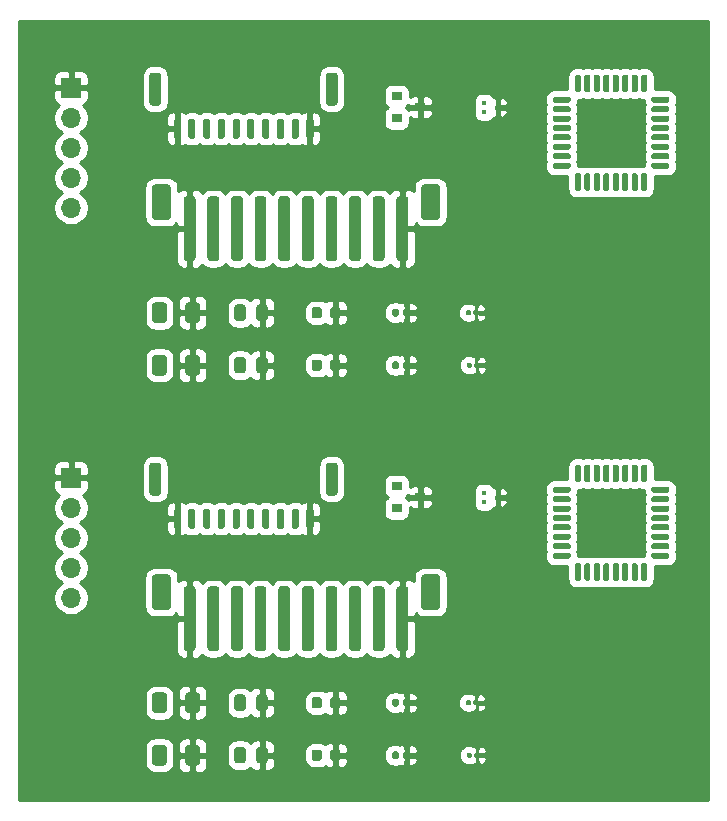
<source format=gbr>
%TF.GenerationSoftware,KiCad,Pcbnew,5.1.6-c6e7f7d~87~ubuntu20.04.1*%
%TF.CreationDate,2020-08-30T17:45:41-04:00*%
%TF.ProjectId,noob_tester,6e6f6f62-5f74-4657-9374-65722e6b6963,rev?*%
%TF.SameCoordinates,Original*%
%TF.FileFunction,Copper,L1,Top*%
%TF.FilePolarity,Positive*%
%FSLAX46Y46*%
G04 Gerber Fmt 4.6, Leading zero omitted, Abs format (unit mm)*
G04 Created by KiCad (PCBNEW 5.1.6-c6e7f7d~87~ubuntu20.04.1) date 2020-08-30 17:45:41*
%MOMM*%
%LPD*%
G01*
G04 APERTURE LIST*
%TA.AperFunction,ComponentPad*%
%ADD10O,1.700000X1.700000*%
%TD*%
%TA.AperFunction,ComponentPad*%
%ADD11R,1.700000X1.700000*%
%TD*%
%TA.AperFunction,SMDPad,CuDef*%
%ADD12R,0.900000X0.800000*%
%TD*%
%TA.AperFunction,SMDPad,CuDef*%
%ADD13R,0.450000X0.400000*%
%TD*%
%TA.AperFunction,SMDPad,CuDef*%
%ADD14R,0.450000X0.500000*%
%TD*%
%TA.AperFunction,ViaPad*%
%ADD15C,0.800000*%
%TD*%
%TA.AperFunction,Conductor*%
%ADD16C,0.250000*%
%TD*%
%TA.AperFunction,Conductor*%
%ADD17C,0.254000*%
%TD*%
G04 APERTURE END LIST*
%TO.P,U1b,1*%
%TO.N,N/C*%
%TA.AperFunction,SMDPad,CuDef*%
G36*
G01*
X139855000Y-101465000D02*
X139855000Y-101215000D01*
G75*
G02*
X139980000Y-101090000I125000J0D01*
G01*
X141230000Y-101090000D01*
G75*
G02*
X141355000Y-101215000I0J-125000D01*
G01*
X141355000Y-101465000D01*
G75*
G02*
X141230000Y-101590000I-125000J0D01*
G01*
X139980000Y-101590000D01*
G75*
G02*
X139855000Y-101465000I0J125000D01*
G01*
G37*
%TD.AperFunction*%
%TO.P,U1b,2*%
%TA.AperFunction,SMDPad,CuDef*%
G36*
G01*
X139855000Y-102265000D02*
X139855000Y-102015000D01*
G75*
G02*
X139980000Y-101890000I125000J0D01*
G01*
X141230000Y-101890000D01*
G75*
G02*
X141355000Y-102015000I0J-125000D01*
G01*
X141355000Y-102265000D01*
G75*
G02*
X141230000Y-102390000I-125000J0D01*
G01*
X139980000Y-102390000D01*
G75*
G02*
X139855000Y-102265000I0J125000D01*
G01*
G37*
%TD.AperFunction*%
%TO.P,U1b,3*%
%TA.AperFunction,SMDPad,CuDef*%
G36*
G01*
X139855000Y-103065000D02*
X139855000Y-102815000D01*
G75*
G02*
X139980000Y-102690000I125000J0D01*
G01*
X141230000Y-102690000D01*
G75*
G02*
X141355000Y-102815000I0J-125000D01*
G01*
X141355000Y-103065000D01*
G75*
G02*
X141230000Y-103190000I-125000J0D01*
G01*
X139980000Y-103190000D01*
G75*
G02*
X139855000Y-103065000I0J125000D01*
G01*
G37*
%TD.AperFunction*%
%TO.P,U1b,4*%
%TA.AperFunction,SMDPad,CuDef*%
G36*
G01*
X139855000Y-103865000D02*
X139855000Y-103615000D01*
G75*
G02*
X139980000Y-103490000I125000J0D01*
G01*
X141230000Y-103490000D01*
G75*
G02*
X141355000Y-103615000I0J-125000D01*
G01*
X141355000Y-103865000D01*
G75*
G02*
X141230000Y-103990000I-125000J0D01*
G01*
X139980000Y-103990000D01*
G75*
G02*
X139855000Y-103865000I0J125000D01*
G01*
G37*
%TD.AperFunction*%
%TO.P,U1b,5*%
%TA.AperFunction,SMDPad,CuDef*%
G36*
G01*
X139855000Y-104665000D02*
X139855000Y-104415000D01*
G75*
G02*
X139980000Y-104290000I125000J0D01*
G01*
X141230000Y-104290000D01*
G75*
G02*
X141355000Y-104415000I0J-125000D01*
G01*
X141355000Y-104665000D01*
G75*
G02*
X141230000Y-104790000I-125000J0D01*
G01*
X139980000Y-104790000D01*
G75*
G02*
X139855000Y-104665000I0J125000D01*
G01*
G37*
%TD.AperFunction*%
%TO.P,U1b,6*%
%TA.AperFunction,SMDPad,CuDef*%
G36*
G01*
X139855000Y-105465000D02*
X139855000Y-105215000D01*
G75*
G02*
X139980000Y-105090000I125000J0D01*
G01*
X141230000Y-105090000D01*
G75*
G02*
X141355000Y-105215000I0J-125000D01*
G01*
X141355000Y-105465000D01*
G75*
G02*
X141230000Y-105590000I-125000J0D01*
G01*
X139980000Y-105590000D01*
G75*
G02*
X139855000Y-105465000I0J125000D01*
G01*
G37*
%TD.AperFunction*%
%TO.P,U1b,7*%
%TA.AperFunction,SMDPad,CuDef*%
G36*
G01*
X139855000Y-106265000D02*
X139855000Y-106015000D01*
G75*
G02*
X139980000Y-105890000I125000J0D01*
G01*
X141230000Y-105890000D01*
G75*
G02*
X141355000Y-106015000I0J-125000D01*
G01*
X141355000Y-106265000D01*
G75*
G02*
X141230000Y-106390000I-125000J0D01*
G01*
X139980000Y-106390000D01*
G75*
G02*
X139855000Y-106265000I0J125000D01*
G01*
G37*
%TD.AperFunction*%
%TO.P,U1b,8*%
%TA.AperFunction,SMDPad,CuDef*%
G36*
G01*
X139855000Y-107065000D02*
X139855000Y-106815000D01*
G75*
G02*
X139980000Y-106690000I125000J0D01*
G01*
X141230000Y-106690000D01*
G75*
G02*
X141355000Y-106815000I0J-125000D01*
G01*
X141355000Y-107065000D01*
G75*
G02*
X141230000Y-107190000I-125000J0D01*
G01*
X139980000Y-107190000D01*
G75*
G02*
X139855000Y-107065000I0J125000D01*
G01*
G37*
%TD.AperFunction*%
%TO.P,U1b,9*%
%TA.AperFunction,SMDPad,CuDef*%
G36*
G01*
X141730000Y-108940000D02*
X141730000Y-107690000D01*
G75*
G02*
X141855000Y-107565000I125000J0D01*
G01*
X142105000Y-107565000D01*
G75*
G02*
X142230000Y-107690000I0J-125000D01*
G01*
X142230000Y-108940000D01*
G75*
G02*
X142105000Y-109065000I-125000J0D01*
G01*
X141855000Y-109065000D01*
G75*
G02*
X141730000Y-108940000I0J125000D01*
G01*
G37*
%TD.AperFunction*%
%TO.P,U1b,10*%
%TA.AperFunction,SMDPad,CuDef*%
G36*
G01*
X142530000Y-108940000D02*
X142530000Y-107690000D01*
G75*
G02*
X142655000Y-107565000I125000J0D01*
G01*
X142905000Y-107565000D01*
G75*
G02*
X143030000Y-107690000I0J-125000D01*
G01*
X143030000Y-108940000D01*
G75*
G02*
X142905000Y-109065000I-125000J0D01*
G01*
X142655000Y-109065000D01*
G75*
G02*
X142530000Y-108940000I0J125000D01*
G01*
G37*
%TD.AperFunction*%
%TO.P,U1b,11*%
%TA.AperFunction,SMDPad,CuDef*%
G36*
G01*
X143330000Y-108940000D02*
X143330000Y-107690000D01*
G75*
G02*
X143455000Y-107565000I125000J0D01*
G01*
X143705000Y-107565000D01*
G75*
G02*
X143830000Y-107690000I0J-125000D01*
G01*
X143830000Y-108940000D01*
G75*
G02*
X143705000Y-109065000I-125000J0D01*
G01*
X143455000Y-109065000D01*
G75*
G02*
X143330000Y-108940000I0J125000D01*
G01*
G37*
%TD.AperFunction*%
%TO.P,U1b,12*%
%TA.AperFunction,SMDPad,CuDef*%
G36*
G01*
X144130000Y-108940000D02*
X144130000Y-107690000D01*
G75*
G02*
X144255000Y-107565000I125000J0D01*
G01*
X144505000Y-107565000D01*
G75*
G02*
X144630000Y-107690000I0J-125000D01*
G01*
X144630000Y-108940000D01*
G75*
G02*
X144505000Y-109065000I-125000J0D01*
G01*
X144255000Y-109065000D01*
G75*
G02*
X144130000Y-108940000I0J125000D01*
G01*
G37*
%TD.AperFunction*%
%TO.P,U1b,13*%
%TA.AperFunction,SMDPad,CuDef*%
G36*
G01*
X144930000Y-108940000D02*
X144930000Y-107690000D01*
G75*
G02*
X145055000Y-107565000I125000J0D01*
G01*
X145305000Y-107565000D01*
G75*
G02*
X145430000Y-107690000I0J-125000D01*
G01*
X145430000Y-108940000D01*
G75*
G02*
X145305000Y-109065000I-125000J0D01*
G01*
X145055000Y-109065000D01*
G75*
G02*
X144930000Y-108940000I0J125000D01*
G01*
G37*
%TD.AperFunction*%
%TO.P,U1b,14*%
%TA.AperFunction,SMDPad,CuDef*%
G36*
G01*
X145730000Y-108940000D02*
X145730000Y-107690000D01*
G75*
G02*
X145855000Y-107565000I125000J0D01*
G01*
X146105000Y-107565000D01*
G75*
G02*
X146230000Y-107690000I0J-125000D01*
G01*
X146230000Y-108940000D01*
G75*
G02*
X146105000Y-109065000I-125000J0D01*
G01*
X145855000Y-109065000D01*
G75*
G02*
X145730000Y-108940000I0J125000D01*
G01*
G37*
%TD.AperFunction*%
%TO.P,U1b,15*%
%TA.AperFunction,SMDPad,CuDef*%
G36*
G01*
X146530000Y-108940000D02*
X146530000Y-107690000D01*
G75*
G02*
X146655000Y-107565000I125000J0D01*
G01*
X146905000Y-107565000D01*
G75*
G02*
X147030000Y-107690000I0J-125000D01*
G01*
X147030000Y-108940000D01*
G75*
G02*
X146905000Y-109065000I-125000J0D01*
G01*
X146655000Y-109065000D01*
G75*
G02*
X146530000Y-108940000I0J125000D01*
G01*
G37*
%TD.AperFunction*%
%TO.P,U1b,16*%
%TA.AperFunction,SMDPad,CuDef*%
G36*
G01*
X147330000Y-108940000D02*
X147330000Y-107690000D01*
G75*
G02*
X147455000Y-107565000I125000J0D01*
G01*
X147705000Y-107565000D01*
G75*
G02*
X147830000Y-107690000I0J-125000D01*
G01*
X147830000Y-108940000D01*
G75*
G02*
X147705000Y-109065000I-125000J0D01*
G01*
X147455000Y-109065000D01*
G75*
G02*
X147330000Y-108940000I0J125000D01*
G01*
G37*
%TD.AperFunction*%
%TO.P,U1b,17*%
%TA.AperFunction,SMDPad,CuDef*%
G36*
G01*
X148205000Y-107065000D02*
X148205000Y-106815000D01*
G75*
G02*
X148330000Y-106690000I125000J0D01*
G01*
X149580000Y-106690000D01*
G75*
G02*
X149705000Y-106815000I0J-125000D01*
G01*
X149705000Y-107065000D01*
G75*
G02*
X149580000Y-107190000I-125000J0D01*
G01*
X148330000Y-107190000D01*
G75*
G02*
X148205000Y-107065000I0J125000D01*
G01*
G37*
%TD.AperFunction*%
%TO.P,U1b,18*%
%TA.AperFunction,SMDPad,CuDef*%
G36*
G01*
X148205000Y-106265000D02*
X148205000Y-106015000D01*
G75*
G02*
X148330000Y-105890000I125000J0D01*
G01*
X149580000Y-105890000D01*
G75*
G02*
X149705000Y-106015000I0J-125000D01*
G01*
X149705000Y-106265000D01*
G75*
G02*
X149580000Y-106390000I-125000J0D01*
G01*
X148330000Y-106390000D01*
G75*
G02*
X148205000Y-106265000I0J125000D01*
G01*
G37*
%TD.AperFunction*%
%TO.P,U1b,19*%
%TA.AperFunction,SMDPad,CuDef*%
G36*
G01*
X148205000Y-105465000D02*
X148205000Y-105215000D01*
G75*
G02*
X148330000Y-105090000I125000J0D01*
G01*
X149580000Y-105090000D01*
G75*
G02*
X149705000Y-105215000I0J-125000D01*
G01*
X149705000Y-105465000D01*
G75*
G02*
X149580000Y-105590000I-125000J0D01*
G01*
X148330000Y-105590000D01*
G75*
G02*
X148205000Y-105465000I0J125000D01*
G01*
G37*
%TD.AperFunction*%
%TO.P,U1b,20*%
%TA.AperFunction,SMDPad,CuDef*%
G36*
G01*
X148205000Y-104665000D02*
X148205000Y-104415000D01*
G75*
G02*
X148330000Y-104290000I125000J0D01*
G01*
X149580000Y-104290000D01*
G75*
G02*
X149705000Y-104415000I0J-125000D01*
G01*
X149705000Y-104665000D01*
G75*
G02*
X149580000Y-104790000I-125000J0D01*
G01*
X148330000Y-104790000D01*
G75*
G02*
X148205000Y-104665000I0J125000D01*
G01*
G37*
%TD.AperFunction*%
%TO.P,U1b,21*%
%TA.AperFunction,SMDPad,CuDef*%
G36*
G01*
X148205000Y-103865000D02*
X148205000Y-103615000D01*
G75*
G02*
X148330000Y-103490000I125000J0D01*
G01*
X149580000Y-103490000D01*
G75*
G02*
X149705000Y-103615000I0J-125000D01*
G01*
X149705000Y-103865000D01*
G75*
G02*
X149580000Y-103990000I-125000J0D01*
G01*
X148330000Y-103990000D01*
G75*
G02*
X148205000Y-103865000I0J125000D01*
G01*
G37*
%TD.AperFunction*%
%TO.P,U1b,22*%
%TA.AperFunction,SMDPad,CuDef*%
G36*
G01*
X148205000Y-103065000D02*
X148205000Y-102815000D01*
G75*
G02*
X148330000Y-102690000I125000J0D01*
G01*
X149580000Y-102690000D01*
G75*
G02*
X149705000Y-102815000I0J-125000D01*
G01*
X149705000Y-103065000D01*
G75*
G02*
X149580000Y-103190000I-125000J0D01*
G01*
X148330000Y-103190000D01*
G75*
G02*
X148205000Y-103065000I0J125000D01*
G01*
G37*
%TD.AperFunction*%
%TO.P,U1b,23*%
%TA.AperFunction,SMDPad,CuDef*%
G36*
G01*
X148205000Y-102265000D02*
X148205000Y-102015000D01*
G75*
G02*
X148330000Y-101890000I125000J0D01*
G01*
X149580000Y-101890000D01*
G75*
G02*
X149705000Y-102015000I0J-125000D01*
G01*
X149705000Y-102265000D01*
G75*
G02*
X149580000Y-102390000I-125000J0D01*
G01*
X148330000Y-102390000D01*
G75*
G02*
X148205000Y-102265000I0J125000D01*
G01*
G37*
%TD.AperFunction*%
%TO.P,U1b,24*%
%TA.AperFunction,SMDPad,CuDef*%
G36*
G01*
X148205000Y-101465000D02*
X148205000Y-101215000D01*
G75*
G02*
X148330000Y-101090000I125000J0D01*
G01*
X149580000Y-101090000D01*
G75*
G02*
X149705000Y-101215000I0J-125000D01*
G01*
X149705000Y-101465000D01*
G75*
G02*
X149580000Y-101590000I-125000J0D01*
G01*
X148330000Y-101590000D01*
G75*
G02*
X148205000Y-101465000I0J125000D01*
G01*
G37*
%TD.AperFunction*%
%TO.P,U1b,25*%
%TA.AperFunction,SMDPad,CuDef*%
G36*
G01*
X147330000Y-100590000D02*
X147330000Y-99340000D01*
G75*
G02*
X147455000Y-99215000I125000J0D01*
G01*
X147705000Y-99215000D01*
G75*
G02*
X147830000Y-99340000I0J-125000D01*
G01*
X147830000Y-100590000D01*
G75*
G02*
X147705000Y-100715000I-125000J0D01*
G01*
X147455000Y-100715000D01*
G75*
G02*
X147330000Y-100590000I0J125000D01*
G01*
G37*
%TD.AperFunction*%
%TO.P,U1b,26*%
%TA.AperFunction,SMDPad,CuDef*%
G36*
G01*
X146530000Y-100590000D02*
X146530000Y-99340000D01*
G75*
G02*
X146655000Y-99215000I125000J0D01*
G01*
X146905000Y-99215000D01*
G75*
G02*
X147030000Y-99340000I0J-125000D01*
G01*
X147030000Y-100590000D01*
G75*
G02*
X146905000Y-100715000I-125000J0D01*
G01*
X146655000Y-100715000D01*
G75*
G02*
X146530000Y-100590000I0J125000D01*
G01*
G37*
%TD.AperFunction*%
%TO.P,U1b,27*%
%TA.AperFunction,SMDPad,CuDef*%
G36*
G01*
X145730000Y-100590000D02*
X145730000Y-99340000D01*
G75*
G02*
X145855000Y-99215000I125000J0D01*
G01*
X146105000Y-99215000D01*
G75*
G02*
X146230000Y-99340000I0J-125000D01*
G01*
X146230000Y-100590000D01*
G75*
G02*
X146105000Y-100715000I-125000J0D01*
G01*
X145855000Y-100715000D01*
G75*
G02*
X145730000Y-100590000I0J125000D01*
G01*
G37*
%TD.AperFunction*%
%TO.P,U1b,28*%
%TA.AperFunction,SMDPad,CuDef*%
G36*
G01*
X144930000Y-100590000D02*
X144930000Y-99340000D01*
G75*
G02*
X145055000Y-99215000I125000J0D01*
G01*
X145305000Y-99215000D01*
G75*
G02*
X145430000Y-99340000I0J-125000D01*
G01*
X145430000Y-100590000D01*
G75*
G02*
X145305000Y-100715000I-125000J0D01*
G01*
X145055000Y-100715000D01*
G75*
G02*
X144930000Y-100590000I0J125000D01*
G01*
G37*
%TD.AperFunction*%
%TO.P,U1b,29*%
%TA.AperFunction,SMDPad,CuDef*%
G36*
G01*
X144130000Y-100590000D02*
X144130000Y-99340000D01*
G75*
G02*
X144255000Y-99215000I125000J0D01*
G01*
X144505000Y-99215000D01*
G75*
G02*
X144630000Y-99340000I0J-125000D01*
G01*
X144630000Y-100590000D01*
G75*
G02*
X144505000Y-100715000I-125000J0D01*
G01*
X144255000Y-100715000D01*
G75*
G02*
X144130000Y-100590000I0J125000D01*
G01*
G37*
%TD.AperFunction*%
%TO.P,U1b,30*%
%TA.AperFunction,SMDPad,CuDef*%
G36*
G01*
X143330000Y-100590000D02*
X143330000Y-99340000D01*
G75*
G02*
X143455000Y-99215000I125000J0D01*
G01*
X143705000Y-99215000D01*
G75*
G02*
X143830000Y-99340000I0J-125000D01*
G01*
X143830000Y-100590000D01*
G75*
G02*
X143705000Y-100715000I-125000J0D01*
G01*
X143455000Y-100715000D01*
G75*
G02*
X143330000Y-100590000I0J125000D01*
G01*
G37*
%TD.AperFunction*%
%TO.P,U1b,31*%
%TA.AperFunction,SMDPad,CuDef*%
G36*
G01*
X142530000Y-100590000D02*
X142530000Y-99340000D01*
G75*
G02*
X142655000Y-99215000I125000J0D01*
G01*
X142905000Y-99215000D01*
G75*
G02*
X143030000Y-99340000I0J-125000D01*
G01*
X143030000Y-100590000D01*
G75*
G02*
X142905000Y-100715000I-125000J0D01*
G01*
X142655000Y-100715000D01*
G75*
G02*
X142530000Y-100590000I0J125000D01*
G01*
G37*
%TD.AperFunction*%
%TO.P,U1b,32*%
%TA.AperFunction,SMDPad,CuDef*%
G36*
G01*
X141730000Y-100590000D02*
X141730000Y-99340000D01*
G75*
G02*
X141855000Y-99215000I125000J0D01*
G01*
X142105000Y-99215000D01*
G75*
G02*
X142230000Y-99340000I0J-125000D01*
G01*
X142230000Y-100590000D01*
G75*
G02*
X142105000Y-100715000I-125000J0D01*
G01*
X141855000Y-100715000D01*
G75*
G02*
X141730000Y-100590000I0J125000D01*
G01*
G37*
%TD.AperFunction*%
%TD*%
%TO.P,U1a,32*%
%TO.N,N/C*%
%TA.AperFunction,SMDPad,CuDef*%
G36*
G01*
X141730000Y-67570000D02*
X141730000Y-66320000D01*
G75*
G02*
X141855000Y-66195000I125000J0D01*
G01*
X142105000Y-66195000D01*
G75*
G02*
X142230000Y-66320000I0J-125000D01*
G01*
X142230000Y-67570000D01*
G75*
G02*
X142105000Y-67695000I-125000J0D01*
G01*
X141855000Y-67695000D01*
G75*
G02*
X141730000Y-67570000I0J125000D01*
G01*
G37*
%TD.AperFunction*%
%TO.P,U1a,31*%
%TA.AperFunction,SMDPad,CuDef*%
G36*
G01*
X142530000Y-67570000D02*
X142530000Y-66320000D01*
G75*
G02*
X142655000Y-66195000I125000J0D01*
G01*
X142905000Y-66195000D01*
G75*
G02*
X143030000Y-66320000I0J-125000D01*
G01*
X143030000Y-67570000D01*
G75*
G02*
X142905000Y-67695000I-125000J0D01*
G01*
X142655000Y-67695000D01*
G75*
G02*
X142530000Y-67570000I0J125000D01*
G01*
G37*
%TD.AperFunction*%
%TO.P,U1a,30*%
%TA.AperFunction,SMDPad,CuDef*%
G36*
G01*
X143330000Y-67570000D02*
X143330000Y-66320000D01*
G75*
G02*
X143455000Y-66195000I125000J0D01*
G01*
X143705000Y-66195000D01*
G75*
G02*
X143830000Y-66320000I0J-125000D01*
G01*
X143830000Y-67570000D01*
G75*
G02*
X143705000Y-67695000I-125000J0D01*
G01*
X143455000Y-67695000D01*
G75*
G02*
X143330000Y-67570000I0J125000D01*
G01*
G37*
%TD.AperFunction*%
%TO.P,U1a,29*%
%TA.AperFunction,SMDPad,CuDef*%
G36*
G01*
X144130000Y-67570000D02*
X144130000Y-66320000D01*
G75*
G02*
X144255000Y-66195000I125000J0D01*
G01*
X144505000Y-66195000D01*
G75*
G02*
X144630000Y-66320000I0J-125000D01*
G01*
X144630000Y-67570000D01*
G75*
G02*
X144505000Y-67695000I-125000J0D01*
G01*
X144255000Y-67695000D01*
G75*
G02*
X144130000Y-67570000I0J125000D01*
G01*
G37*
%TD.AperFunction*%
%TO.P,U1a,28*%
%TA.AperFunction,SMDPad,CuDef*%
G36*
G01*
X144930000Y-67570000D02*
X144930000Y-66320000D01*
G75*
G02*
X145055000Y-66195000I125000J0D01*
G01*
X145305000Y-66195000D01*
G75*
G02*
X145430000Y-66320000I0J-125000D01*
G01*
X145430000Y-67570000D01*
G75*
G02*
X145305000Y-67695000I-125000J0D01*
G01*
X145055000Y-67695000D01*
G75*
G02*
X144930000Y-67570000I0J125000D01*
G01*
G37*
%TD.AperFunction*%
%TO.P,U1a,27*%
%TA.AperFunction,SMDPad,CuDef*%
G36*
G01*
X145730000Y-67570000D02*
X145730000Y-66320000D01*
G75*
G02*
X145855000Y-66195000I125000J0D01*
G01*
X146105000Y-66195000D01*
G75*
G02*
X146230000Y-66320000I0J-125000D01*
G01*
X146230000Y-67570000D01*
G75*
G02*
X146105000Y-67695000I-125000J0D01*
G01*
X145855000Y-67695000D01*
G75*
G02*
X145730000Y-67570000I0J125000D01*
G01*
G37*
%TD.AperFunction*%
%TO.P,U1a,26*%
%TA.AperFunction,SMDPad,CuDef*%
G36*
G01*
X146530000Y-67570000D02*
X146530000Y-66320000D01*
G75*
G02*
X146655000Y-66195000I125000J0D01*
G01*
X146905000Y-66195000D01*
G75*
G02*
X147030000Y-66320000I0J-125000D01*
G01*
X147030000Y-67570000D01*
G75*
G02*
X146905000Y-67695000I-125000J0D01*
G01*
X146655000Y-67695000D01*
G75*
G02*
X146530000Y-67570000I0J125000D01*
G01*
G37*
%TD.AperFunction*%
%TO.P,U1a,25*%
%TA.AperFunction,SMDPad,CuDef*%
G36*
G01*
X147330000Y-67570000D02*
X147330000Y-66320000D01*
G75*
G02*
X147455000Y-66195000I125000J0D01*
G01*
X147705000Y-66195000D01*
G75*
G02*
X147830000Y-66320000I0J-125000D01*
G01*
X147830000Y-67570000D01*
G75*
G02*
X147705000Y-67695000I-125000J0D01*
G01*
X147455000Y-67695000D01*
G75*
G02*
X147330000Y-67570000I0J125000D01*
G01*
G37*
%TD.AperFunction*%
%TO.P,U1a,24*%
%TA.AperFunction,SMDPad,CuDef*%
G36*
G01*
X148205000Y-68445000D02*
X148205000Y-68195000D01*
G75*
G02*
X148330000Y-68070000I125000J0D01*
G01*
X149580000Y-68070000D01*
G75*
G02*
X149705000Y-68195000I0J-125000D01*
G01*
X149705000Y-68445000D01*
G75*
G02*
X149580000Y-68570000I-125000J0D01*
G01*
X148330000Y-68570000D01*
G75*
G02*
X148205000Y-68445000I0J125000D01*
G01*
G37*
%TD.AperFunction*%
%TO.P,U1a,23*%
%TA.AperFunction,SMDPad,CuDef*%
G36*
G01*
X148205000Y-69245000D02*
X148205000Y-68995000D01*
G75*
G02*
X148330000Y-68870000I125000J0D01*
G01*
X149580000Y-68870000D01*
G75*
G02*
X149705000Y-68995000I0J-125000D01*
G01*
X149705000Y-69245000D01*
G75*
G02*
X149580000Y-69370000I-125000J0D01*
G01*
X148330000Y-69370000D01*
G75*
G02*
X148205000Y-69245000I0J125000D01*
G01*
G37*
%TD.AperFunction*%
%TO.P,U1a,22*%
%TA.AperFunction,SMDPad,CuDef*%
G36*
G01*
X148205000Y-70045000D02*
X148205000Y-69795000D01*
G75*
G02*
X148330000Y-69670000I125000J0D01*
G01*
X149580000Y-69670000D01*
G75*
G02*
X149705000Y-69795000I0J-125000D01*
G01*
X149705000Y-70045000D01*
G75*
G02*
X149580000Y-70170000I-125000J0D01*
G01*
X148330000Y-70170000D01*
G75*
G02*
X148205000Y-70045000I0J125000D01*
G01*
G37*
%TD.AperFunction*%
%TO.P,U1a,21*%
%TA.AperFunction,SMDPad,CuDef*%
G36*
G01*
X148205000Y-70845000D02*
X148205000Y-70595000D01*
G75*
G02*
X148330000Y-70470000I125000J0D01*
G01*
X149580000Y-70470000D01*
G75*
G02*
X149705000Y-70595000I0J-125000D01*
G01*
X149705000Y-70845000D01*
G75*
G02*
X149580000Y-70970000I-125000J0D01*
G01*
X148330000Y-70970000D01*
G75*
G02*
X148205000Y-70845000I0J125000D01*
G01*
G37*
%TD.AperFunction*%
%TO.P,U1a,20*%
%TA.AperFunction,SMDPad,CuDef*%
G36*
G01*
X148205000Y-71645000D02*
X148205000Y-71395000D01*
G75*
G02*
X148330000Y-71270000I125000J0D01*
G01*
X149580000Y-71270000D01*
G75*
G02*
X149705000Y-71395000I0J-125000D01*
G01*
X149705000Y-71645000D01*
G75*
G02*
X149580000Y-71770000I-125000J0D01*
G01*
X148330000Y-71770000D01*
G75*
G02*
X148205000Y-71645000I0J125000D01*
G01*
G37*
%TD.AperFunction*%
%TO.P,U1a,19*%
%TA.AperFunction,SMDPad,CuDef*%
G36*
G01*
X148205000Y-72445000D02*
X148205000Y-72195000D01*
G75*
G02*
X148330000Y-72070000I125000J0D01*
G01*
X149580000Y-72070000D01*
G75*
G02*
X149705000Y-72195000I0J-125000D01*
G01*
X149705000Y-72445000D01*
G75*
G02*
X149580000Y-72570000I-125000J0D01*
G01*
X148330000Y-72570000D01*
G75*
G02*
X148205000Y-72445000I0J125000D01*
G01*
G37*
%TD.AperFunction*%
%TO.P,U1a,18*%
%TA.AperFunction,SMDPad,CuDef*%
G36*
G01*
X148205000Y-73245000D02*
X148205000Y-72995000D01*
G75*
G02*
X148330000Y-72870000I125000J0D01*
G01*
X149580000Y-72870000D01*
G75*
G02*
X149705000Y-72995000I0J-125000D01*
G01*
X149705000Y-73245000D01*
G75*
G02*
X149580000Y-73370000I-125000J0D01*
G01*
X148330000Y-73370000D01*
G75*
G02*
X148205000Y-73245000I0J125000D01*
G01*
G37*
%TD.AperFunction*%
%TO.P,U1a,17*%
%TA.AperFunction,SMDPad,CuDef*%
G36*
G01*
X148205000Y-74045000D02*
X148205000Y-73795000D01*
G75*
G02*
X148330000Y-73670000I125000J0D01*
G01*
X149580000Y-73670000D01*
G75*
G02*
X149705000Y-73795000I0J-125000D01*
G01*
X149705000Y-74045000D01*
G75*
G02*
X149580000Y-74170000I-125000J0D01*
G01*
X148330000Y-74170000D01*
G75*
G02*
X148205000Y-74045000I0J125000D01*
G01*
G37*
%TD.AperFunction*%
%TO.P,U1a,16*%
%TA.AperFunction,SMDPad,CuDef*%
G36*
G01*
X147330000Y-75920000D02*
X147330000Y-74670000D01*
G75*
G02*
X147455000Y-74545000I125000J0D01*
G01*
X147705000Y-74545000D01*
G75*
G02*
X147830000Y-74670000I0J-125000D01*
G01*
X147830000Y-75920000D01*
G75*
G02*
X147705000Y-76045000I-125000J0D01*
G01*
X147455000Y-76045000D01*
G75*
G02*
X147330000Y-75920000I0J125000D01*
G01*
G37*
%TD.AperFunction*%
%TO.P,U1a,15*%
%TA.AperFunction,SMDPad,CuDef*%
G36*
G01*
X146530000Y-75920000D02*
X146530000Y-74670000D01*
G75*
G02*
X146655000Y-74545000I125000J0D01*
G01*
X146905000Y-74545000D01*
G75*
G02*
X147030000Y-74670000I0J-125000D01*
G01*
X147030000Y-75920000D01*
G75*
G02*
X146905000Y-76045000I-125000J0D01*
G01*
X146655000Y-76045000D01*
G75*
G02*
X146530000Y-75920000I0J125000D01*
G01*
G37*
%TD.AperFunction*%
%TO.P,U1a,14*%
%TA.AperFunction,SMDPad,CuDef*%
G36*
G01*
X145730000Y-75920000D02*
X145730000Y-74670000D01*
G75*
G02*
X145855000Y-74545000I125000J0D01*
G01*
X146105000Y-74545000D01*
G75*
G02*
X146230000Y-74670000I0J-125000D01*
G01*
X146230000Y-75920000D01*
G75*
G02*
X146105000Y-76045000I-125000J0D01*
G01*
X145855000Y-76045000D01*
G75*
G02*
X145730000Y-75920000I0J125000D01*
G01*
G37*
%TD.AperFunction*%
%TO.P,U1a,13*%
%TA.AperFunction,SMDPad,CuDef*%
G36*
G01*
X144930000Y-75920000D02*
X144930000Y-74670000D01*
G75*
G02*
X145055000Y-74545000I125000J0D01*
G01*
X145305000Y-74545000D01*
G75*
G02*
X145430000Y-74670000I0J-125000D01*
G01*
X145430000Y-75920000D01*
G75*
G02*
X145305000Y-76045000I-125000J0D01*
G01*
X145055000Y-76045000D01*
G75*
G02*
X144930000Y-75920000I0J125000D01*
G01*
G37*
%TD.AperFunction*%
%TO.P,U1a,12*%
%TA.AperFunction,SMDPad,CuDef*%
G36*
G01*
X144130000Y-75920000D02*
X144130000Y-74670000D01*
G75*
G02*
X144255000Y-74545000I125000J0D01*
G01*
X144505000Y-74545000D01*
G75*
G02*
X144630000Y-74670000I0J-125000D01*
G01*
X144630000Y-75920000D01*
G75*
G02*
X144505000Y-76045000I-125000J0D01*
G01*
X144255000Y-76045000D01*
G75*
G02*
X144130000Y-75920000I0J125000D01*
G01*
G37*
%TD.AperFunction*%
%TO.P,U1a,11*%
%TA.AperFunction,SMDPad,CuDef*%
G36*
G01*
X143330000Y-75920000D02*
X143330000Y-74670000D01*
G75*
G02*
X143455000Y-74545000I125000J0D01*
G01*
X143705000Y-74545000D01*
G75*
G02*
X143830000Y-74670000I0J-125000D01*
G01*
X143830000Y-75920000D01*
G75*
G02*
X143705000Y-76045000I-125000J0D01*
G01*
X143455000Y-76045000D01*
G75*
G02*
X143330000Y-75920000I0J125000D01*
G01*
G37*
%TD.AperFunction*%
%TO.P,U1a,10*%
%TA.AperFunction,SMDPad,CuDef*%
G36*
G01*
X142530000Y-75920000D02*
X142530000Y-74670000D01*
G75*
G02*
X142655000Y-74545000I125000J0D01*
G01*
X142905000Y-74545000D01*
G75*
G02*
X143030000Y-74670000I0J-125000D01*
G01*
X143030000Y-75920000D01*
G75*
G02*
X142905000Y-76045000I-125000J0D01*
G01*
X142655000Y-76045000D01*
G75*
G02*
X142530000Y-75920000I0J125000D01*
G01*
G37*
%TD.AperFunction*%
%TO.P,U1a,9*%
%TA.AperFunction,SMDPad,CuDef*%
G36*
G01*
X141730000Y-75920000D02*
X141730000Y-74670000D01*
G75*
G02*
X141855000Y-74545000I125000J0D01*
G01*
X142105000Y-74545000D01*
G75*
G02*
X142230000Y-74670000I0J-125000D01*
G01*
X142230000Y-75920000D01*
G75*
G02*
X142105000Y-76045000I-125000J0D01*
G01*
X141855000Y-76045000D01*
G75*
G02*
X141730000Y-75920000I0J125000D01*
G01*
G37*
%TD.AperFunction*%
%TO.P,U1a,8*%
%TA.AperFunction,SMDPad,CuDef*%
G36*
G01*
X139855000Y-74045000D02*
X139855000Y-73795000D01*
G75*
G02*
X139980000Y-73670000I125000J0D01*
G01*
X141230000Y-73670000D01*
G75*
G02*
X141355000Y-73795000I0J-125000D01*
G01*
X141355000Y-74045000D01*
G75*
G02*
X141230000Y-74170000I-125000J0D01*
G01*
X139980000Y-74170000D01*
G75*
G02*
X139855000Y-74045000I0J125000D01*
G01*
G37*
%TD.AperFunction*%
%TO.P,U1a,7*%
%TA.AperFunction,SMDPad,CuDef*%
G36*
G01*
X139855000Y-73245000D02*
X139855000Y-72995000D01*
G75*
G02*
X139980000Y-72870000I125000J0D01*
G01*
X141230000Y-72870000D01*
G75*
G02*
X141355000Y-72995000I0J-125000D01*
G01*
X141355000Y-73245000D01*
G75*
G02*
X141230000Y-73370000I-125000J0D01*
G01*
X139980000Y-73370000D01*
G75*
G02*
X139855000Y-73245000I0J125000D01*
G01*
G37*
%TD.AperFunction*%
%TO.P,U1a,6*%
%TA.AperFunction,SMDPad,CuDef*%
G36*
G01*
X139855000Y-72445000D02*
X139855000Y-72195000D01*
G75*
G02*
X139980000Y-72070000I125000J0D01*
G01*
X141230000Y-72070000D01*
G75*
G02*
X141355000Y-72195000I0J-125000D01*
G01*
X141355000Y-72445000D01*
G75*
G02*
X141230000Y-72570000I-125000J0D01*
G01*
X139980000Y-72570000D01*
G75*
G02*
X139855000Y-72445000I0J125000D01*
G01*
G37*
%TD.AperFunction*%
%TO.P,U1a,5*%
%TA.AperFunction,SMDPad,CuDef*%
G36*
G01*
X139855000Y-71645000D02*
X139855000Y-71395000D01*
G75*
G02*
X139980000Y-71270000I125000J0D01*
G01*
X141230000Y-71270000D01*
G75*
G02*
X141355000Y-71395000I0J-125000D01*
G01*
X141355000Y-71645000D01*
G75*
G02*
X141230000Y-71770000I-125000J0D01*
G01*
X139980000Y-71770000D01*
G75*
G02*
X139855000Y-71645000I0J125000D01*
G01*
G37*
%TD.AperFunction*%
%TO.P,U1a,4*%
%TA.AperFunction,SMDPad,CuDef*%
G36*
G01*
X139855000Y-70845000D02*
X139855000Y-70595000D01*
G75*
G02*
X139980000Y-70470000I125000J0D01*
G01*
X141230000Y-70470000D01*
G75*
G02*
X141355000Y-70595000I0J-125000D01*
G01*
X141355000Y-70845000D01*
G75*
G02*
X141230000Y-70970000I-125000J0D01*
G01*
X139980000Y-70970000D01*
G75*
G02*
X139855000Y-70845000I0J125000D01*
G01*
G37*
%TD.AperFunction*%
%TO.P,U1a,3*%
%TA.AperFunction,SMDPad,CuDef*%
G36*
G01*
X139855000Y-70045000D02*
X139855000Y-69795000D01*
G75*
G02*
X139980000Y-69670000I125000J0D01*
G01*
X141230000Y-69670000D01*
G75*
G02*
X141355000Y-69795000I0J-125000D01*
G01*
X141355000Y-70045000D01*
G75*
G02*
X141230000Y-70170000I-125000J0D01*
G01*
X139980000Y-70170000D01*
G75*
G02*
X139855000Y-70045000I0J125000D01*
G01*
G37*
%TD.AperFunction*%
%TO.P,U1a,2*%
%TA.AperFunction,SMDPad,CuDef*%
G36*
G01*
X139855000Y-69245000D02*
X139855000Y-68995000D01*
G75*
G02*
X139980000Y-68870000I125000J0D01*
G01*
X141230000Y-68870000D01*
G75*
G02*
X141355000Y-68995000I0J-125000D01*
G01*
X141355000Y-69245000D01*
G75*
G02*
X141230000Y-69370000I-125000J0D01*
G01*
X139980000Y-69370000D01*
G75*
G02*
X139855000Y-69245000I0J125000D01*
G01*
G37*
%TD.AperFunction*%
%TO.P,U1a,1*%
%TA.AperFunction,SMDPad,CuDef*%
G36*
G01*
X139855000Y-68445000D02*
X139855000Y-68195000D01*
G75*
G02*
X139980000Y-68070000I125000J0D01*
G01*
X141230000Y-68070000D01*
G75*
G02*
X141355000Y-68195000I0J-125000D01*
G01*
X141355000Y-68445000D01*
G75*
G02*
X141230000Y-68570000I-125000J0D01*
G01*
X139980000Y-68570000D01*
G75*
G02*
X139855000Y-68445000I0J125000D01*
G01*
G37*
%TD.AperFunction*%
%TD*%
D10*
%TO.P,J1,10*%
%TO.N,GND*%
X99060000Y-90170000D03*
%TO.P,J1,9*%
X99060000Y-87630000D03*
%TO.P,J1,8*%
X99060000Y-85090000D03*
%TO.P,J1,7*%
X99060000Y-82550000D03*
%TO.P,J1,6*%
X99060000Y-80010000D03*
%TO.P,J1,5*%
%TO.N,Net-(J1-Pad5)*%
X99060000Y-77470000D03*
%TO.P,J1,4*%
%TO.N,Net-(J1-Pad4)*%
X99060000Y-74930000D03*
%TO.P,J1,3*%
%TO.N,Net-(J1-Pad3)*%
X99060000Y-72390000D03*
%TO.P,J1,2*%
%TO.N,Net-(J1-Pad2)*%
X99060000Y-69850000D03*
D11*
%TO.P,J1,1*%
%TO.N,GND*%
X99060000Y-67310000D03*
%TD*%
%TO.P,J2,1*%
%TO.N,GND*%
X99060000Y-100330000D03*
D10*
%TO.P,J2,2*%
%TO.N,Net-(J2-Pad2)*%
X99060000Y-102870000D03*
%TO.P,J2,3*%
%TO.N,Net-(J2-Pad3)*%
X99060000Y-105410000D03*
%TO.P,J2,4*%
%TO.N,Net-(J2-Pad4)*%
X99060000Y-107950000D03*
%TO.P,J2,5*%
%TO.N,Net-(J2-Pad5)*%
X99060000Y-110490000D03*
%TO.P,J2,6*%
%TO.N,GND*%
X99060000Y-113030000D03*
%TO.P,J2,7*%
X99060000Y-115570000D03*
%TO.P,J2,8*%
X99060000Y-118110000D03*
%TO.P,J2,9*%
X99060000Y-120650000D03*
%TO.P,J2,10*%
X99060000Y-123190000D03*
%TD*%
%TO.P,J3,MP*%
%TO.N,N/C*%
%TA.AperFunction,SMDPad,CuDef*%
G36*
G01*
X120640000Y-68584000D02*
X120640000Y-66284000D01*
G75*
G02*
X120890000Y-66034000I250000J0D01*
G01*
X121390000Y-66034000D01*
G75*
G02*
X121640000Y-66284000I0J-250000D01*
G01*
X121640000Y-68584000D01*
G75*
G02*
X121390000Y-68834000I-250000J0D01*
G01*
X120890000Y-68834000D01*
G75*
G02*
X120640000Y-68584000I0J250000D01*
G01*
G37*
%TD.AperFunction*%
%TA.AperFunction,SMDPad,CuDef*%
G36*
G01*
X105690000Y-68584000D02*
X105690000Y-66284000D01*
G75*
G02*
X105940000Y-66034000I250000J0D01*
G01*
X106440000Y-66034000D01*
G75*
G02*
X106690000Y-66284000I0J-250000D01*
G01*
X106690000Y-68584000D01*
G75*
G02*
X106440000Y-68834000I-250000J0D01*
G01*
X105940000Y-68834000D01*
G75*
G02*
X105690000Y-68584000I0J250000D01*
G01*
G37*
%TD.AperFunction*%
%TO.P,J3,10*%
%TO.N,GND*%
%TA.AperFunction,SMDPad,CuDef*%
G36*
G01*
X118990000Y-71484000D02*
X118990000Y-70084000D01*
G75*
G02*
X119140000Y-69934000I150000J0D01*
G01*
X119440000Y-69934000D01*
G75*
G02*
X119590000Y-70084000I0J-150000D01*
G01*
X119590000Y-71484000D01*
G75*
G02*
X119440000Y-71634000I-150000J0D01*
G01*
X119140000Y-71634000D01*
G75*
G02*
X118990000Y-71484000I0J150000D01*
G01*
G37*
%TD.AperFunction*%
%TO.P,J3,9*%
%TO.N,Net-(J3-Pad9)*%
%TA.AperFunction,SMDPad,CuDef*%
G36*
G01*
X117740000Y-71484000D02*
X117740000Y-70084000D01*
G75*
G02*
X117890000Y-69934000I150000J0D01*
G01*
X118190000Y-69934000D01*
G75*
G02*
X118340000Y-70084000I0J-150000D01*
G01*
X118340000Y-71484000D01*
G75*
G02*
X118190000Y-71634000I-150000J0D01*
G01*
X117890000Y-71634000D01*
G75*
G02*
X117740000Y-71484000I0J150000D01*
G01*
G37*
%TD.AperFunction*%
%TO.P,J3,8*%
%TO.N,Net-(J3-Pad8)*%
%TA.AperFunction,SMDPad,CuDef*%
G36*
G01*
X116490000Y-71484000D02*
X116490000Y-70084000D01*
G75*
G02*
X116640000Y-69934000I150000J0D01*
G01*
X116940000Y-69934000D01*
G75*
G02*
X117090000Y-70084000I0J-150000D01*
G01*
X117090000Y-71484000D01*
G75*
G02*
X116940000Y-71634000I-150000J0D01*
G01*
X116640000Y-71634000D01*
G75*
G02*
X116490000Y-71484000I0J150000D01*
G01*
G37*
%TD.AperFunction*%
%TO.P,J3,7*%
%TO.N,Net-(J3-Pad7)*%
%TA.AperFunction,SMDPad,CuDef*%
G36*
G01*
X115240000Y-71484000D02*
X115240000Y-70084000D01*
G75*
G02*
X115390000Y-69934000I150000J0D01*
G01*
X115690000Y-69934000D01*
G75*
G02*
X115840000Y-70084000I0J-150000D01*
G01*
X115840000Y-71484000D01*
G75*
G02*
X115690000Y-71634000I-150000J0D01*
G01*
X115390000Y-71634000D01*
G75*
G02*
X115240000Y-71484000I0J150000D01*
G01*
G37*
%TD.AperFunction*%
%TO.P,J3,6*%
%TO.N,Net-(J3-Pad6)*%
%TA.AperFunction,SMDPad,CuDef*%
G36*
G01*
X113990000Y-71484000D02*
X113990000Y-70084000D01*
G75*
G02*
X114140000Y-69934000I150000J0D01*
G01*
X114440000Y-69934000D01*
G75*
G02*
X114590000Y-70084000I0J-150000D01*
G01*
X114590000Y-71484000D01*
G75*
G02*
X114440000Y-71634000I-150000J0D01*
G01*
X114140000Y-71634000D01*
G75*
G02*
X113990000Y-71484000I0J150000D01*
G01*
G37*
%TD.AperFunction*%
%TO.P,J3,5*%
%TO.N,Net-(J3-Pad5)*%
%TA.AperFunction,SMDPad,CuDef*%
G36*
G01*
X112740000Y-71484000D02*
X112740000Y-70084000D01*
G75*
G02*
X112890000Y-69934000I150000J0D01*
G01*
X113190000Y-69934000D01*
G75*
G02*
X113340000Y-70084000I0J-150000D01*
G01*
X113340000Y-71484000D01*
G75*
G02*
X113190000Y-71634000I-150000J0D01*
G01*
X112890000Y-71634000D01*
G75*
G02*
X112740000Y-71484000I0J150000D01*
G01*
G37*
%TD.AperFunction*%
%TO.P,J3,4*%
%TO.N,Net-(J3-Pad4)*%
%TA.AperFunction,SMDPad,CuDef*%
G36*
G01*
X111490000Y-71484000D02*
X111490000Y-70084000D01*
G75*
G02*
X111640000Y-69934000I150000J0D01*
G01*
X111940000Y-69934000D01*
G75*
G02*
X112090000Y-70084000I0J-150000D01*
G01*
X112090000Y-71484000D01*
G75*
G02*
X111940000Y-71634000I-150000J0D01*
G01*
X111640000Y-71634000D01*
G75*
G02*
X111490000Y-71484000I0J150000D01*
G01*
G37*
%TD.AperFunction*%
%TO.P,J3,3*%
%TO.N,Net-(J3-Pad3)*%
%TA.AperFunction,SMDPad,CuDef*%
G36*
G01*
X110240000Y-71484000D02*
X110240000Y-70084000D01*
G75*
G02*
X110390000Y-69934000I150000J0D01*
G01*
X110690000Y-69934000D01*
G75*
G02*
X110840000Y-70084000I0J-150000D01*
G01*
X110840000Y-71484000D01*
G75*
G02*
X110690000Y-71634000I-150000J0D01*
G01*
X110390000Y-71634000D01*
G75*
G02*
X110240000Y-71484000I0J150000D01*
G01*
G37*
%TD.AperFunction*%
%TO.P,J3,2*%
%TO.N,Net-(J3-Pad2)*%
%TA.AperFunction,SMDPad,CuDef*%
G36*
G01*
X108990000Y-71484000D02*
X108990000Y-70084000D01*
G75*
G02*
X109140000Y-69934000I150000J0D01*
G01*
X109440000Y-69934000D01*
G75*
G02*
X109590000Y-70084000I0J-150000D01*
G01*
X109590000Y-71484000D01*
G75*
G02*
X109440000Y-71634000I-150000J0D01*
G01*
X109140000Y-71634000D01*
G75*
G02*
X108990000Y-71484000I0J150000D01*
G01*
G37*
%TD.AperFunction*%
%TO.P,J3,1*%
%TO.N,GND*%
%TA.AperFunction,SMDPad,CuDef*%
G36*
G01*
X107740000Y-71484000D02*
X107740000Y-70084000D01*
G75*
G02*
X107890000Y-69934000I150000J0D01*
G01*
X108190000Y-69934000D01*
G75*
G02*
X108340000Y-70084000I0J-150000D01*
G01*
X108340000Y-71484000D01*
G75*
G02*
X108190000Y-71634000I-150000J0D01*
G01*
X107890000Y-71634000D01*
G75*
G02*
X107740000Y-71484000I0J150000D01*
G01*
G37*
%TD.AperFunction*%
%TD*%
%TO.P,J4,1*%
%TO.N,GND*%
%TA.AperFunction,SMDPad,CuDef*%
G36*
G01*
X107740000Y-104504000D02*
X107740000Y-103104000D01*
G75*
G02*
X107890000Y-102954000I150000J0D01*
G01*
X108190000Y-102954000D01*
G75*
G02*
X108340000Y-103104000I0J-150000D01*
G01*
X108340000Y-104504000D01*
G75*
G02*
X108190000Y-104654000I-150000J0D01*
G01*
X107890000Y-104654000D01*
G75*
G02*
X107740000Y-104504000I0J150000D01*
G01*
G37*
%TD.AperFunction*%
%TO.P,J4,2*%
%TO.N,Net-(J4-Pad2)*%
%TA.AperFunction,SMDPad,CuDef*%
G36*
G01*
X108990000Y-104504000D02*
X108990000Y-103104000D01*
G75*
G02*
X109140000Y-102954000I150000J0D01*
G01*
X109440000Y-102954000D01*
G75*
G02*
X109590000Y-103104000I0J-150000D01*
G01*
X109590000Y-104504000D01*
G75*
G02*
X109440000Y-104654000I-150000J0D01*
G01*
X109140000Y-104654000D01*
G75*
G02*
X108990000Y-104504000I0J150000D01*
G01*
G37*
%TD.AperFunction*%
%TO.P,J4,3*%
%TO.N,Net-(J4-Pad3)*%
%TA.AperFunction,SMDPad,CuDef*%
G36*
G01*
X110240000Y-104504000D02*
X110240000Y-103104000D01*
G75*
G02*
X110390000Y-102954000I150000J0D01*
G01*
X110690000Y-102954000D01*
G75*
G02*
X110840000Y-103104000I0J-150000D01*
G01*
X110840000Y-104504000D01*
G75*
G02*
X110690000Y-104654000I-150000J0D01*
G01*
X110390000Y-104654000D01*
G75*
G02*
X110240000Y-104504000I0J150000D01*
G01*
G37*
%TD.AperFunction*%
%TO.P,J4,4*%
%TO.N,Net-(J4-Pad4)*%
%TA.AperFunction,SMDPad,CuDef*%
G36*
G01*
X111490000Y-104504000D02*
X111490000Y-103104000D01*
G75*
G02*
X111640000Y-102954000I150000J0D01*
G01*
X111940000Y-102954000D01*
G75*
G02*
X112090000Y-103104000I0J-150000D01*
G01*
X112090000Y-104504000D01*
G75*
G02*
X111940000Y-104654000I-150000J0D01*
G01*
X111640000Y-104654000D01*
G75*
G02*
X111490000Y-104504000I0J150000D01*
G01*
G37*
%TD.AperFunction*%
%TO.P,J4,5*%
%TO.N,Net-(J4-Pad5)*%
%TA.AperFunction,SMDPad,CuDef*%
G36*
G01*
X112740000Y-104504000D02*
X112740000Y-103104000D01*
G75*
G02*
X112890000Y-102954000I150000J0D01*
G01*
X113190000Y-102954000D01*
G75*
G02*
X113340000Y-103104000I0J-150000D01*
G01*
X113340000Y-104504000D01*
G75*
G02*
X113190000Y-104654000I-150000J0D01*
G01*
X112890000Y-104654000D01*
G75*
G02*
X112740000Y-104504000I0J150000D01*
G01*
G37*
%TD.AperFunction*%
%TO.P,J4,6*%
%TO.N,Net-(J4-Pad6)*%
%TA.AperFunction,SMDPad,CuDef*%
G36*
G01*
X113990000Y-104504000D02*
X113990000Y-103104000D01*
G75*
G02*
X114140000Y-102954000I150000J0D01*
G01*
X114440000Y-102954000D01*
G75*
G02*
X114590000Y-103104000I0J-150000D01*
G01*
X114590000Y-104504000D01*
G75*
G02*
X114440000Y-104654000I-150000J0D01*
G01*
X114140000Y-104654000D01*
G75*
G02*
X113990000Y-104504000I0J150000D01*
G01*
G37*
%TD.AperFunction*%
%TO.P,J4,7*%
%TO.N,Net-(J4-Pad7)*%
%TA.AperFunction,SMDPad,CuDef*%
G36*
G01*
X115240000Y-104504000D02*
X115240000Y-103104000D01*
G75*
G02*
X115390000Y-102954000I150000J0D01*
G01*
X115690000Y-102954000D01*
G75*
G02*
X115840000Y-103104000I0J-150000D01*
G01*
X115840000Y-104504000D01*
G75*
G02*
X115690000Y-104654000I-150000J0D01*
G01*
X115390000Y-104654000D01*
G75*
G02*
X115240000Y-104504000I0J150000D01*
G01*
G37*
%TD.AperFunction*%
%TO.P,J4,8*%
%TO.N,Net-(J4-Pad8)*%
%TA.AperFunction,SMDPad,CuDef*%
G36*
G01*
X116490000Y-104504000D02*
X116490000Y-103104000D01*
G75*
G02*
X116640000Y-102954000I150000J0D01*
G01*
X116940000Y-102954000D01*
G75*
G02*
X117090000Y-103104000I0J-150000D01*
G01*
X117090000Y-104504000D01*
G75*
G02*
X116940000Y-104654000I-150000J0D01*
G01*
X116640000Y-104654000D01*
G75*
G02*
X116490000Y-104504000I0J150000D01*
G01*
G37*
%TD.AperFunction*%
%TO.P,J4,9*%
%TO.N,Net-(J4-Pad9)*%
%TA.AperFunction,SMDPad,CuDef*%
G36*
G01*
X117740000Y-104504000D02*
X117740000Y-103104000D01*
G75*
G02*
X117890000Y-102954000I150000J0D01*
G01*
X118190000Y-102954000D01*
G75*
G02*
X118340000Y-103104000I0J-150000D01*
G01*
X118340000Y-104504000D01*
G75*
G02*
X118190000Y-104654000I-150000J0D01*
G01*
X117890000Y-104654000D01*
G75*
G02*
X117740000Y-104504000I0J150000D01*
G01*
G37*
%TD.AperFunction*%
%TO.P,J4,10*%
%TO.N,GND*%
%TA.AperFunction,SMDPad,CuDef*%
G36*
G01*
X118990000Y-104504000D02*
X118990000Y-103104000D01*
G75*
G02*
X119140000Y-102954000I150000J0D01*
G01*
X119440000Y-102954000D01*
G75*
G02*
X119590000Y-103104000I0J-150000D01*
G01*
X119590000Y-104504000D01*
G75*
G02*
X119440000Y-104654000I-150000J0D01*
G01*
X119140000Y-104654000D01*
G75*
G02*
X118990000Y-104504000I0J150000D01*
G01*
G37*
%TD.AperFunction*%
%TO.P,J4,MP*%
%TO.N,N/C*%
%TA.AperFunction,SMDPad,CuDef*%
G36*
G01*
X105690000Y-101604000D02*
X105690000Y-99304000D01*
G75*
G02*
X105940000Y-99054000I250000J0D01*
G01*
X106440000Y-99054000D01*
G75*
G02*
X106690000Y-99304000I0J-250000D01*
G01*
X106690000Y-101604000D01*
G75*
G02*
X106440000Y-101854000I-250000J0D01*
G01*
X105940000Y-101854000D01*
G75*
G02*
X105690000Y-101604000I0J250000D01*
G01*
G37*
%TD.AperFunction*%
%TA.AperFunction,SMDPad,CuDef*%
G36*
G01*
X120640000Y-101604000D02*
X120640000Y-99304000D01*
G75*
G02*
X120890000Y-99054000I250000J0D01*
G01*
X121390000Y-99054000D01*
G75*
G02*
X121640000Y-99304000I0J-250000D01*
G01*
X121640000Y-101604000D01*
G75*
G02*
X121390000Y-101854000I-250000J0D01*
G01*
X120890000Y-101854000D01*
G75*
G02*
X120640000Y-101604000I0J250000D01*
G01*
G37*
%TD.AperFunction*%
%TD*%
D12*
%TO.P,Q1,3*%
%TO.N,GND*%
X128635000Y-101985000D03*
%TO.P,Q1,2*%
%TO.N,Net-(Q1-Pad2)*%
X126635000Y-102935000D03*
%TO.P,Q1,1*%
%TO.N,Net-(Q1-Pad1)*%
X126635000Y-101035000D03*
%TD*%
%TO.P,Q3,1*%
%TO.N,Net-(Q3-Pad1)*%
X126635000Y-68015000D03*
%TO.P,Q3,2*%
%TO.N,Net-(Q3-Pad2)*%
X126635000Y-69915000D03*
%TO.P,Q3,3*%
%TO.N,GND*%
X128635000Y-68965000D03*
%TD*%
%TO.P,R1,2*%
%TO.N,GND*%
%TA.AperFunction,SMDPad,CuDef*%
G36*
G01*
X108725000Y-120005000D02*
X108725000Y-118755000D01*
G75*
G02*
X108975000Y-118505000I250000J0D01*
G01*
X109725000Y-118505000D01*
G75*
G02*
X109975000Y-118755000I0J-250000D01*
G01*
X109975000Y-120005000D01*
G75*
G02*
X109725000Y-120255000I-250000J0D01*
G01*
X108975000Y-120255000D01*
G75*
G02*
X108725000Y-120005000I0J250000D01*
G01*
G37*
%TD.AperFunction*%
%TO.P,R1,1*%
%TO.N,Net-(R1-Pad1)*%
%TA.AperFunction,SMDPad,CuDef*%
G36*
G01*
X105925000Y-120005000D02*
X105925000Y-118755000D01*
G75*
G02*
X106175000Y-118505000I250000J0D01*
G01*
X106925000Y-118505000D01*
G75*
G02*
X107175000Y-118755000I0J-250000D01*
G01*
X107175000Y-120005000D01*
G75*
G02*
X106925000Y-120255000I-250000J0D01*
G01*
X106175000Y-120255000D01*
G75*
G02*
X105925000Y-120005000I0J250000D01*
G01*
G37*
%TD.AperFunction*%
%TD*%
%TO.P,R2,2*%
%TO.N,Net-(R2-Pad2)*%
%TA.AperFunction,SMDPad,CuDef*%
G36*
G01*
X107175000Y-85735000D02*
X107175000Y-86985000D01*
G75*
G02*
X106925000Y-87235000I-250000J0D01*
G01*
X106175000Y-87235000D01*
G75*
G02*
X105925000Y-86985000I0J250000D01*
G01*
X105925000Y-85735000D01*
G75*
G02*
X106175000Y-85485000I250000J0D01*
G01*
X106925000Y-85485000D01*
G75*
G02*
X107175000Y-85735000I0J-250000D01*
G01*
G37*
%TD.AperFunction*%
%TO.P,R2,1*%
%TO.N,GND*%
%TA.AperFunction,SMDPad,CuDef*%
G36*
G01*
X109975000Y-85735000D02*
X109975000Y-86985000D01*
G75*
G02*
X109725000Y-87235000I-250000J0D01*
G01*
X108975000Y-87235000D01*
G75*
G02*
X108725000Y-86985000I0J250000D01*
G01*
X108725000Y-85735000D01*
G75*
G02*
X108975000Y-85485000I250000J0D01*
G01*
X109725000Y-85485000D01*
G75*
G02*
X109975000Y-85735000I0J-250000D01*
G01*
G37*
%TD.AperFunction*%
%TD*%
%TO.P,R3,1*%
%TO.N,Net-(R3-Pad1)*%
%TA.AperFunction,SMDPad,CuDef*%
G36*
G01*
X105925000Y-124450000D02*
X105925000Y-123200000D01*
G75*
G02*
X106175000Y-122950000I250000J0D01*
G01*
X106925000Y-122950000D01*
G75*
G02*
X107175000Y-123200000I0J-250000D01*
G01*
X107175000Y-124450000D01*
G75*
G02*
X106925000Y-124700000I-250000J0D01*
G01*
X106175000Y-124700000D01*
G75*
G02*
X105925000Y-124450000I0J250000D01*
G01*
G37*
%TD.AperFunction*%
%TO.P,R3,2*%
%TO.N,GND*%
%TA.AperFunction,SMDPad,CuDef*%
G36*
G01*
X108725000Y-124450000D02*
X108725000Y-123200000D01*
G75*
G02*
X108975000Y-122950000I250000J0D01*
G01*
X109725000Y-122950000D01*
G75*
G02*
X109975000Y-123200000I0J-250000D01*
G01*
X109975000Y-124450000D01*
G75*
G02*
X109725000Y-124700000I-250000J0D01*
G01*
X108975000Y-124700000D01*
G75*
G02*
X108725000Y-124450000I0J250000D01*
G01*
G37*
%TD.AperFunction*%
%TD*%
%TO.P,R4,1*%
%TO.N,GND*%
%TA.AperFunction,SMDPad,CuDef*%
G36*
G01*
X109975000Y-90180000D02*
X109975000Y-91430000D01*
G75*
G02*
X109725000Y-91680000I-250000J0D01*
G01*
X108975000Y-91680000D01*
G75*
G02*
X108725000Y-91430000I0J250000D01*
G01*
X108725000Y-90180000D01*
G75*
G02*
X108975000Y-89930000I250000J0D01*
G01*
X109725000Y-89930000D01*
G75*
G02*
X109975000Y-90180000I0J-250000D01*
G01*
G37*
%TD.AperFunction*%
%TO.P,R4,2*%
%TO.N,Net-(R4-Pad2)*%
%TA.AperFunction,SMDPad,CuDef*%
G36*
G01*
X107175000Y-90180000D02*
X107175000Y-91430000D01*
G75*
G02*
X106925000Y-91680000I-250000J0D01*
G01*
X106175000Y-91680000D01*
G75*
G02*
X105925000Y-91430000I0J250000D01*
G01*
X105925000Y-90180000D01*
G75*
G02*
X106175000Y-89930000I250000J0D01*
G01*
X106925000Y-89930000D01*
G75*
G02*
X107175000Y-90180000I0J-250000D01*
G01*
G37*
%TD.AperFunction*%
%TD*%
%TO.P,R5,2*%
%TO.N,GND*%
%TA.AperFunction,SMDPad,CuDef*%
G36*
G01*
X114750000Y-86816250D02*
X114750000Y-85903750D01*
G75*
G02*
X114993750Y-85660000I243750J0D01*
G01*
X115481250Y-85660000D01*
G75*
G02*
X115725000Y-85903750I0J-243750D01*
G01*
X115725000Y-86816250D01*
G75*
G02*
X115481250Y-87060000I-243750J0D01*
G01*
X114993750Y-87060000D01*
G75*
G02*
X114750000Y-86816250I0J243750D01*
G01*
G37*
%TD.AperFunction*%
%TO.P,R5,1*%
%TO.N,Net-(R5-Pad1)*%
%TA.AperFunction,SMDPad,CuDef*%
G36*
G01*
X112875000Y-86816250D02*
X112875000Y-85903750D01*
G75*
G02*
X113118750Y-85660000I243750J0D01*
G01*
X113606250Y-85660000D01*
G75*
G02*
X113850000Y-85903750I0J-243750D01*
G01*
X113850000Y-86816250D01*
G75*
G02*
X113606250Y-87060000I-243750J0D01*
G01*
X113118750Y-87060000D01*
G75*
G02*
X112875000Y-86816250I0J243750D01*
G01*
G37*
%TD.AperFunction*%
%TD*%
%TO.P,R6,2*%
%TO.N,Net-(R6-Pad2)*%
%TA.AperFunction,SMDPad,CuDef*%
G36*
G01*
X113850000Y-90348750D02*
X113850000Y-91261250D01*
G75*
G02*
X113606250Y-91505000I-243750J0D01*
G01*
X113118750Y-91505000D01*
G75*
G02*
X112875000Y-91261250I0J243750D01*
G01*
X112875000Y-90348750D01*
G75*
G02*
X113118750Y-90105000I243750J0D01*
G01*
X113606250Y-90105000D01*
G75*
G02*
X113850000Y-90348750I0J-243750D01*
G01*
G37*
%TD.AperFunction*%
%TO.P,R6,1*%
%TO.N,GND*%
%TA.AperFunction,SMDPad,CuDef*%
G36*
G01*
X115725000Y-90348750D02*
X115725000Y-91261250D01*
G75*
G02*
X115481250Y-91505000I-243750J0D01*
G01*
X114993750Y-91505000D01*
G75*
G02*
X114750000Y-91261250I0J243750D01*
G01*
X114750000Y-90348750D01*
G75*
G02*
X114993750Y-90105000I243750J0D01*
G01*
X115481250Y-90105000D01*
G75*
G02*
X115725000Y-90348750I0J-243750D01*
G01*
G37*
%TD.AperFunction*%
%TD*%
%TO.P,R7,1*%
%TO.N,Net-(R7-Pad1)*%
%TA.AperFunction,SMDPad,CuDef*%
G36*
G01*
X112875000Y-119836250D02*
X112875000Y-118923750D01*
G75*
G02*
X113118750Y-118680000I243750J0D01*
G01*
X113606250Y-118680000D01*
G75*
G02*
X113850000Y-118923750I0J-243750D01*
G01*
X113850000Y-119836250D01*
G75*
G02*
X113606250Y-120080000I-243750J0D01*
G01*
X113118750Y-120080000D01*
G75*
G02*
X112875000Y-119836250I0J243750D01*
G01*
G37*
%TD.AperFunction*%
%TO.P,R7,2*%
%TO.N,GND*%
%TA.AperFunction,SMDPad,CuDef*%
G36*
G01*
X114750000Y-119836250D02*
X114750000Y-118923750D01*
G75*
G02*
X114993750Y-118680000I243750J0D01*
G01*
X115481250Y-118680000D01*
G75*
G02*
X115725000Y-118923750I0J-243750D01*
G01*
X115725000Y-119836250D01*
G75*
G02*
X115481250Y-120080000I-243750J0D01*
G01*
X114993750Y-120080000D01*
G75*
G02*
X114750000Y-119836250I0J243750D01*
G01*
G37*
%TD.AperFunction*%
%TD*%
%TO.P,R8,1*%
%TO.N,GND*%
%TA.AperFunction,SMDPad,CuDef*%
G36*
G01*
X115725000Y-123368750D02*
X115725000Y-124281250D01*
G75*
G02*
X115481250Y-124525000I-243750J0D01*
G01*
X114993750Y-124525000D01*
G75*
G02*
X114750000Y-124281250I0J243750D01*
G01*
X114750000Y-123368750D01*
G75*
G02*
X114993750Y-123125000I243750J0D01*
G01*
X115481250Y-123125000D01*
G75*
G02*
X115725000Y-123368750I0J-243750D01*
G01*
G37*
%TD.AperFunction*%
%TO.P,R8,2*%
%TO.N,Net-(R8-Pad2)*%
%TA.AperFunction,SMDPad,CuDef*%
G36*
G01*
X113850000Y-123368750D02*
X113850000Y-124281250D01*
G75*
G02*
X113606250Y-124525000I-243750J0D01*
G01*
X113118750Y-124525000D01*
G75*
G02*
X112875000Y-124281250I0J243750D01*
G01*
X112875000Y-123368750D01*
G75*
G02*
X113118750Y-123125000I243750J0D01*
G01*
X113606250Y-123125000D01*
G75*
G02*
X113850000Y-123368750I0J-243750D01*
G01*
G37*
%TD.AperFunction*%
%TD*%
%TO.P,R9,1*%
%TO.N,Net-(R9-Pad1)*%
%TA.AperFunction,SMDPad,CuDef*%
G36*
G01*
X119425000Y-119636250D02*
X119425000Y-119123750D01*
G75*
G02*
X119643750Y-118905000I218750J0D01*
G01*
X120081250Y-118905000D01*
G75*
G02*
X120300000Y-119123750I0J-218750D01*
G01*
X120300000Y-119636250D01*
G75*
G02*
X120081250Y-119855000I-218750J0D01*
G01*
X119643750Y-119855000D01*
G75*
G02*
X119425000Y-119636250I0J218750D01*
G01*
G37*
%TD.AperFunction*%
%TO.P,R9,2*%
%TO.N,GND*%
%TA.AperFunction,SMDPad,CuDef*%
G36*
G01*
X121000000Y-119636250D02*
X121000000Y-119123750D01*
G75*
G02*
X121218750Y-118905000I218750J0D01*
G01*
X121656250Y-118905000D01*
G75*
G02*
X121875000Y-119123750I0J-218750D01*
G01*
X121875000Y-119636250D01*
G75*
G02*
X121656250Y-119855000I-218750J0D01*
G01*
X121218750Y-119855000D01*
G75*
G02*
X121000000Y-119636250I0J218750D01*
G01*
G37*
%TD.AperFunction*%
%TD*%
%TO.P,R10,2*%
%TO.N,Net-(R10-Pad2)*%
%TA.AperFunction,SMDPad,CuDef*%
G36*
G01*
X120300000Y-123568750D02*
X120300000Y-124081250D01*
G75*
G02*
X120081250Y-124300000I-218750J0D01*
G01*
X119643750Y-124300000D01*
G75*
G02*
X119425000Y-124081250I0J218750D01*
G01*
X119425000Y-123568750D01*
G75*
G02*
X119643750Y-123350000I218750J0D01*
G01*
X120081250Y-123350000D01*
G75*
G02*
X120300000Y-123568750I0J-218750D01*
G01*
G37*
%TD.AperFunction*%
%TO.P,R10,1*%
%TO.N,GND*%
%TA.AperFunction,SMDPad,CuDef*%
G36*
G01*
X121875000Y-123568750D02*
X121875000Y-124081250D01*
G75*
G02*
X121656250Y-124300000I-218750J0D01*
G01*
X121218750Y-124300000D01*
G75*
G02*
X121000000Y-124081250I0J218750D01*
G01*
X121000000Y-123568750D01*
G75*
G02*
X121218750Y-123350000I218750J0D01*
G01*
X121656250Y-123350000D01*
G75*
G02*
X121875000Y-123568750I0J-218750D01*
G01*
G37*
%TD.AperFunction*%
%TD*%
%TO.P,R11,2*%
%TO.N,GND*%
%TA.AperFunction,SMDPad,CuDef*%
G36*
G01*
X121000000Y-86616250D02*
X121000000Y-86103750D01*
G75*
G02*
X121218750Y-85885000I218750J0D01*
G01*
X121656250Y-85885000D01*
G75*
G02*
X121875000Y-86103750I0J-218750D01*
G01*
X121875000Y-86616250D01*
G75*
G02*
X121656250Y-86835000I-218750J0D01*
G01*
X121218750Y-86835000D01*
G75*
G02*
X121000000Y-86616250I0J218750D01*
G01*
G37*
%TD.AperFunction*%
%TO.P,R11,1*%
%TO.N,Net-(R11-Pad1)*%
%TA.AperFunction,SMDPad,CuDef*%
G36*
G01*
X119425000Y-86616250D02*
X119425000Y-86103750D01*
G75*
G02*
X119643750Y-85885000I218750J0D01*
G01*
X120081250Y-85885000D01*
G75*
G02*
X120300000Y-86103750I0J-218750D01*
G01*
X120300000Y-86616250D01*
G75*
G02*
X120081250Y-86835000I-218750J0D01*
G01*
X119643750Y-86835000D01*
G75*
G02*
X119425000Y-86616250I0J218750D01*
G01*
G37*
%TD.AperFunction*%
%TD*%
%TO.P,R12,1*%
%TO.N,GND*%
%TA.AperFunction,SMDPad,CuDef*%
G36*
G01*
X121875000Y-90548750D02*
X121875000Y-91061250D01*
G75*
G02*
X121656250Y-91280000I-218750J0D01*
G01*
X121218750Y-91280000D01*
G75*
G02*
X121000000Y-91061250I0J218750D01*
G01*
X121000000Y-90548750D01*
G75*
G02*
X121218750Y-90330000I218750J0D01*
G01*
X121656250Y-90330000D01*
G75*
G02*
X121875000Y-90548750I0J-218750D01*
G01*
G37*
%TD.AperFunction*%
%TO.P,R12,2*%
%TO.N,Net-(R12-Pad2)*%
%TA.AperFunction,SMDPad,CuDef*%
G36*
G01*
X120300000Y-90548750D02*
X120300000Y-91061250D01*
G75*
G02*
X120081250Y-91280000I-218750J0D01*
G01*
X119643750Y-91280000D01*
G75*
G02*
X119425000Y-91061250I0J218750D01*
G01*
X119425000Y-90548750D01*
G75*
G02*
X119643750Y-90330000I218750J0D01*
G01*
X120081250Y-90330000D01*
G75*
G02*
X120300000Y-90548750I0J-218750D01*
G01*
G37*
%TD.AperFunction*%
%TD*%
%TO.P,R13,1*%
%TO.N,Net-(R13-Pad1)*%
%TA.AperFunction,SMDPad,CuDef*%
G36*
G01*
X126220000Y-86532500D02*
X126220000Y-86187500D01*
G75*
G02*
X126367500Y-86040000I147500J0D01*
G01*
X126662500Y-86040000D01*
G75*
G02*
X126810000Y-86187500I0J-147500D01*
G01*
X126810000Y-86532500D01*
G75*
G02*
X126662500Y-86680000I-147500J0D01*
G01*
X126367500Y-86680000D01*
G75*
G02*
X126220000Y-86532500I0J147500D01*
G01*
G37*
%TD.AperFunction*%
%TO.P,R13,2*%
%TO.N,GND*%
%TA.AperFunction,SMDPad,CuDef*%
G36*
G01*
X127190000Y-86532500D02*
X127190000Y-86187500D01*
G75*
G02*
X127337500Y-86040000I147500J0D01*
G01*
X127632500Y-86040000D01*
G75*
G02*
X127780000Y-86187500I0J-147500D01*
G01*
X127780000Y-86532500D01*
G75*
G02*
X127632500Y-86680000I-147500J0D01*
G01*
X127337500Y-86680000D01*
G75*
G02*
X127190000Y-86532500I0J147500D01*
G01*
G37*
%TD.AperFunction*%
%TD*%
%TO.P,R14,1*%
%TO.N,GND*%
%TA.AperFunction,SMDPad,CuDef*%
G36*
G01*
X127780000Y-90632500D02*
X127780000Y-90977500D01*
G75*
G02*
X127632500Y-91125000I-147500J0D01*
G01*
X127337500Y-91125000D01*
G75*
G02*
X127190000Y-90977500I0J147500D01*
G01*
X127190000Y-90632500D01*
G75*
G02*
X127337500Y-90485000I147500J0D01*
G01*
X127632500Y-90485000D01*
G75*
G02*
X127780000Y-90632500I0J-147500D01*
G01*
G37*
%TD.AperFunction*%
%TO.P,R14,2*%
%TO.N,Net-(R14-Pad2)*%
%TA.AperFunction,SMDPad,CuDef*%
G36*
G01*
X126810000Y-90632500D02*
X126810000Y-90977500D01*
G75*
G02*
X126662500Y-91125000I-147500J0D01*
G01*
X126367500Y-91125000D01*
G75*
G02*
X126220000Y-90977500I0J147500D01*
G01*
X126220000Y-90632500D01*
G75*
G02*
X126367500Y-90485000I147500J0D01*
G01*
X126662500Y-90485000D01*
G75*
G02*
X126810000Y-90632500I0J-147500D01*
G01*
G37*
%TD.AperFunction*%
%TD*%
%TO.P,R15,2*%
%TO.N,GND*%
%TA.AperFunction,SMDPad,CuDef*%
G36*
G01*
X127190000Y-119552500D02*
X127190000Y-119207500D01*
G75*
G02*
X127337500Y-119060000I147500J0D01*
G01*
X127632500Y-119060000D01*
G75*
G02*
X127780000Y-119207500I0J-147500D01*
G01*
X127780000Y-119552500D01*
G75*
G02*
X127632500Y-119700000I-147500J0D01*
G01*
X127337500Y-119700000D01*
G75*
G02*
X127190000Y-119552500I0J147500D01*
G01*
G37*
%TD.AperFunction*%
%TO.P,R15,1*%
%TO.N,Net-(R15-Pad1)*%
%TA.AperFunction,SMDPad,CuDef*%
G36*
G01*
X126220000Y-119552500D02*
X126220000Y-119207500D01*
G75*
G02*
X126367500Y-119060000I147500J0D01*
G01*
X126662500Y-119060000D01*
G75*
G02*
X126810000Y-119207500I0J-147500D01*
G01*
X126810000Y-119552500D01*
G75*
G02*
X126662500Y-119700000I-147500J0D01*
G01*
X126367500Y-119700000D01*
G75*
G02*
X126220000Y-119552500I0J147500D01*
G01*
G37*
%TD.AperFunction*%
%TD*%
%TO.P,R16,2*%
%TO.N,Net-(R16-Pad2)*%
%TA.AperFunction,SMDPad,CuDef*%
G36*
G01*
X126810000Y-123652500D02*
X126810000Y-123997500D01*
G75*
G02*
X126662500Y-124145000I-147500J0D01*
G01*
X126367500Y-124145000D01*
G75*
G02*
X126220000Y-123997500I0J147500D01*
G01*
X126220000Y-123652500D01*
G75*
G02*
X126367500Y-123505000I147500J0D01*
G01*
X126662500Y-123505000D01*
G75*
G02*
X126810000Y-123652500I0J-147500D01*
G01*
G37*
%TD.AperFunction*%
%TO.P,R16,1*%
%TO.N,GND*%
%TA.AperFunction,SMDPad,CuDef*%
G36*
G01*
X127780000Y-123652500D02*
X127780000Y-123997500D01*
G75*
G02*
X127632500Y-124145000I-147500J0D01*
G01*
X127337500Y-124145000D01*
G75*
G02*
X127190000Y-123997500I0J147500D01*
G01*
X127190000Y-123652500D01*
G75*
G02*
X127337500Y-123505000I147500J0D01*
G01*
X127632500Y-123505000D01*
G75*
G02*
X127780000Y-123652500I0J-147500D01*
G01*
G37*
%TD.AperFunction*%
%TD*%
%TO.P,R17,1*%
%TO.N,Net-(R17-Pad1)*%
%TA.AperFunction,SMDPad,CuDef*%
G36*
G01*
X132480000Y-86460000D02*
X132480000Y-86260000D01*
G75*
G02*
X132580000Y-86160000I100000J0D01*
G01*
X132840000Y-86160000D01*
G75*
G02*
X132940000Y-86260000I0J-100000D01*
G01*
X132940000Y-86460000D01*
G75*
G02*
X132840000Y-86560000I-100000J0D01*
G01*
X132580000Y-86560000D01*
G75*
G02*
X132480000Y-86460000I0J100000D01*
G01*
G37*
%TD.AperFunction*%
%TO.P,R17,2*%
%TO.N,GND*%
%TA.AperFunction,SMDPad,CuDef*%
G36*
G01*
X133120000Y-86460000D02*
X133120000Y-86260000D01*
G75*
G02*
X133220000Y-86160000I100000J0D01*
G01*
X133480000Y-86160000D01*
G75*
G02*
X133580000Y-86260000I0J-100000D01*
G01*
X133580000Y-86460000D01*
G75*
G02*
X133480000Y-86560000I-100000J0D01*
G01*
X133220000Y-86560000D01*
G75*
G02*
X133120000Y-86460000I0J100000D01*
G01*
G37*
%TD.AperFunction*%
%TD*%
%TO.P,R18,1*%
%TO.N,GND*%
%TA.AperFunction,SMDPad,CuDef*%
G36*
G01*
X133646000Y-90705000D02*
X133646000Y-90905000D01*
G75*
G02*
X133546000Y-91005000I-100000J0D01*
G01*
X133286000Y-91005000D01*
G75*
G02*
X133186000Y-90905000I0J100000D01*
G01*
X133186000Y-90705000D01*
G75*
G02*
X133286000Y-90605000I100000J0D01*
G01*
X133546000Y-90605000D01*
G75*
G02*
X133646000Y-90705000I0J-100000D01*
G01*
G37*
%TD.AperFunction*%
%TO.P,R18,2*%
%TO.N,Net-(R18-Pad2)*%
%TA.AperFunction,SMDPad,CuDef*%
G36*
G01*
X133006000Y-90705000D02*
X133006000Y-90905000D01*
G75*
G02*
X132906000Y-91005000I-100000J0D01*
G01*
X132646000Y-91005000D01*
G75*
G02*
X132546000Y-90905000I0J100000D01*
G01*
X132546000Y-90705000D01*
G75*
G02*
X132646000Y-90605000I100000J0D01*
G01*
X132906000Y-90605000D01*
G75*
G02*
X133006000Y-90705000I0J-100000D01*
G01*
G37*
%TD.AperFunction*%
%TD*%
%TO.P,R19,2*%
%TO.N,GND*%
%TA.AperFunction,SMDPad,CuDef*%
G36*
G01*
X133120000Y-119480000D02*
X133120000Y-119280000D01*
G75*
G02*
X133220000Y-119180000I100000J0D01*
G01*
X133480000Y-119180000D01*
G75*
G02*
X133580000Y-119280000I0J-100000D01*
G01*
X133580000Y-119480000D01*
G75*
G02*
X133480000Y-119580000I-100000J0D01*
G01*
X133220000Y-119580000D01*
G75*
G02*
X133120000Y-119480000I0J100000D01*
G01*
G37*
%TD.AperFunction*%
%TO.P,R19,1*%
%TO.N,Net-(R19-Pad1)*%
%TA.AperFunction,SMDPad,CuDef*%
G36*
G01*
X132480000Y-119480000D02*
X132480000Y-119280000D01*
G75*
G02*
X132580000Y-119180000I100000J0D01*
G01*
X132840000Y-119180000D01*
G75*
G02*
X132940000Y-119280000I0J-100000D01*
G01*
X132940000Y-119480000D01*
G75*
G02*
X132840000Y-119580000I-100000J0D01*
G01*
X132580000Y-119580000D01*
G75*
G02*
X132480000Y-119480000I0J100000D01*
G01*
G37*
%TD.AperFunction*%
%TD*%
%TO.P,R20,2*%
%TO.N,Net-(R20-Pad2)*%
%TA.AperFunction,SMDPad,CuDef*%
G36*
G01*
X133006000Y-123725000D02*
X133006000Y-123925000D01*
G75*
G02*
X132906000Y-124025000I-100000J0D01*
G01*
X132646000Y-124025000D01*
G75*
G02*
X132546000Y-123925000I0J100000D01*
G01*
X132546000Y-123725000D01*
G75*
G02*
X132646000Y-123625000I100000J0D01*
G01*
X132906000Y-123625000D01*
G75*
G02*
X133006000Y-123725000I0J-100000D01*
G01*
G37*
%TD.AperFunction*%
%TO.P,R20,1*%
%TO.N,GND*%
%TA.AperFunction,SMDPad,CuDef*%
G36*
G01*
X133646000Y-123725000D02*
X133646000Y-123925000D01*
G75*
G02*
X133546000Y-124025000I-100000J0D01*
G01*
X133286000Y-124025000D01*
G75*
G02*
X133186000Y-123925000I0J100000D01*
G01*
X133186000Y-123725000D01*
G75*
G02*
X133286000Y-123625000I100000J0D01*
G01*
X133546000Y-123625000D01*
G75*
G02*
X133646000Y-123725000I0J-100000D01*
G01*
G37*
%TD.AperFunction*%
%TD*%
%TO.P,J5,1*%
%TO.N,GND*%
%TA.AperFunction,SMDPad,CuDef*%
G36*
G01*
X108610000Y-81740000D02*
X108610000Y-76740000D01*
G75*
G02*
X108860000Y-76490000I250000J0D01*
G01*
X109360000Y-76490000D01*
G75*
G02*
X109610000Y-76740000I0J-250000D01*
G01*
X109610000Y-81740000D01*
G75*
G02*
X109360000Y-81990000I-250000J0D01*
G01*
X108860000Y-81990000D01*
G75*
G02*
X108610000Y-81740000I0J250000D01*
G01*
G37*
%TD.AperFunction*%
%TO.P,J5,2*%
%TO.N,Net-(J5-Pad2)*%
%TA.AperFunction,SMDPad,CuDef*%
G36*
G01*
X110610000Y-81740000D02*
X110610000Y-76740000D01*
G75*
G02*
X110860000Y-76490000I250000J0D01*
G01*
X111360000Y-76490000D01*
G75*
G02*
X111610000Y-76740000I0J-250000D01*
G01*
X111610000Y-81740000D01*
G75*
G02*
X111360000Y-81990000I-250000J0D01*
G01*
X110860000Y-81990000D01*
G75*
G02*
X110610000Y-81740000I0J250000D01*
G01*
G37*
%TD.AperFunction*%
%TO.P,J5,3*%
%TO.N,Net-(J5-Pad3)*%
%TA.AperFunction,SMDPad,CuDef*%
G36*
G01*
X112610000Y-81740000D02*
X112610000Y-76740000D01*
G75*
G02*
X112860000Y-76490000I250000J0D01*
G01*
X113360000Y-76490000D01*
G75*
G02*
X113610000Y-76740000I0J-250000D01*
G01*
X113610000Y-81740000D01*
G75*
G02*
X113360000Y-81990000I-250000J0D01*
G01*
X112860000Y-81990000D01*
G75*
G02*
X112610000Y-81740000I0J250000D01*
G01*
G37*
%TD.AperFunction*%
%TO.P,J5,4*%
%TO.N,Net-(J5-Pad4)*%
%TA.AperFunction,SMDPad,CuDef*%
G36*
G01*
X114610000Y-81740000D02*
X114610000Y-76740000D01*
G75*
G02*
X114860000Y-76490000I250000J0D01*
G01*
X115360000Y-76490000D01*
G75*
G02*
X115610000Y-76740000I0J-250000D01*
G01*
X115610000Y-81740000D01*
G75*
G02*
X115360000Y-81990000I-250000J0D01*
G01*
X114860000Y-81990000D01*
G75*
G02*
X114610000Y-81740000I0J250000D01*
G01*
G37*
%TD.AperFunction*%
%TO.P,J5,5*%
%TO.N,Net-(J5-Pad5)*%
%TA.AperFunction,SMDPad,CuDef*%
G36*
G01*
X116610000Y-81740000D02*
X116610000Y-76740000D01*
G75*
G02*
X116860000Y-76490000I250000J0D01*
G01*
X117360000Y-76490000D01*
G75*
G02*
X117610000Y-76740000I0J-250000D01*
G01*
X117610000Y-81740000D01*
G75*
G02*
X117360000Y-81990000I-250000J0D01*
G01*
X116860000Y-81990000D01*
G75*
G02*
X116610000Y-81740000I0J250000D01*
G01*
G37*
%TD.AperFunction*%
%TO.P,J5,6*%
%TO.N,Net-(J5-Pad6)*%
%TA.AperFunction,SMDPad,CuDef*%
G36*
G01*
X118610000Y-81740000D02*
X118610000Y-76740000D01*
G75*
G02*
X118860000Y-76490000I250000J0D01*
G01*
X119360000Y-76490000D01*
G75*
G02*
X119610000Y-76740000I0J-250000D01*
G01*
X119610000Y-81740000D01*
G75*
G02*
X119360000Y-81990000I-250000J0D01*
G01*
X118860000Y-81990000D01*
G75*
G02*
X118610000Y-81740000I0J250000D01*
G01*
G37*
%TD.AperFunction*%
%TO.P,J5,7*%
%TO.N,Net-(J5-Pad7)*%
%TA.AperFunction,SMDPad,CuDef*%
G36*
G01*
X120610000Y-81740000D02*
X120610000Y-76740000D01*
G75*
G02*
X120860000Y-76490000I250000J0D01*
G01*
X121360000Y-76490000D01*
G75*
G02*
X121610000Y-76740000I0J-250000D01*
G01*
X121610000Y-81740000D01*
G75*
G02*
X121360000Y-81990000I-250000J0D01*
G01*
X120860000Y-81990000D01*
G75*
G02*
X120610000Y-81740000I0J250000D01*
G01*
G37*
%TD.AperFunction*%
%TO.P,J5,8*%
%TO.N,Net-(J5-Pad8)*%
%TA.AperFunction,SMDPad,CuDef*%
G36*
G01*
X122610000Y-81740000D02*
X122610000Y-76740000D01*
G75*
G02*
X122860000Y-76490000I250000J0D01*
G01*
X123360000Y-76490000D01*
G75*
G02*
X123610000Y-76740000I0J-250000D01*
G01*
X123610000Y-81740000D01*
G75*
G02*
X123360000Y-81990000I-250000J0D01*
G01*
X122860000Y-81990000D01*
G75*
G02*
X122610000Y-81740000I0J250000D01*
G01*
G37*
%TD.AperFunction*%
%TO.P,J5,9*%
%TO.N,Net-(J5-Pad9)*%
%TA.AperFunction,SMDPad,CuDef*%
G36*
G01*
X124610000Y-81740000D02*
X124610000Y-76740000D01*
G75*
G02*
X124860000Y-76490000I250000J0D01*
G01*
X125360000Y-76490000D01*
G75*
G02*
X125610000Y-76740000I0J-250000D01*
G01*
X125610000Y-81740000D01*
G75*
G02*
X125360000Y-81990000I-250000J0D01*
G01*
X124860000Y-81990000D01*
G75*
G02*
X124610000Y-81740000I0J250000D01*
G01*
G37*
%TD.AperFunction*%
%TO.P,J5,10*%
%TO.N,GND*%
%TA.AperFunction,SMDPad,CuDef*%
G36*
G01*
X126610000Y-81740000D02*
X126610000Y-76740000D01*
G75*
G02*
X126860000Y-76490000I250000J0D01*
G01*
X127360000Y-76490000D01*
G75*
G02*
X127610000Y-76740000I0J-250000D01*
G01*
X127610000Y-81740000D01*
G75*
G02*
X127360000Y-81990000I-250000J0D01*
G01*
X126860000Y-81990000D01*
G75*
G02*
X126610000Y-81740000I0J250000D01*
G01*
G37*
%TD.AperFunction*%
%TO.P,J5,MP*%
%TO.N,N/C*%
%TA.AperFunction,SMDPad,CuDef*%
G36*
G01*
X105910000Y-78240000D02*
X105910000Y-75740000D01*
G75*
G02*
X106160000Y-75490000I250000J0D01*
G01*
X107260000Y-75490000D01*
G75*
G02*
X107510000Y-75740000I0J-250000D01*
G01*
X107510000Y-78240000D01*
G75*
G02*
X107260000Y-78490000I-250000J0D01*
G01*
X106160000Y-78490000D01*
G75*
G02*
X105910000Y-78240000I0J250000D01*
G01*
G37*
%TD.AperFunction*%
%TA.AperFunction,SMDPad,CuDef*%
G36*
G01*
X128710000Y-78240000D02*
X128710000Y-75740000D01*
G75*
G02*
X128960000Y-75490000I250000J0D01*
G01*
X130060000Y-75490000D01*
G75*
G02*
X130310000Y-75740000I0J-250000D01*
G01*
X130310000Y-78240000D01*
G75*
G02*
X130060000Y-78490000I-250000J0D01*
G01*
X128960000Y-78490000D01*
G75*
G02*
X128710000Y-78240000I0J250000D01*
G01*
G37*
%TD.AperFunction*%
%TD*%
%TO.P,J6,MP*%
%TO.N,N/C*%
%TA.AperFunction,SMDPad,CuDef*%
G36*
G01*
X128710000Y-111260000D02*
X128710000Y-108760000D01*
G75*
G02*
X128960000Y-108510000I250000J0D01*
G01*
X130060000Y-108510000D01*
G75*
G02*
X130310000Y-108760000I0J-250000D01*
G01*
X130310000Y-111260000D01*
G75*
G02*
X130060000Y-111510000I-250000J0D01*
G01*
X128960000Y-111510000D01*
G75*
G02*
X128710000Y-111260000I0J250000D01*
G01*
G37*
%TD.AperFunction*%
%TA.AperFunction,SMDPad,CuDef*%
G36*
G01*
X105910000Y-111260000D02*
X105910000Y-108760000D01*
G75*
G02*
X106160000Y-108510000I250000J0D01*
G01*
X107260000Y-108510000D01*
G75*
G02*
X107510000Y-108760000I0J-250000D01*
G01*
X107510000Y-111260000D01*
G75*
G02*
X107260000Y-111510000I-250000J0D01*
G01*
X106160000Y-111510000D01*
G75*
G02*
X105910000Y-111260000I0J250000D01*
G01*
G37*
%TD.AperFunction*%
%TO.P,J6,10*%
%TO.N,GND*%
%TA.AperFunction,SMDPad,CuDef*%
G36*
G01*
X126610000Y-114760000D02*
X126610000Y-109760000D01*
G75*
G02*
X126860000Y-109510000I250000J0D01*
G01*
X127360000Y-109510000D01*
G75*
G02*
X127610000Y-109760000I0J-250000D01*
G01*
X127610000Y-114760000D01*
G75*
G02*
X127360000Y-115010000I-250000J0D01*
G01*
X126860000Y-115010000D01*
G75*
G02*
X126610000Y-114760000I0J250000D01*
G01*
G37*
%TD.AperFunction*%
%TO.P,J6,9*%
%TO.N,Net-(J6-Pad9)*%
%TA.AperFunction,SMDPad,CuDef*%
G36*
G01*
X124610000Y-114760000D02*
X124610000Y-109760000D01*
G75*
G02*
X124860000Y-109510000I250000J0D01*
G01*
X125360000Y-109510000D01*
G75*
G02*
X125610000Y-109760000I0J-250000D01*
G01*
X125610000Y-114760000D01*
G75*
G02*
X125360000Y-115010000I-250000J0D01*
G01*
X124860000Y-115010000D01*
G75*
G02*
X124610000Y-114760000I0J250000D01*
G01*
G37*
%TD.AperFunction*%
%TO.P,J6,8*%
%TO.N,Net-(J6-Pad8)*%
%TA.AperFunction,SMDPad,CuDef*%
G36*
G01*
X122610000Y-114760000D02*
X122610000Y-109760000D01*
G75*
G02*
X122860000Y-109510000I250000J0D01*
G01*
X123360000Y-109510000D01*
G75*
G02*
X123610000Y-109760000I0J-250000D01*
G01*
X123610000Y-114760000D01*
G75*
G02*
X123360000Y-115010000I-250000J0D01*
G01*
X122860000Y-115010000D01*
G75*
G02*
X122610000Y-114760000I0J250000D01*
G01*
G37*
%TD.AperFunction*%
%TO.P,J6,7*%
%TO.N,Net-(J6-Pad7)*%
%TA.AperFunction,SMDPad,CuDef*%
G36*
G01*
X120610000Y-114760000D02*
X120610000Y-109760000D01*
G75*
G02*
X120860000Y-109510000I250000J0D01*
G01*
X121360000Y-109510000D01*
G75*
G02*
X121610000Y-109760000I0J-250000D01*
G01*
X121610000Y-114760000D01*
G75*
G02*
X121360000Y-115010000I-250000J0D01*
G01*
X120860000Y-115010000D01*
G75*
G02*
X120610000Y-114760000I0J250000D01*
G01*
G37*
%TD.AperFunction*%
%TO.P,J6,6*%
%TO.N,Net-(J6-Pad6)*%
%TA.AperFunction,SMDPad,CuDef*%
G36*
G01*
X118610000Y-114760000D02*
X118610000Y-109760000D01*
G75*
G02*
X118860000Y-109510000I250000J0D01*
G01*
X119360000Y-109510000D01*
G75*
G02*
X119610000Y-109760000I0J-250000D01*
G01*
X119610000Y-114760000D01*
G75*
G02*
X119360000Y-115010000I-250000J0D01*
G01*
X118860000Y-115010000D01*
G75*
G02*
X118610000Y-114760000I0J250000D01*
G01*
G37*
%TD.AperFunction*%
%TO.P,J6,5*%
%TO.N,Net-(J6-Pad5)*%
%TA.AperFunction,SMDPad,CuDef*%
G36*
G01*
X116610000Y-114760000D02*
X116610000Y-109760000D01*
G75*
G02*
X116860000Y-109510000I250000J0D01*
G01*
X117360000Y-109510000D01*
G75*
G02*
X117610000Y-109760000I0J-250000D01*
G01*
X117610000Y-114760000D01*
G75*
G02*
X117360000Y-115010000I-250000J0D01*
G01*
X116860000Y-115010000D01*
G75*
G02*
X116610000Y-114760000I0J250000D01*
G01*
G37*
%TD.AperFunction*%
%TO.P,J6,4*%
%TO.N,Net-(J6-Pad4)*%
%TA.AperFunction,SMDPad,CuDef*%
G36*
G01*
X114610000Y-114760000D02*
X114610000Y-109760000D01*
G75*
G02*
X114860000Y-109510000I250000J0D01*
G01*
X115360000Y-109510000D01*
G75*
G02*
X115610000Y-109760000I0J-250000D01*
G01*
X115610000Y-114760000D01*
G75*
G02*
X115360000Y-115010000I-250000J0D01*
G01*
X114860000Y-115010000D01*
G75*
G02*
X114610000Y-114760000I0J250000D01*
G01*
G37*
%TD.AperFunction*%
%TO.P,J6,3*%
%TO.N,Net-(J6-Pad3)*%
%TA.AperFunction,SMDPad,CuDef*%
G36*
G01*
X112610000Y-114760000D02*
X112610000Y-109760000D01*
G75*
G02*
X112860000Y-109510000I250000J0D01*
G01*
X113360000Y-109510000D01*
G75*
G02*
X113610000Y-109760000I0J-250000D01*
G01*
X113610000Y-114760000D01*
G75*
G02*
X113360000Y-115010000I-250000J0D01*
G01*
X112860000Y-115010000D01*
G75*
G02*
X112610000Y-114760000I0J250000D01*
G01*
G37*
%TD.AperFunction*%
%TO.P,J6,2*%
%TO.N,Net-(J6-Pad2)*%
%TA.AperFunction,SMDPad,CuDef*%
G36*
G01*
X110610000Y-114760000D02*
X110610000Y-109760000D01*
G75*
G02*
X110860000Y-109510000I250000J0D01*
G01*
X111360000Y-109510000D01*
G75*
G02*
X111610000Y-109760000I0J-250000D01*
G01*
X111610000Y-114760000D01*
G75*
G02*
X111360000Y-115010000I-250000J0D01*
G01*
X110860000Y-115010000D01*
G75*
G02*
X110610000Y-114760000I0J250000D01*
G01*
G37*
%TD.AperFunction*%
%TO.P,J6,1*%
%TO.N,GND*%
%TA.AperFunction,SMDPad,CuDef*%
G36*
G01*
X108610000Y-114760000D02*
X108610000Y-109760000D01*
G75*
G02*
X108860000Y-109510000I250000J0D01*
G01*
X109360000Y-109510000D01*
G75*
G02*
X109610000Y-109760000I0J-250000D01*
G01*
X109610000Y-114760000D01*
G75*
G02*
X109360000Y-115010000I-250000J0D01*
G01*
X108860000Y-115010000D01*
G75*
G02*
X108610000Y-114760000I0J250000D01*
G01*
G37*
%TD.AperFunction*%
%TD*%
D13*
%TO.P,Q2,1*%
%TO.N,Net-(Q2-Pad1)*%
X134045000Y-101581000D03*
%TO.P,Q2,2*%
%TO.N,Net-(Q2-Pad2)*%
X134045000Y-102381000D03*
D14*
%TO.P,Q2,3*%
%TO.N,GND*%
X135195000Y-101981000D03*
%TD*%
%TO.P,Q4,3*%
%TO.N,GND*%
X135195000Y-68961000D03*
D13*
%TO.P,Q4,2*%
%TO.N,Net-(Q4-Pad2)*%
X134045000Y-69361000D03*
%TO.P,Q4,1*%
%TO.N,Net-(Q4-Pad1)*%
X134045000Y-68561000D03*
%TD*%
D15*
%TO.N,GND*%
X129540000Y-127000000D03*
X144780000Y-71120000D03*
X144780000Y-104140000D03*
X99060000Y-127000000D03*
X102870000Y-127000000D03*
X106680000Y-127000000D03*
X95250000Y-127000000D03*
X110490000Y-127000000D03*
X114300000Y-127000000D03*
X118110000Y-127000000D03*
X121920000Y-127000000D03*
X125730000Y-127000000D03*
X133350000Y-127000000D03*
X137160000Y-127000000D03*
X140970000Y-127000000D03*
X144780000Y-127000000D03*
X148590000Y-127000000D03*
X152400000Y-127000000D03*
X152400000Y-123190000D03*
X152400000Y-119380000D03*
X152400000Y-115570000D03*
X152400000Y-111760000D03*
X152400000Y-107950000D03*
X152400000Y-104140000D03*
X152400000Y-100330000D03*
X152400000Y-96520000D03*
X152400000Y-92710000D03*
X152400000Y-88900000D03*
X152400000Y-85090000D03*
X152400000Y-81280000D03*
X152400000Y-77470000D03*
X152400000Y-73660000D03*
X152400000Y-69850000D03*
X152400000Y-66040000D03*
X152400000Y-62230000D03*
X95250000Y-123190000D03*
X95250000Y-119380000D03*
X95250000Y-115570000D03*
X95250000Y-111760000D03*
X95250000Y-107950000D03*
X95250000Y-104140000D03*
X95250000Y-100330000D03*
X95250000Y-96520000D03*
X95250000Y-92710000D03*
X95250000Y-88900000D03*
X95250000Y-85090000D03*
X95250000Y-81280000D03*
X95250000Y-77470000D03*
X95250000Y-73660000D03*
X95250000Y-69850000D03*
X95250000Y-66040000D03*
X95250000Y-62230000D03*
X97155000Y-94615000D03*
X100965000Y-94615000D03*
X104775000Y-94615000D03*
X108585000Y-94615000D03*
X112395000Y-94615000D03*
X116205000Y-94615000D03*
X120015000Y-94615000D03*
X123825000Y-94615000D03*
X127635000Y-94615000D03*
X131445000Y-94615000D03*
X135255000Y-94615000D03*
X139065000Y-94615000D03*
X142875000Y-94615000D03*
X146685000Y-94615000D03*
X150495000Y-94615000D03*
X99060000Y-62230000D03*
X102870000Y-62230000D03*
X106680000Y-62230000D03*
X110490000Y-62230000D03*
X114300000Y-62230000D03*
X118110000Y-62230000D03*
X121920000Y-62230000D03*
X125730000Y-62230000D03*
X129540000Y-62230000D03*
X133350000Y-62230000D03*
X137160000Y-62230000D03*
X140970000Y-62230000D03*
X144780000Y-62230000D03*
X148590000Y-62230000D03*
%TD*%
D16*
%TO.N,GND*%
X133416000Y-90805000D02*
X134620000Y-90805000D01*
X133350000Y-90739000D02*
X133416000Y-90805000D01*
X133350000Y-86360000D02*
X133350000Y-90739000D01*
X133416000Y-119446000D02*
X133350000Y-119380000D01*
X133416000Y-123825000D02*
X133416000Y-119446000D01*
X133416000Y-123825000D02*
X135255000Y-123825000D01*
X133416000Y-123825000D02*
X133416000Y-125664000D01*
X133350000Y-119380000D02*
X133350000Y-118110000D01*
X133350000Y-86360000D02*
X133350000Y-85090000D01*
X133416000Y-90805000D02*
X133416000Y-92644000D01*
%TD*%
D17*
%TO.N,GND*%
G36*
X153010001Y-127610000D02*
G01*
X94640000Y-127610000D01*
X94640000Y-123546890D01*
X97618524Y-123546890D01*
X97663175Y-123694099D01*
X97788359Y-123956920D01*
X97962412Y-124190269D01*
X98178645Y-124385178D01*
X98428748Y-124534157D01*
X98703109Y-124631481D01*
X98933000Y-124510814D01*
X98933000Y-123317000D01*
X99187000Y-123317000D01*
X99187000Y-124510814D01*
X99416891Y-124631481D01*
X99691252Y-124534157D01*
X99941355Y-124385178D01*
X100157588Y-124190269D01*
X100331641Y-123956920D01*
X100456825Y-123694099D01*
X100501476Y-123546890D01*
X100380155Y-123317000D01*
X99187000Y-123317000D01*
X98933000Y-123317000D01*
X97739845Y-123317000D01*
X97618524Y-123546890D01*
X94640000Y-123546890D01*
X94640000Y-123200000D01*
X105286928Y-123200000D01*
X105286928Y-124450000D01*
X105303992Y-124623254D01*
X105354528Y-124789850D01*
X105436595Y-124943386D01*
X105547038Y-125077962D01*
X105681614Y-125188405D01*
X105835150Y-125270472D01*
X106001746Y-125321008D01*
X106175000Y-125338072D01*
X106925000Y-125338072D01*
X107098254Y-125321008D01*
X107264850Y-125270472D01*
X107418386Y-125188405D01*
X107552962Y-125077962D01*
X107663405Y-124943386D01*
X107745472Y-124789850D01*
X107772727Y-124700000D01*
X108086928Y-124700000D01*
X108099188Y-124824482D01*
X108135498Y-124944180D01*
X108194463Y-125054494D01*
X108273815Y-125151185D01*
X108370506Y-125230537D01*
X108480820Y-125289502D01*
X108600518Y-125325812D01*
X108725000Y-125338072D01*
X109064250Y-125335000D01*
X109223000Y-125176250D01*
X109223000Y-123952000D01*
X109477000Y-123952000D01*
X109477000Y-125176250D01*
X109635750Y-125335000D01*
X109975000Y-125338072D01*
X110099482Y-125325812D01*
X110219180Y-125289502D01*
X110329494Y-125230537D01*
X110426185Y-125151185D01*
X110505537Y-125054494D01*
X110564502Y-124944180D01*
X110600812Y-124824482D01*
X110613072Y-124700000D01*
X110610000Y-124110750D01*
X110451250Y-123952000D01*
X109477000Y-123952000D01*
X109223000Y-123952000D01*
X108248750Y-123952000D01*
X108090000Y-124110750D01*
X108086928Y-124700000D01*
X107772727Y-124700000D01*
X107796008Y-124623254D01*
X107813072Y-124450000D01*
X107813072Y-123200000D01*
X107796008Y-123026746D01*
X107772728Y-122950000D01*
X108086928Y-122950000D01*
X108090000Y-123539250D01*
X108248750Y-123698000D01*
X109223000Y-123698000D01*
X109223000Y-122473750D01*
X109477000Y-122473750D01*
X109477000Y-123698000D01*
X110451250Y-123698000D01*
X110610000Y-123539250D01*
X110610888Y-123368750D01*
X112236928Y-123368750D01*
X112236928Y-124281250D01*
X112253872Y-124453285D01*
X112304053Y-124618709D01*
X112385542Y-124771164D01*
X112495208Y-124904792D01*
X112628836Y-125014458D01*
X112781291Y-125095947D01*
X112946715Y-125146128D01*
X113118750Y-125163072D01*
X113606250Y-125163072D01*
X113778285Y-125146128D01*
X113943709Y-125095947D01*
X114096164Y-125014458D01*
X114229792Y-124904792D01*
X114235008Y-124898436D01*
X114298815Y-124976185D01*
X114395506Y-125055537D01*
X114505820Y-125114502D01*
X114625518Y-125150812D01*
X114750000Y-125163072D01*
X114951750Y-125160000D01*
X115110500Y-125001250D01*
X115110500Y-123952000D01*
X115364500Y-123952000D01*
X115364500Y-125001250D01*
X115523250Y-125160000D01*
X115725000Y-125163072D01*
X115849482Y-125150812D01*
X115969180Y-125114502D01*
X116079494Y-125055537D01*
X116176185Y-124976185D01*
X116255537Y-124879494D01*
X116314502Y-124769180D01*
X116350812Y-124649482D01*
X116363072Y-124525000D01*
X116360000Y-124110750D01*
X116201250Y-123952000D01*
X115364500Y-123952000D01*
X115110500Y-123952000D01*
X115090500Y-123952000D01*
X115090500Y-123698000D01*
X115110500Y-123698000D01*
X115110500Y-122648750D01*
X115364500Y-122648750D01*
X115364500Y-123698000D01*
X116201250Y-123698000D01*
X116330500Y-123568750D01*
X118786928Y-123568750D01*
X118786928Y-124081250D01*
X118803392Y-124248408D01*
X118852150Y-124409142D01*
X118931329Y-124557275D01*
X119037885Y-124687115D01*
X119167725Y-124793671D01*
X119315858Y-124872850D01*
X119476592Y-124921608D01*
X119643750Y-124938072D01*
X120081250Y-124938072D01*
X120248408Y-124921608D01*
X120409142Y-124872850D01*
X120557275Y-124793671D01*
X120578930Y-124775900D01*
X120645506Y-124830537D01*
X120755820Y-124889502D01*
X120875518Y-124925812D01*
X121000000Y-124938072D01*
X121151750Y-124935000D01*
X121310500Y-124776250D01*
X121310500Y-123952000D01*
X121564500Y-123952000D01*
X121564500Y-124776250D01*
X121723250Y-124935000D01*
X121875000Y-124938072D01*
X121999482Y-124925812D01*
X122119180Y-124889502D01*
X122229494Y-124830537D01*
X122326185Y-124751185D01*
X122405537Y-124654494D01*
X122464502Y-124544180D01*
X122500812Y-124424482D01*
X122513072Y-124300000D01*
X122510000Y-124110750D01*
X122351250Y-123952000D01*
X121564500Y-123952000D01*
X121310500Y-123952000D01*
X121290500Y-123952000D01*
X121290500Y-123698000D01*
X121310500Y-123698000D01*
X121310500Y-122873750D01*
X121564500Y-122873750D01*
X121564500Y-123698000D01*
X122351250Y-123698000D01*
X122396750Y-123652500D01*
X125581928Y-123652500D01*
X125581928Y-123997500D01*
X125597023Y-124150757D01*
X125641726Y-124298125D01*
X125714321Y-124433940D01*
X125812017Y-124552983D01*
X125931060Y-124650679D01*
X126066875Y-124723274D01*
X126214243Y-124767977D01*
X126367500Y-124783072D01*
X126662500Y-124783072D01*
X126815757Y-124767977D01*
X126938684Y-124730688D01*
X126945820Y-124734502D01*
X127065518Y-124770812D01*
X127190000Y-124783072D01*
X127199250Y-124780000D01*
X127358000Y-124621250D01*
X127358000Y-124354763D01*
X127388274Y-124298125D01*
X127432977Y-124150757D01*
X127448072Y-123997500D01*
X127448072Y-123952000D01*
X127612000Y-123952000D01*
X127612000Y-124621250D01*
X127770750Y-124780000D01*
X127780000Y-124783072D01*
X127904482Y-124770812D01*
X128024180Y-124734502D01*
X128134494Y-124675537D01*
X128231185Y-124596185D01*
X128310537Y-124499494D01*
X128369502Y-124389180D01*
X128405812Y-124269482D01*
X128418072Y-124145000D01*
X128415000Y-124110750D01*
X128256250Y-123952000D01*
X127612000Y-123952000D01*
X127448072Y-123952000D01*
X127448072Y-123725000D01*
X131907928Y-123725000D01*
X131907928Y-123925000D01*
X131922110Y-124068991D01*
X131964110Y-124207448D01*
X132032316Y-124335051D01*
X132124104Y-124446896D01*
X132235949Y-124538684D01*
X132363552Y-124606890D01*
X132502009Y-124648890D01*
X132646000Y-124663072D01*
X132906000Y-124663072D01*
X133049991Y-124648890D01*
X133054884Y-124647406D01*
X133079709Y-124654157D01*
X133154250Y-124660000D01*
X133229077Y-124585173D01*
X133316051Y-124538684D01*
X133427896Y-124446896D01*
X133519000Y-124335884D01*
X133519000Y-124501250D01*
X133677750Y-124660000D01*
X133752291Y-124654157D01*
X133872991Y-124621331D01*
X133984968Y-124565589D01*
X134083919Y-124489072D01*
X134166040Y-124394722D01*
X134228177Y-124286163D01*
X134267941Y-124167567D01*
X134281000Y-124056750D01*
X134122250Y-123898000D01*
X133644072Y-123898000D01*
X133644072Y-123752000D01*
X134122250Y-123752000D01*
X134281000Y-123593250D01*
X134267941Y-123482433D01*
X134228177Y-123363837D01*
X134166040Y-123255278D01*
X134083919Y-123160928D01*
X133984968Y-123084411D01*
X133872991Y-123028669D01*
X133752291Y-122995843D01*
X133677750Y-122990000D01*
X133519000Y-123148750D01*
X133519000Y-123314116D01*
X133427896Y-123203104D01*
X133316051Y-123111316D01*
X133229077Y-123064827D01*
X133154250Y-122990000D01*
X133079709Y-122995843D01*
X133054884Y-123002594D01*
X133049991Y-123001110D01*
X132906000Y-122986928D01*
X132646000Y-122986928D01*
X132502009Y-123001110D01*
X132363552Y-123043110D01*
X132235949Y-123111316D01*
X132124104Y-123203104D01*
X132032316Y-123314949D01*
X131964110Y-123442552D01*
X131922110Y-123581009D01*
X131907928Y-123725000D01*
X127448072Y-123725000D01*
X127448072Y-123652500D01*
X127432977Y-123499243D01*
X127388274Y-123351875D01*
X127358000Y-123295237D01*
X127358000Y-123028750D01*
X127612000Y-123028750D01*
X127612000Y-123698000D01*
X128256250Y-123698000D01*
X128415000Y-123539250D01*
X128418072Y-123505000D01*
X128405812Y-123380518D01*
X128369502Y-123260820D01*
X128310537Y-123150506D01*
X128231185Y-123053815D01*
X128134494Y-122974463D01*
X128024180Y-122915498D01*
X127904482Y-122879188D01*
X127780000Y-122866928D01*
X127770750Y-122870000D01*
X127612000Y-123028750D01*
X127358000Y-123028750D01*
X127199250Y-122870000D01*
X127190000Y-122866928D01*
X127065518Y-122879188D01*
X126945820Y-122915498D01*
X126938684Y-122919312D01*
X126815757Y-122882023D01*
X126662500Y-122866928D01*
X126367500Y-122866928D01*
X126214243Y-122882023D01*
X126066875Y-122926726D01*
X125931060Y-122999321D01*
X125812017Y-123097017D01*
X125714321Y-123216060D01*
X125641726Y-123351875D01*
X125597023Y-123499243D01*
X125581928Y-123652500D01*
X122396750Y-123652500D01*
X122510000Y-123539250D01*
X122513072Y-123350000D01*
X122500812Y-123225518D01*
X122464502Y-123105820D01*
X122405537Y-122995506D01*
X122326185Y-122898815D01*
X122229494Y-122819463D01*
X122119180Y-122760498D01*
X121999482Y-122724188D01*
X121875000Y-122711928D01*
X121723250Y-122715000D01*
X121564500Y-122873750D01*
X121310500Y-122873750D01*
X121151750Y-122715000D01*
X121000000Y-122711928D01*
X120875518Y-122724188D01*
X120755820Y-122760498D01*
X120645506Y-122819463D01*
X120578930Y-122874100D01*
X120557275Y-122856329D01*
X120409142Y-122777150D01*
X120248408Y-122728392D01*
X120081250Y-122711928D01*
X119643750Y-122711928D01*
X119476592Y-122728392D01*
X119315858Y-122777150D01*
X119167725Y-122856329D01*
X119037885Y-122962885D01*
X118931329Y-123092725D01*
X118852150Y-123240858D01*
X118803392Y-123401592D01*
X118786928Y-123568750D01*
X116330500Y-123568750D01*
X116360000Y-123539250D01*
X116363072Y-123125000D01*
X116350812Y-123000518D01*
X116314502Y-122880820D01*
X116255537Y-122770506D01*
X116176185Y-122673815D01*
X116079494Y-122594463D01*
X115969180Y-122535498D01*
X115849482Y-122499188D01*
X115725000Y-122486928D01*
X115523250Y-122490000D01*
X115364500Y-122648750D01*
X115110500Y-122648750D01*
X114951750Y-122490000D01*
X114750000Y-122486928D01*
X114625518Y-122499188D01*
X114505820Y-122535498D01*
X114395506Y-122594463D01*
X114298815Y-122673815D01*
X114235008Y-122751564D01*
X114229792Y-122745208D01*
X114096164Y-122635542D01*
X113943709Y-122554053D01*
X113778285Y-122503872D01*
X113606250Y-122486928D01*
X113118750Y-122486928D01*
X112946715Y-122503872D01*
X112781291Y-122554053D01*
X112628836Y-122635542D01*
X112495208Y-122745208D01*
X112385542Y-122878836D01*
X112304053Y-123031291D01*
X112253872Y-123196715D01*
X112236928Y-123368750D01*
X110610888Y-123368750D01*
X110613072Y-122950000D01*
X110600812Y-122825518D01*
X110564502Y-122705820D01*
X110505537Y-122595506D01*
X110426185Y-122498815D01*
X110329494Y-122419463D01*
X110219180Y-122360498D01*
X110099482Y-122324188D01*
X109975000Y-122311928D01*
X109635750Y-122315000D01*
X109477000Y-122473750D01*
X109223000Y-122473750D01*
X109064250Y-122315000D01*
X108725000Y-122311928D01*
X108600518Y-122324188D01*
X108480820Y-122360498D01*
X108370506Y-122419463D01*
X108273815Y-122498815D01*
X108194463Y-122595506D01*
X108135498Y-122705820D01*
X108099188Y-122825518D01*
X108086928Y-122950000D01*
X107772728Y-122950000D01*
X107745472Y-122860150D01*
X107663405Y-122706614D01*
X107552962Y-122572038D01*
X107418386Y-122461595D01*
X107264850Y-122379528D01*
X107098254Y-122328992D01*
X106925000Y-122311928D01*
X106175000Y-122311928D01*
X106001746Y-122328992D01*
X105835150Y-122379528D01*
X105681614Y-122461595D01*
X105547038Y-122572038D01*
X105436595Y-122706614D01*
X105354528Y-122860150D01*
X105303992Y-123026746D01*
X105286928Y-123200000D01*
X94640000Y-123200000D01*
X94640000Y-121006890D01*
X97618524Y-121006890D01*
X97663175Y-121154099D01*
X97788359Y-121416920D01*
X97962412Y-121650269D01*
X98178645Y-121845178D01*
X98304255Y-121920000D01*
X98178645Y-121994822D01*
X97962412Y-122189731D01*
X97788359Y-122423080D01*
X97663175Y-122685901D01*
X97618524Y-122833110D01*
X97739845Y-123063000D01*
X98933000Y-123063000D01*
X98933000Y-120777000D01*
X99187000Y-120777000D01*
X99187000Y-123063000D01*
X100380155Y-123063000D01*
X100501476Y-122833110D01*
X100456825Y-122685901D01*
X100331641Y-122423080D01*
X100157588Y-122189731D01*
X99941355Y-121994822D01*
X99815745Y-121920000D01*
X99941355Y-121845178D01*
X100157588Y-121650269D01*
X100331641Y-121416920D01*
X100456825Y-121154099D01*
X100501476Y-121006890D01*
X100380155Y-120777000D01*
X99187000Y-120777000D01*
X98933000Y-120777000D01*
X97739845Y-120777000D01*
X97618524Y-121006890D01*
X94640000Y-121006890D01*
X94640000Y-118466890D01*
X97618524Y-118466890D01*
X97663175Y-118614099D01*
X97788359Y-118876920D01*
X97962412Y-119110269D01*
X98178645Y-119305178D01*
X98304255Y-119380000D01*
X98178645Y-119454822D01*
X97962412Y-119649731D01*
X97788359Y-119883080D01*
X97663175Y-120145901D01*
X97618524Y-120293110D01*
X97739845Y-120523000D01*
X98933000Y-120523000D01*
X98933000Y-118237000D01*
X99187000Y-118237000D01*
X99187000Y-120523000D01*
X100380155Y-120523000D01*
X100501476Y-120293110D01*
X100456825Y-120145901D01*
X100331641Y-119883080D01*
X100157588Y-119649731D01*
X99941355Y-119454822D01*
X99815745Y-119380000D01*
X99941355Y-119305178D01*
X100157588Y-119110269D01*
X100331641Y-118876920D01*
X100389712Y-118755000D01*
X105286928Y-118755000D01*
X105286928Y-120005000D01*
X105303992Y-120178254D01*
X105354528Y-120344850D01*
X105436595Y-120498386D01*
X105547038Y-120632962D01*
X105681614Y-120743405D01*
X105835150Y-120825472D01*
X106001746Y-120876008D01*
X106175000Y-120893072D01*
X106925000Y-120893072D01*
X107098254Y-120876008D01*
X107264850Y-120825472D01*
X107418386Y-120743405D01*
X107552962Y-120632962D01*
X107663405Y-120498386D01*
X107745472Y-120344850D01*
X107772727Y-120255000D01*
X108086928Y-120255000D01*
X108099188Y-120379482D01*
X108135498Y-120499180D01*
X108194463Y-120609494D01*
X108273815Y-120706185D01*
X108370506Y-120785537D01*
X108480820Y-120844502D01*
X108600518Y-120880812D01*
X108725000Y-120893072D01*
X109064250Y-120890000D01*
X109223000Y-120731250D01*
X109223000Y-119507000D01*
X109477000Y-119507000D01*
X109477000Y-120731250D01*
X109635750Y-120890000D01*
X109975000Y-120893072D01*
X110099482Y-120880812D01*
X110219180Y-120844502D01*
X110329494Y-120785537D01*
X110426185Y-120706185D01*
X110505537Y-120609494D01*
X110564502Y-120499180D01*
X110600812Y-120379482D01*
X110613072Y-120255000D01*
X110610000Y-119665750D01*
X110451250Y-119507000D01*
X109477000Y-119507000D01*
X109223000Y-119507000D01*
X108248750Y-119507000D01*
X108090000Y-119665750D01*
X108086928Y-120255000D01*
X107772727Y-120255000D01*
X107796008Y-120178254D01*
X107813072Y-120005000D01*
X107813072Y-118755000D01*
X107796008Y-118581746D01*
X107772728Y-118505000D01*
X108086928Y-118505000D01*
X108090000Y-119094250D01*
X108248750Y-119253000D01*
X109223000Y-119253000D01*
X109223000Y-118028750D01*
X109477000Y-118028750D01*
X109477000Y-119253000D01*
X110451250Y-119253000D01*
X110610000Y-119094250D01*
X110610888Y-118923750D01*
X112236928Y-118923750D01*
X112236928Y-119836250D01*
X112253872Y-120008285D01*
X112304053Y-120173709D01*
X112385542Y-120326164D01*
X112495208Y-120459792D01*
X112628836Y-120569458D01*
X112781291Y-120650947D01*
X112946715Y-120701128D01*
X113118750Y-120718072D01*
X113606250Y-120718072D01*
X113778285Y-120701128D01*
X113943709Y-120650947D01*
X114096164Y-120569458D01*
X114229792Y-120459792D01*
X114235008Y-120453436D01*
X114298815Y-120531185D01*
X114395506Y-120610537D01*
X114505820Y-120669502D01*
X114625518Y-120705812D01*
X114750000Y-120718072D01*
X114951750Y-120715000D01*
X115110500Y-120556250D01*
X115110500Y-119507000D01*
X115364500Y-119507000D01*
X115364500Y-120556250D01*
X115523250Y-120715000D01*
X115725000Y-120718072D01*
X115849482Y-120705812D01*
X115969180Y-120669502D01*
X116079494Y-120610537D01*
X116176185Y-120531185D01*
X116255537Y-120434494D01*
X116314502Y-120324180D01*
X116350812Y-120204482D01*
X116363072Y-120080000D01*
X116360000Y-119665750D01*
X116201250Y-119507000D01*
X115364500Y-119507000D01*
X115110500Y-119507000D01*
X115090500Y-119507000D01*
X115090500Y-119253000D01*
X115110500Y-119253000D01*
X115110500Y-118203750D01*
X115364500Y-118203750D01*
X115364500Y-119253000D01*
X116201250Y-119253000D01*
X116330500Y-119123750D01*
X118786928Y-119123750D01*
X118786928Y-119636250D01*
X118803392Y-119803408D01*
X118852150Y-119964142D01*
X118931329Y-120112275D01*
X119037885Y-120242115D01*
X119167725Y-120348671D01*
X119315858Y-120427850D01*
X119476592Y-120476608D01*
X119643750Y-120493072D01*
X120081250Y-120493072D01*
X120248408Y-120476608D01*
X120409142Y-120427850D01*
X120557275Y-120348671D01*
X120578930Y-120330900D01*
X120645506Y-120385537D01*
X120755820Y-120444502D01*
X120875518Y-120480812D01*
X121000000Y-120493072D01*
X121151750Y-120490000D01*
X121310500Y-120331250D01*
X121310500Y-119507000D01*
X121564500Y-119507000D01*
X121564500Y-120331250D01*
X121723250Y-120490000D01*
X121875000Y-120493072D01*
X121999482Y-120480812D01*
X122119180Y-120444502D01*
X122229494Y-120385537D01*
X122326185Y-120306185D01*
X122405537Y-120209494D01*
X122464502Y-120099180D01*
X122500812Y-119979482D01*
X122513072Y-119855000D01*
X122510000Y-119665750D01*
X122351250Y-119507000D01*
X121564500Y-119507000D01*
X121310500Y-119507000D01*
X121290500Y-119507000D01*
X121290500Y-119253000D01*
X121310500Y-119253000D01*
X121310500Y-118428750D01*
X121564500Y-118428750D01*
X121564500Y-119253000D01*
X122351250Y-119253000D01*
X122396750Y-119207500D01*
X125581928Y-119207500D01*
X125581928Y-119552500D01*
X125597023Y-119705757D01*
X125641726Y-119853125D01*
X125714321Y-119988940D01*
X125812017Y-120107983D01*
X125931060Y-120205679D01*
X126066875Y-120278274D01*
X126214243Y-120322977D01*
X126367500Y-120338072D01*
X126662500Y-120338072D01*
X126815757Y-120322977D01*
X126938684Y-120285688D01*
X126945820Y-120289502D01*
X127065518Y-120325812D01*
X127190000Y-120338072D01*
X127199250Y-120335000D01*
X127358000Y-120176250D01*
X127358000Y-119909763D01*
X127388274Y-119853125D01*
X127432977Y-119705757D01*
X127448072Y-119552500D01*
X127448072Y-119507000D01*
X127612000Y-119507000D01*
X127612000Y-120176250D01*
X127770750Y-120335000D01*
X127780000Y-120338072D01*
X127904482Y-120325812D01*
X128024180Y-120289502D01*
X128134494Y-120230537D01*
X128231185Y-120151185D01*
X128310537Y-120054494D01*
X128369502Y-119944180D01*
X128405812Y-119824482D01*
X128418072Y-119700000D01*
X128415000Y-119665750D01*
X128256250Y-119507000D01*
X127612000Y-119507000D01*
X127448072Y-119507000D01*
X127448072Y-119280000D01*
X131841928Y-119280000D01*
X131841928Y-119480000D01*
X131856110Y-119623991D01*
X131898110Y-119762448D01*
X131966316Y-119890051D01*
X132058104Y-120001896D01*
X132169949Y-120093684D01*
X132297552Y-120161890D01*
X132436009Y-120203890D01*
X132580000Y-120218072D01*
X132840000Y-120218072D01*
X132983991Y-120203890D01*
X132988884Y-120202406D01*
X133013709Y-120209157D01*
X133088250Y-120215000D01*
X133163077Y-120140173D01*
X133250051Y-120093684D01*
X133361896Y-120001896D01*
X133453000Y-119890884D01*
X133453000Y-120056250D01*
X133611750Y-120215000D01*
X133686291Y-120209157D01*
X133806991Y-120176331D01*
X133918968Y-120120589D01*
X134017919Y-120044072D01*
X134100040Y-119949722D01*
X134162177Y-119841163D01*
X134201941Y-119722567D01*
X134215000Y-119611750D01*
X134056250Y-119453000D01*
X133578072Y-119453000D01*
X133578072Y-119307000D01*
X134056250Y-119307000D01*
X134215000Y-119148250D01*
X134201941Y-119037433D01*
X134162177Y-118918837D01*
X134100040Y-118810278D01*
X134017919Y-118715928D01*
X133918968Y-118639411D01*
X133806991Y-118583669D01*
X133686291Y-118550843D01*
X133611750Y-118545000D01*
X133453000Y-118703750D01*
X133453000Y-118869116D01*
X133361896Y-118758104D01*
X133250051Y-118666316D01*
X133163077Y-118619827D01*
X133088250Y-118545000D01*
X133013709Y-118550843D01*
X132988884Y-118557594D01*
X132983991Y-118556110D01*
X132840000Y-118541928D01*
X132580000Y-118541928D01*
X132436009Y-118556110D01*
X132297552Y-118598110D01*
X132169949Y-118666316D01*
X132058104Y-118758104D01*
X131966316Y-118869949D01*
X131898110Y-118997552D01*
X131856110Y-119136009D01*
X131841928Y-119280000D01*
X127448072Y-119280000D01*
X127448072Y-119207500D01*
X127432977Y-119054243D01*
X127388274Y-118906875D01*
X127358000Y-118850237D01*
X127358000Y-118583750D01*
X127612000Y-118583750D01*
X127612000Y-119253000D01*
X128256250Y-119253000D01*
X128415000Y-119094250D01*
X128418072Y-119060000D01*
X128405812Y-118935518D01*
X128369502Y-118815820D01*
X128310537Y-118705506D01*
X128231185Y-118608815D01*
X128134494Y-118529463D01*
X128024180Y-118470498D01*
X127904482Y-118434188D01*
X127780000Y-118421928D01*
X127770750Y-118425000D01*
X127612000Y-118583750D01*
X127358000Y-118583750D01*
X127199250Y-118425000D01*
X127190000Y-118421928D01*
X127065518Y-118434188D01*
X126945820Y-118470498D01*
X126938684Y-118474312D01*
X126815757Y-118437023D01*
X126662500Y-118421928D01*
X126367500Y-118421928D01*
X126214243Y-118437023D01*
X126066875Y-118481726D01*
X125931060Y-118554321D01*
X125812017Y-118652017D01*
X125714321Y-118771060D01*
X125641726Y-118906875D01*
X125597023Y-119054243D01*
X125581928Y-119207500D01*
X122396750Y-119207500D01*
X122510000Y-119094250D01*
X122513072Y-118905000D01*
X122500812Y-118780518D01*
X122464502Y-118660820D01*
X122405537Y-118550506D01*
X122326185Y-118453815D01*
X122229494Y-118374463D01*
X122119180Y-118315498D01*
X121999482Y-118279188D01*
X121875000Y-118266928D01*
X121723250Y-118270000D01*
X121564500Y-118428750D01*
X121310500Y-118428750D01*
X121151750Y-118270000D01*
X121000000Y-118266928D01*
X120875518Y-118279188D01*
X120755820Y-118315498D01*
X120645506Y-118374463D01*
X120578930Y-118429100D01*
X120557275Y-118411329D01*
X120409142Y-118332150D01*
X120248408Y-118283392D01*
X120081250Y-118266928D01*
X119643750Y-118266928D01*
X119476592Y-118283392D01*
X119315858Y-118332150D01*
X119167725Y-118411329D01*
X119037885Y-118517885D01*
X118931329Y-118647725D01*
X118852150Y-118795858D01*
X118803392Y-118956592D01*
X118786928Y-119123750D01*
X116330500Y-119123750D01*
X116360000Y-119094250D01*
X116363072Y-118680000D01*
X116350812Y-118555518D01*
X116314502Y-118435820D01*
X116255537Y-118325506D01*
X116176185Y-118228815D01*
X116079494Y-118149463D01*
X115969180Y-118090498D01*
X115849482Y-118054188D01*
X115725000Y-118041928D01*
X115523250Y-118045000D01*
X115364500Y-118203750D01*
X115110500Y-118203750D01*
X114951750Y-118045000D01*
X114750000Y-118041928D01*
X114625518Y-118054188D01*
X114505820Y-118090498D01*
X114395506Y-118149463D01*
X114298815Y-118228815D01*
X114235008Y-118306564D01*
X114229792Y-118300208D01*
X114096164Y-118190542D01*
X113943709Y-118109053D01*
X113778285Y-118058872D01*
X113606250Y-118041928D01*
X113118750Y-118041928D01*
X112946715Y-118058872D01*
X112781291Y-118109053D01*
X112628836Y-118190542D01*
X112495208Y-118300208D01*
X112385542Y-118433836D01*
X112304053Y-118586291D01*
X112253872Y-118751715D01*
X112236928Y-118923750D01*
X110610888Y-118923750D01*
X110613072Y-118505000D01*
X110600812Y-118380518D01*
X110564502Y-118260820D01*
X110505537Y-118150506D01*
X110426185Y-118053815D01*
X110329494Y-117974463D01*
X110219180Y-117915498D01*
X110099482Y-117879188D01*
X109975000Y-117866928D01*
X109635750Y-117870000D01*
X109477000Y-118028750D01*
X109223000Y-118028750D01*
X109064250Y-117870000D01*
X108725000Y-117866928D01*
X108600518Y-117879188D01*
X108480820Y-117915498D01*
X108370506Y-117974463D01*
X108273815Y-118053815D01*
X108194463Y-118150506D01*
X108135498Y-118260820D01*
X108099188Y-118380518D01*
X108086928Y-118505000D01*
X107772728Y-118505000D01*
X107745472Y-118415150D01*
X107663405Y-118261614D01*
X107552962Y-118127038D01*
X107418386Y-118016595D01*
X107264850Y-117934528D01*
X107098254Y-117883992D01*
X106925000Y-117866928D01*
X106175000Y-117866928D01*
X106001746Y-117883992D01*
X105835150Y-117934528D01*
X105681614Y-118016595D01*
X105547038Y-118127038D01*
X105436595Y-118261614D01*
X105354528Y-118415150D01*
X105303992Y-118581746D01*
X105286928Y-118755000D01*
X100389712Y-118755000D01*
X100456825Y-118614099D01*
X100501476Y-118466890D01*
X100380155Y-118237000D01*
X99187000Y-118237000D01*
X98933000Y-118237000D01*
X97739845Y-118237000D01*
X97618524Y-118466890D01*
X94640000Y-118466890D01*
X94640000Y-115926890D01*
X97618524Y-115926890D01*
X97663175Y-116074099D01*
X97788359Y-116336920D01*
X97962412Y-116570269D01*
X98178645Y-116765178D01*
X98304255Y-116840000D01*
X98178645Y-116914822D01*
X97962412Y-117109731D01*
X97788359Y-117343080D01*
X97663175Y-117605901D01*
X97618524Y-117753110D01*
X97739845Y-117983000D01*
X98933000Y-117983000D01*
X98933000Y-115697000D01*
X99187000Y-115697000D01*
X99187000Y-117983000D01*
X100380155Y-117983000D01*
X100501476Y-117753110D01*
X100456825Y-117605901D01*
X100331641Y-117343080D01*
X100157588Y-117109731D01*
X99941355Y-116914822D01*
X99815745Y-116840000D01*
X99941355Y-116765178D01*
X100157588Y-116570269D01*
X100331641Y-116336920D01*
X100456825Y-116074099D01*
X100501476Y-115926890D01*
X100380155Y-115697000D01*
X99187000Y-115697000D01*
X98933000Y-115697000D01*
X97739845Y-115697000D01*
X97618524Y-115926890D01*
X94640000Y-115926890D01*
X94640000Y-113386890D01*
X97618524Y-113386890D01*
X97663175Y-113534099D01*
X97788359Y-113796920D01*
X97962412Y-114030269D01*
X98178645Y-114225178D01*
X98304255Y-114300000D01*
X98178645Y-114374822D01*
X97962412Y-114569731D01*
X97788359Y-114803080D01*
X97663175Y-115065901D01*
X97618524Y-115213110D01*
X97739845Y-115443000D01*
X98933000Y-115443000D01*
X98933000Y-113157000D01*
X99187000Y-113157000D01*
X99187000Y-115443000D01*
X100380155Y-115443000D01*
X100501476Y-115213110D01*
X100456825Y-115065901D01*
X100430199Y-115010000D01*
X107971928Y-115010000D01*
X107984188Y-115134482D01*
X108020498Y-115254180D01*
X108079463Y-115364494D01*
X108158815Y-115461185D01*
X108255506Y-115540537D01*
X108365820Y-115599502D01*
X108485518Y-115635812D01*
X108610000Y-115648072D01*
X108824250Y-115645000D01*
X108983000Y-115486250D01*
X108983000Y-112387000D01*
X108133750Y-112387000D01*
X107975000Y-112545750D01*
X107971928Y-115010000D01*
X100430199Y-115010000D01*
X100331641Y-114803080D01*
X100157588Y-114569731D01*
X99941355Y-114374822D01*
X99815745Y-114300000D01*
X99941355Y-114225178D01*
X100157588Y-114030269D01*
X100331641Y-113796920D01*
X100456825Y-113534099D01*
X100501476Y-113386890D01*
X100380155Y-113157000D01*
X99187000Y-113157000D01*
X98933000Y-113157000D01*
X97739845Y-113157000D01*
X97618524Y-113386890D01*
X94640000Y-113386890D01*
X94640000Y-101180000D01*
X97571928Y-101180000D01*
X97584188Y-101304482D01*
X97620498Y-101424180D01*
X97679463Y-101534494D01*
X97758815Y-101631185D01*
X97855506Y-101710537D01*
X97965820Y-101769502D01*
X98038380Y-101791513D01*
X97906525Y-101923368D01*
X97744010Y-102166589D01*
X97632068Y-102436842D01*
X97575000Y-102723740D01*
X97575000Y-103016260D01*
X97632068Y-103303158D01*
X97744010Y-103573411D01*
X97906525Y-103816632D01*
X98113368Y-104023475D01*
X98287760Y-104140000D01*
X98113368Y-104256525D01*
X97906525Y-104463368D01*
X97744010Y-104706589D01*
X97632068Y-104976842D01*
X97575000Y-105263740D01*
X97575000Y-105556260D01*
X97632068Y-105843158D01*
X97744010Y-106113411D01*
X97906525Y-106356632D01*
X98113368Y-106563475D01*
X98287760Y-106680000D01*
X98113368Y-106796525D01*
X97906525Y-107003368D01*
X97744010Y-107246589D01*
X97632068Y-107516842D01*
X97575000Y-107803740D01*
X97575000Y-108096260D01*
X97632068Y-108383158D01*
X97744010Y-108653411D01*
X97906525Y-108896632D01*
X98113368Y-109103475D01*
X98287760Y-109220000D01*
X98113368Y-109336525D01*
X97906525Y-109543368D01*
X97744010Y-109786589D01*
X97632068Y-110056842D01*
X97575000Y-110343740D01*
X97575000Y-110636260D01*
X97632068Y-110923158D01*
X97744010Y-111193411D01*
X97906525Y-111436632D01*
X98113368Y-111643475D01*
X98295534Y-111765195D01*
X98178645Y-111834822D01*
X97962412Y-112029731D01*
X97788359Y-112263080D01*
X97663175Y-112525901D01*
X97618524Y-112673110D01*
X97739845Y-112903000D01*
X98933000Y-112903000D01*
X98933000Y-112883000D01*
X99187000Y-112883000D01*
X99187000Y-112903000D01*
X100380155Y-112903000D01*
X100501476Y-112673110D01*
X100456825Y-112525901D01*
X100331641Y-112263080D01*
X100157588Y-112029731D01*
X99941355Y-111834822D01*
X99824466Y-111765195D01*
X100006632Y-111643475D01*
X100213475Y-111436632D01*
X100375990Y-111193411D01*
X100487932Y-110923158D01*
X100545000Y-110636260D01*
X100545000Y-110343740D01*
X100487932Y-110056842D01*
X100375990Y-109786589D01*
X100213475Y-109543368D01*
X100006632Y-109336525D01*
X99832240Y-109220000D01*
X100006632Y-109103475D01*
X100213475Y-108896632D01*
X100304769Y-108760000D01*
X105271928Y-108760000D01*
X105271928Y-111260000D01*
X105288992Y-111433254D01*
X105339528Y-111599850D01*
X105421595Y-111753386D01*
X105532038Y-111887962D01*
X105666614Y-111998405D01*
X105820150Y-112080472D01*
X105986746Y-112131008D01*
X106160000Y-112148072D01*
X107260000Y-112148072D01*
X107433254Y-112131008D01*
X107599850Y-112080472D01*
X107753386Y-111998405D01*
X107887962Y-111887962D01*
X107974761Y-111782197D01*
X107975000Y-111974250D01*
X108133750Y-112133000D01*
X108983000Y-112133000D01*
X108983000Y-109033750D01*
X109237000Y-109033750D01*
X109237000Y-112133000D01*
X109257000Y-112133000D01*
X109257000Y-112387000D01*
X109237000Y-112387000D01*
X109237000Y-115486250D01*
X109395750Y-115645000D01*
X109610000Y-115648072D01*
X109734482Y-115635812D01*
X109854180Y-115599502D01*
X109964494Y-115540537D01*
X110061185Y-115461185D01*
X110140537Y-115364494D01*
X110169031Y-115311187D01*
X110232038Y-115387962D01*
X110366614Y-115498405D01*
X110520150Y-115580472D01*
X110686746Y-115631008D01*
X110860000Y-115648072D01*
X111360000Y-115648072D01*
X111533254Y-115631008D01*
X111699850Y-115580472D01*
X111853386Y-115498405D01*
X111987962Y-115387962D01*
X112098405Y-115253386D01*
X112110000Y-115231693D01*
X112121595Y-115253386D01*
X112232038Y-115387962D01*
X112366614Y-115498405D01*
X112520150Y-115580472D01*
X112686746Y-115631008D01*
X112860000Y-115648072D01*
X113360000Y-115648072D01*
X113533254Y-115631008D01*
X113699850Y-115580472D01*
X113853386Y-115498405D01*
X113987962Y-115387962D01*
X114098405Y-115253386D01*
X114110000Y-115231693D01*
X114121595Y-115253386D01*
X114232038Y-115387962D01*
X114366614Y-115498405D01*
X114520150Y-115580472D01*
X114686746Y-115631008D01*
X114860000Y-115648072D01*
X115360000Y-115648072D01*
X115533254Y-115631008D01*
X115699850Y-115580472D01*
X115853386Y-115498405D01*
X115987962Y-115387962D01*
X116098405Y-115253386D01*
X116110000Y-115231693D01*
X116121595Y-115253386D01*
X116232038Y-115387962D01*
X116366614Y-115498405D01*
X116520150Y-115580472D01*
X116686746Y-115631008D01*
X116860000Y-115648072D01*
X117360000Y-115648072D01*
X117533254Y-115631008D01*
X117699850Y-115580472D01*
X117853386Y-115498405D01*
X117987962Y-115387962D01*
X118098405Y-115253386D01*
X118110000Y-115231693D01*
X118121595Y-115253386D01*
X118232038Y-115387962D01*
X118366614Y-115498405D01*
X118520150Y-115580472D01*
X118686746Y-115631008D01*
X118860000Y-115648072D01*
X119360000Y-115648072D01*
X119533254Y-115631008D01*
X119699850Y-115580472D01*
X119853386Y-115498405D01*
X119987962Y-115387962D01*
X120098405Y-115253386D01*
X120110000Y-115231693D01*
X120121595Y-115253386D01*
X120232038Y-115387962D01*
X120366614Y-115498405D01*
X120520150Y-115580472D01*
X120686746Y-115631008D01*
X120860000Y-115648072D01*
X121360000Y-115648072D01*
X121533254Y-115631008D01*
X121699850Y-115580472D01*
X121853386Y-115498405D01*
X121987962Y-115387962D01*
X122098405Y-115253386D01*
X122110000Y-115231693D01*
X122121595Y-115253386D01*
X122232038Y-115387962D01*
X122366614Y-115498405D01*
X122520150Y-115580472D01*
X122686746Y-115631008D01*
X122860000Y-115648072D01*
X123360000Y-115648072D01*
X123533254Y-115631008D01*
X123699850Y-115580472D01*
X123853386Y-115498405D01*
X123987962Y-115387962D01*
X124098405Y-115253386D01*
X124110000Y-115231693D01*
X124121595Y-115253386D01*
X124232038Y-115387962D01*
X124366614Y-115498405D01*
X124520150Y-115580472D01*
X124686746Y-115631008D01*
X124860000Y-115648072D01*
X125360000Y-115648072D01*
X125533254Y-115631008D01*
X125699850Y-115580472D01*
X125853386Y-115498405D01*
X125987962Y-115387962D01*
X126050969Y-115311187D01*
X126079463Y-115364494D01*
X126158815Y-115461185D01*
X126255506Y-115540537D01*
X126365820Y-115599502D01*
X126485518Y-115635812D01*
X126610000Y-115648072D01*
X126824250Y-115645000D01*
X126983000Y-115486250D01*
X126983000Y-112387000D01*
X127237000Y-112387000D01*
X127237000Y-115486250D01*
X127395750Y-115645000D01*
X127610000Y-115648072D01*
X127734482Y-115635812D01*
X127854180Y-115599502D01*
X127964494Y-115540537D01*
X128061185Y-115461185D01*
X128140537Y-115364494D01*
X128199502Y-115254180D01*
X128235812Y-115134482D01*
X128248072Y-115010000D01*
X128245000Y-112545750D01*
X128086250Y-112387000D01*
X127237000Y-112387000D01*
X126983000Y-112387000D01*
X126963000Y-112387000D01*
X126963000Y-112133000D01*
X126983000Y-112133000D01*
X126983000Y-109033750D01*
X127237000Y-109033750D01*
X127237000Y-112133000D01*
X128086250Y-112133000D01*
X128245000Y-111974250D01*
X128245239Y-111782197D01*
X128332038Y-111887962D01*
X128466614Y-111998405D01*
X128620150Y-112080472D01*
X128786746Y-112131008D01*
X128960000Y-112148072D01*
X130060000Y-112148072D01*
X130233254Y-112131008D01*
X130399850Y-112080472D01*
X130553386Y-111998405D01*
X130687962Y-111887962D01*
X130798405Y-111753386D01*
X130880472Y-111599850D01*
X130931008Y-111433254D01*
X130948072Y-111260000D01*
X130948072Y-108760000D01*
X130931008Y-108586746D01*
X130880472Y-108420150D01*
X130798405Y-108266614D01*
X130687962Y-108132038D01*
X130553386Y-108021595D01*
X130399850Y-107939528D01*
X130233254Y-107888992D01*
X130060000Y-107871928D01*
X128960000Y-107871928D01*
X128786746Y-107888992D01*
X128620150Y-107939528D01*
X128466614Y-108021595D01*
X128332038Y-108132038D01*
X128221595Y-108266614D01*
X128139528Y-108420150D01*
X128088992Y-108586746D01*
X128071928Y-108760000D01*
X128071928Y-109071905D01*
X128061185Y-109058815D01*
X127964494Y-108979463D01*
X127854180Y-108920498D01*
X127734482Y-108884188D01*
X127610000Y-108871928D01*
X127395750Y-108875000D01*
X127237000Y-109033750D01*
X126983000Y-109033750D01*
X126824250Y-108875000D01*
X126610000Y-108871928D01*
X126485518Y-108884188D01*
X126365820Y-108920498D01*
X126255506Y-108979463D01*
X126158815Y-109058815D01*
X126079463Y-109155506D01*
X126050969Y-109208813D01*
X125987962Y-109132038D01*
X125853386Y-109021595D01*
X125699850Y-108939528D01*
X125533254Y-108888992D01*
X125360000Y-108871928D01*
X124860000Y-108871928D01*
X124686746Y-108888992D01*
X124520150Y-108939528D01*
X124366614Y-109021595D01*
X124232038Y-109132038D01*
X124121595Y-109266614D01*
X124110000Y-109288307D01*
X124098405Y-109266614D01*
X123987962Y-109132038D01*
X123853386Y-109021595D01*
X123699850Y-108939528D01*
X123533254Y-108888992D01*
X123360000Y-108871928D01*
X122860000Y-108871928D01*
X122686746Y-108888992D01*
X122520150Y-108939528D01*
X122366614Y-109021595D01*
X122232038Y-109132038D01*
X122121595Y-109266614D01*
X122110000Y-109288307D01*
X122098405Y-109266614D01*
X121987962Y-109132038D01*
X121853386Y-109021595D01*
X121699850Y-108939528D01*
X121533254Y-108888992D01*
X121360000Y-108871928D01*
X120860000Y-108871928D01*
X120686746Y-108888992D01*
X120520150Y-108939528D01*
X120366614Y-109021595D01*
X120232038Y-109132038D01*
X120121595Y-109266614D01*
X120110000Y-109288307D01*
X120098405Y-109266614D01*
X119987962Y-109132038D01*
X119853386Y-109021595D01*
X119699850Y-108939528D01*
X119533254Y-108888992D01*
X119360000Y-108871928D01*
X118860000Y-108871928D01*
X118686746Y-108888992D01*
X118520150Y-108939528D01*
X118366614Y-109021595D01*
X118232038Y-109132038D01*
X118121595Y-109266614D01*
X118110000Y-109288307D01*
X118098405Y-109266614D01*
X117987962Y-109132038D01*
X117853386Y-109021595D01*
X117699850Y-108939528D01*
X117533254Y-108888992D01*
X117360000Y-108871928D01*
X116860000Y-108871928D01*
X116686746Y-108888992D01*
X116520150Y-108939528D01*
X116366614Y-109021595D01*
X116232038Y-109132038D01*
X116121595Y-109266614D01*
X116110000Y-109288307D01*
X116098405Y-109266614D01*
X115987962Y-109132038D01*
X115853386Y-109021595D01*
X115699850Y-108939528D01*
X115533254Y-108888992D01*
X115360000Y-108871928D01*
X114860000Y-108871928D01*
X114686746Y-108888992D01*
X114520150Y-108939528D01*
X114366614Y-109021595D01*
X114232038Y-109132038D01*
X114121595Y-109266614D01*
X114110000Y-109288307D01*
X114098405Y-109266614D01*
X113987962Y-109132038D01*
X113853386Y-109021595D01*
X113699850Y-108939528D01*
X113533254Y-108888992D01*
X113360000Y-108871928D01*
X112860000Y-108871928D01*
X112686746Y-108888992D01*
X112520150Y-108939528D01*
X112366614Y-109021595D01*
X112232038Y-109132038D01*
X112121595Y-109266614D01*
X112110000Y-109288307D01*
X112098405Y-109266614D01*
X111987962Y-109132038D01*
X111853386Y-109021595D01*
X111699850Y-108939528D01*
X111533254Y-108888992D01*
X111360000Y-108871928D01*
X110860000Y-108871928D01*
X110686746Y-108888992D01*
X110520150Y-108939528D01*
X110366614Y-109021595D01*
X110232038Y-109132038D01*
X110169031Y-109208813D01*
X110140537Y-109155506D01*
X110061185Y-109058815D01*
X109964494Y-108979463D01*
X109854180Y-108920498D01*
X109734482Y-108884188D01*
X109610000Y-108871928D01*
X109395750Y-108875000D01*
X109237000Y-109033750D01*
X108983000Y-109033750D01*
X108824250Y-108875000D01*
X108610000Y-108871928D01*
X108485518Y-108884188D01*
X108365820Y-108920498D01*
X108255506Y-108979463D01*
X108158815Y-109058815D01*
X108148072Y-109071905D01*
X108148072Y-108760000D01*
X108131008Y-108586746D01*
X108080472Y-108420150D01*
X107998405Y-108266614D01*
X107887962Y-108132038D01*
X107753386Y-108021595D01*
X107599850Y-107939528D01*
X107433254Y-107888992D01*
X107260000Y-107871928D01*
X106160000Y-107871928D01*
X105986746Y-107888992D01*
X105820150Y-107939528D01*
X105666614Y-108021595D01*
X105532038Y-108132038D01*
X105421595Y-108266614D01*
X105339528Y-108420150D01*
X105288992Y-108586746D01*
X105271928Y-108760000D01*
X100304769Y-108760000D01*
X100375990Y-108653411D01*
X100487932Y-108383158D01*
X100545000Y-108096260D01*
X100545000Y-107803740D01*
X100487932Y-107516842D01*
X100375990Y-107246589D01*
X100213475Y-107003368D01*
X100006632Y-106796525D01*
X99832240Y-106680000D01*
X100006632Y-106563475D01*
X100213475Y-106356632D01*
X100375990Y-106113411D01*
X100487932Y-105843158D01*
X100545000Y-105556260D01*
X100545000Y-105263740D01*
X100487932Y-104976842D01*
X100375990Y-104706589D01*
X100340852Y-104654000D01*
X107101928Y-104654000D01*
X107114188Y-104778482D01*
X107150498Y-104898180D01*
X107209463Y-105008494D01*
X107288815Y-105105185D01*
X107385506Y-105184537D01*
X107495820Y-105243502D01*
X107615518Y-105279812D01*
X107740000Y-105292072D01*
X107754250Y-105289000D01*
X107913000Y-105130250D01*
X107913000Y-103931000D01*
X107263750Y-103931000D01*
X107105000Y-104089750D01*
X107101928Y-104654000D01*
X100340852Y-104654000D01*
X100213475Y-104463368D01*
X100006632Y-104256525D01*
X99832240Y-104140000D01*
X100006632Y-104023475D01*
X100213475Y-103816632D01*
X100375990Y-103573411D01*
X100487932Y-103303158D01*
X100545000Y-103016260D01*
X100545000Y-102954000D01*
X107101928Y-102954000D01*
X107105000Y-103518250D01*
X107263750Y-103677000D01*
X107913000Y-103677000D01*
X107913000Y-102477750D01*
X108167000Y-102477750D01*
X108167000Y-103677000D01*
X108187000Y-103677000D01*
X108187000Y-103931000D01*
X108167000Y-103931000D01*
X108167000Y-105130250D01*
X108325750Y-105289000D01*
X108340000Y-105292072D01*
X108464482Y-105279812D01*
X108584180Y-105243502D01*
X108694494Y-105184537D01*
X108716175Y-105166744D01*
X108838418Y-105232084D01*
X108986255Y-105276929D01*
X109140000Y-105292072D01*
X109440000Y-105292072D01*
X109593745Y-105276929D01*
X109741582Y-105232084D01*
X109877829Y-105159258D01*
X109915000Y-105128753D01*
X109952171Y-105159258D01*
X110088418Y-105232084D01*
X110236255Y-105276929D01*
X110390000Y-105292072D01*
X110690000Y-105292072D01*
X110843745Y-105276929D01*
X110991582Y-105232084D01*
X111127829Y-105159258D01*
X111165000Y-105128753D01*
X111202171Y-105159258D01*
X111338418Y-105232084D01*
X111486255Y-105276929D01*
X111640000Y-105292072D01*
X111940000Y-105292072D01*
X112093745Y-105276929D01*
X112241582Y-105232084D01*
X112377829Y-105159258D01*
X112415000Y-105128753D01*
X112452171Y-105159258D01*
X112588418Y-105232084D01*
X112736255Y-105276929D01*
X112890000Y-105292072D01*
X113190000Y-105292072D01*
X113343745Y-105276929D01*
X113491582Y-105232084D01*
X113627829Y-105159258D01*
X113665000Y-105128753D01*
X113702171Y-105159258D01*
X113838418Y-105232084D01*
X113986255Y-105276929D01*
X114140000Y-105292072D01*
X114440000Y-105292072D01*
X114593745Y-105276929D01*
X114741582Y-105232084D01*
X114877829Y-105159258D01*
X114915000Y-105128753D01*
X114952171Y-105159258D01*
X115088418Y-105232084D01*
X115236255Y-105276929D01*
X115390000Y-105292072D01*
X115690000Y-105292072D01*
X115843745Y-105276929D01*
X115991582Y-105232084D01*
X116127829Y-105159258D01*
X116165000Y-105128753D01*
X116202171Y-105159258D01*
X116338418Y-105232084D01*
X116486255Y-105276929D01*
X116640000Y-105292072D01*
X116940000Y-105292072D01*
X117093745Y-105276929D01*
X117241582Y-105232084D01*
X117377829Y-105159258D01*
X117415000Y-105128753D01*
X117452171Y-105159258D01*
X117588418Y-105232084D01*
X117736255Y-105276929D01*
X117890000Y-105292072D01*
X118190000Y-105292072D01*
X118343745Y-105276929D01*
X118491582Y-105232084D01*
X118613825Y-105166744D01*
X118635506Y-105184537D01*
X118745820Y-105243502D01*
X118865518Y-105279812D01*
X118990000Y-105292072D01*
X119004250Y-105289000D01*
X119163000Y-105130250D01*
X119163000Y-103931000D01*
X119417000Y-103931000D01*
X119417000Y-105130250D01*
X119575750Y-105289000D01*
X119590000Y-105292072D01*
X119714482Y-105279812D01*
X119834180Y-105243502D01*
X119944494Y-105184537D01*
X120041185Y-105105185D01*
X120120537Y-105008494D01*
X120179502Y-104898180D01*
X120215812Y-104778482D01*
X120228072Y-104654000D01*
X120225000Y-104089750D01*
X120066250Y-103931000D01*
X119417000Y-103931000D01*
X119163000Y-103931000D01*
X119143000Y-103931000D01*
X119143000Y-103677000D01*
X119163000Y-103677000D01*
X119163000Y-102477750D01*
X119417000Y-102477750D01*
X119417000Y-103677000D01*
X120066250Y-103677000D01*
X120225000Y-103518250D01*
X120228072Y-102954000D01*
X120215812Y-102829518D01*
X120179502Y-102709820D01*
X120120537Y-102599506D01*
X120041185Y-102502815D01*
X119944494Y-102423463D01*
X119834180Y-102364498D01*
X119714482Y-102328188D01*
X119590000Y-102315928D01*
X119575750Y-102319000D01*
X119417000Y-102477750D01*
X119163000Y-102477750D01*
X119004250Y-102319000D01*
X118990000Y-102315928D01*
X118865518Y-102328188D01*
X118745820Y-102364498D01*
X118635506Y-102423463D01*
X118613825Y-102441256D01*
X118491582Y-102375916D01*
X118343745Y-102331071D01*
X118190000Y-102315928D01*
X117890000Y-102315928D01*
X117736255Y-102331071D01*
X117588418Y-102375916D01*
X117452171Y-102448742D01*
X117415000Y-102479247D01*
X117377829Y-102448742D01*
X117241582Y-102375916D01*
X117093745Y-102331071D01*
X116940000Y-102315928D01*
X116640000Y-102315928D01*
X116486255Y-102331071D01*
X116338418Y-102375916D01*
X116202171Y-102448742D01*
X116165000Y-102479247D01*
X116127829Y-102448742D01*
X115991582Y-102375916D01*
X115843745Y-102331071D01*
X115690000Y-102315928D01*
X115390000Y-102315928D01*
X115236255Y-102331071D01*
X115088418Y-102375916D01*
X114952171Y-102448742D01*
X114915000Y-102479247D01*
X114877829Y-102448742D01*
X114741582Y-102375916D01*
X114593745Y-102331071D01*
X114440000Y-102315928D01*
X114140000Y-102315928D01*
X113986255Y-102331071D01*
X113838418Y-102375916D01*
X113702171Y-102448742D01*
X113665000Y-102479247D01*
X113627829Y-102448742D01*
X113491582Y-102375916D01*
X113343745Y-102331071D01*
X113190000Y-102315928D01*
X112890000Y-102315928D01*
X112736255Y-102331071D01*
X112588418Y-102375916D01*
X112452171Y-102448742D01*
X112415000Y-102479247D01*
X112377829Y-102448742D01*
X112241582Y-102375916D01*
X112093745Y-102331071D01*
X111940000Y-102315928D01*
X111640000Y-102315928D01*
X111486255Y-102331071D01*
X111338418Y-102375916D01*
X111202171Y-102448742D01*
X111165000Y-102479247D01*
X111127829Y-102448742D01*
X110991582Y-102375916D01*
X110843745Y-102331071D01*
X110690000Y-102315928D01*
X110390000Y-102315928D01*
X110236255Y-102331071D01*
X110088418Y-102375916D01*
X109952171Y-102448742D01*
X109915000Y-102479247D01*
X109877829Y-102448742D01*
X109741582Y-102375916D01*
X109593745Y-102331071D01*
X109440000Y-102315928D01*
X109140000Y-102315928D01*
X108986255Y-102331071D01*
X108838418Y-102375916D01*
X108716175Y-102441256D01*
X108694494Y-102423463D01*
X108584180Y-102364498D01*
X108464482Y-102328188D01*
X108340000Y-102315928D01*
X108325750Y-102319000D01*
X108167000Y-102477750D01*
X107913000Y-102477750D01*
X107754250Y-102319000D01*
X107740000Y-102315928D01*
X107615518Y-102328188D01*
X107495820Y-102364498D01*
X107385506Y-102423463D01*
X107288815Y-102502815D01*
X107209463Y-102599506D01*
X107150498Y-102709820D01*
X107114188Y-102829518D01*
X107101928Y-102954000D01*
X100545000Y-102954000D01*
X100545000Y-102723740D01*
X100487932Y-102436842D01*
X100375990Y-102166589D01*
X100213475Y-101923368D01*
X100081620Y-101791513D01*
X100154180Y-101769502D01*
X100264494Y-101710537D01*
X100361185Y-101631185D01*
X100440537Y-101534494D01*
X100499502Y-101424180D01*
X100535812Y-101304482D01*
X100548072Y-101180000D01*
X100545000Y-100615750D01*
X100386250Y-100457000D01*
X99187000Y-100457000D01*
X99187000Y-100477000D01*
X98933000Y-100477000D01*
X98933000Y-100457000D01*
X97733750Y-100457000D01*
X97575000Y-100615750D01*
X97571928Y-101180000D01*
X94640000Y-101180000D01*
X94640000Y-99480000D01*
X97571928Y-99480000D01*
X97575000Y-100044250D01*
X97733750Y-100203000D01*
X98933000Y-100203000D01*
X98933000Y-99003750D01*
X99187000Y-99003750D01*
X99187000Y-100203000D01*
X100386250Y-100203000D01*
X100545000Y-100044250D01*
X100548072Y-99480000D01*
X100535812Y-99355518D01*
X100520185Y-99304000D01*
X105051928Y-99304000D01*
X105051928Y-101604000D01*
X105068992Y-101777254D01*
X105119528Y-101943850D01*
X105201595Y-102097386D01*
X105312038Y-102231962D01*
X105446614Y-102342405D01*
X105600150Y-102424472D01*
X105766746Y-102475008D01*
X105940000Y-102492072D01*
X106440000Y-102492072D01*
X106613254Y-102475008D01*
X106779850Y-102424472D01*
X106933386Y-102342405D01*
X107067962Y-102231962D01*
X107178405Y-102097386D01*
X107260472Y-101943850D01*
X107311008Y-101777254D01*
X107328072Y-101604000D01*
X107328072Y-99304000D01*
X120001928Y-99304000D01*
X120001928Y-101604000D01*
X120018992Y-101777254D01*
X120069528Y-101943850D01*
X120151595Y-102097386D01*
X120262038Y-102231962D01*
X120396614Y-102342405D01*
X120550150Y-102424472D01*
X120716746Y-102475008D01*
X120890000Y-102492072D01*
X121390000Y-102492072D01*
X121563254Y-102475008D01*
X121729850Y-102424472D01*
X121883386Y-102342405D01*
X122017962Y-102231962D01*
X122128405Y-102097386D01*
X122210472Y-101943850D01*
X122261008Y-101777254D01*
X122278072Y-101604000D01*
X122278072Y-100635000D01*
X125546928Y-100635000D01*
X125546928Y-101435000D01*
X125559188Y-101559482D01*
X125595498Y-101679180D01*
X125654463Y-101789494D01*
X125733815Y-101886185D01*
X125830506Y-101965537D01*
X125866918Y-101985000D01*
X125830506Y-102004463D01*
X125733815Y-102083815D01*
X125654463Y-102180506D01*
X125595498Y-102290820D01*
X125559188Y-102410518D01*
X125546928Y-102535000D01*
X125546928Y-103335000D01*
X125559188Y-103459482D01*
X125595498Y-103579180D01*
X125654463Y-103689494D01*
X125733815Y-103786185D01*
X125830506Y-103865537D01*
X125940820Y-103924502D01*
X126060518Y-103960812D01*
X126185000Y-103973072D01*
X127085000Y-103973072D01*
X127209482Y-103960812D01*
X127329180Y-103924502D01*
X127439494Y-103865537D01*
X127536185Y-103786185D01*
X127615537Y-103689494D01*
X127674502Y-103579180D01*
X127710812Y-103459482D01*
X127723072Y-103335000D01*
X127723072Y-102823095D01*
X127733815Y-102836185D01*
X127830506Y-102915537D01*
X127940820Y-102974502D01*
X128060518Y-103010812D01*
X128185000Y-103023072D01*
X128349250Y-103020000D01*
X128508000Y-102861250D01*
X128508000Y-102112000D01*
X128762000Y-102112000D01*
X128762000Y-102861250D01*
X128920750Y-103020000D01*
X129085000Y-103023072D01*
X129209482Y-103010812D01*
X129329180Y-102974502D01*
X129439494Y-102915537D01*
X129536185Y-102836185D01*
X129615537Y-102739494D01*
X129674502Y-102629180D01*
X129710812Y-102509482D01*
X129723072Y-102385000D01*
X129720000Y-102270750D01*
X129561250Y-102112000D01*
X128762000Y-102112000D01*
X128508000Y-102112000D01*
X127708750Y-102112000D01*
X127624143Y-102196607D01*
X127615537Y-102180506D01*
X127536185Y-102083815D01*
X127439494Y-102004463D01*
X127403082Y-101985000D01*
X127439494Y-101965537D01*
X127536185Y-101886185D01*
X127615537Y-101789494D01*
X127624143Y-101773393D01*
X127708750Y-101858000D01*
X128508000Y-101858000D01*
X128508000Y-101108750D01*
X128762000Y-101108750D01*
X128762000Y-101858000D01*
X129561250Y-101858000D01*
X129720000Y-101699250D01*
X129723072Y-101585000D01*
X129710812Y-101460518D01*
X129686691Y-101381000D01*
X133181928Y-101381000D01*
X133181928Y-101781000D01*
X133194188Y-101905482D01*
X133217096Y-101981000D01*
X133194188Y-102056518D01*
X133181928Y-102181000D01*
X133181928Y-102581000D01*
X133194188Y-102705482D01*
X133230498Y-102825180D01*
X133289463Y-102935494D01*
X133368815Y-103032185D01*
X133465506Y-103111537D01*
X133575820Y-103170502D01*
X133695518Y-103206812D01*
X133820000Y-103219072D01*
X134270000Y-103219072D01*
X134394482Y-103206812D01*
X134514180Y-103170502D01*
X134624494Y-103111537D01*
X134721185Y-103032185D01*
X134800537Y-102935494D01*
X134843612Y-102854908D01*
X134938250Y-102866000D01*
X135097000Y-102707250D01*
X135097000Y-102104000D01*
X135293000Y-102104000D01*
X135293000Y-102707250D01*
X135451750Y-102866000D01*
X135561932Y-102853086D01*
X135680568Y-102813443D01*
X135789190Y-102751417D01*
X135883625Y-102669392D01*
X135960243Y-102570520D01*
X136016099Y-102458600D01*
X136049048Y-102337934D01*
X136055000Y-102262750D01*
X135896250Y-102104000D01*
X135293000Y-102104000D01*
X135097000Y-102104000D01*
X135048000Y-102104000D01*
X135048000Y-101858000D01*
X135097000Y-101858000D01*
X135097000Y-101254750D01*
X135293000Y-101254750D01*
X135293000Y-101858000D01*
X135896250Y-101858000D01*
X136055000Y-101699250D01*
X136049048Y-101624066D01*
X136016099Y-101503400D01*
X135960243Y-101391480D01*
X135883625Y-101292608D01*
X135794276Y-101215000D01*
X139216928Y-101215000D01*
X139216928Y-101465000D01*
X139231590Y-101613868D01*
X139269852Y-101740000D01*
X139231590Y-101866132D01*
X139216928Y-102015000D01*
X139216928Y-102265000D01*
X139231590Y-102413868D01*
X139269852Y-102540000D01*
X139231590Y-102666132D01*
X139216928Y-102815000D01*
X139216928Y-103065000D01*
X139231590Y-103213868D01*
X139269852Y-103340000D01*
X139231590Y-103466132D01*
X139216928Y-103615000D01*
X139216928Y-103865000D01*
X139231590Y-104013868D01*
X139269852Y-104140000D01*
X139231590Y-104266132D01*
X139216928Y-104415000D01*
X139216928Y-104665000D01*
X139231590Y-104813868D01*
X139269852Y-104940000D01*
X139231590Y-105066132D01*
X139216928Y-105215000D01*
X139216928Y-105465000D01*
X139231590Y-105613868D01*
X139269852Y-105740000D01*
X139231590Y-105866132D01*
X139216928Y-106015000D01*
X139216928Y-106265000D01*
X139231590Y-106413868D01*
X139269852Y-106540000D01*
X139231590Y-106666132D01*
X139216928Y-106815000D01*
X139216928Y-107065000D01*
X139231590Y-107213868D01*
X139275013Y-107357015D01*
X139345529Y-107488940D01*
X139440427Y-107604573D01*
X139556060Y-107699471D01*
X139687985Y-107769987D01*
X139831132Y-107813410D01*
X139980000Y-107828072D01*
X141091928Y-107828072D01*
X141091928Y-108940000D01*
X141106590Y-109088868D01*
X141150013Y-109232015D01*
X141220529Y-109363940D01*
X141315427Y-109479573D01*
X141431060Y-109574471D01*
X141562985Y-109644987D01*
X141706132Y-109688410D01*
X141855000Y-109703072D01*
X142105000Y-109703072D01*
X142253868Y-109688410D01*
X142380000Y-109650148D01*
X142506132Y-109688410D01*
X142655000Y-109703072D01*
X142905000Y-109703072D01*
X143053868Y-109688410D01*
X143180000Y-109650148D01*
X143306132Y-109688410D01*
X143455000Y-109703072D01*
X143705000Y-109703072D01*
X143853868Y-109688410D01*
X143980000Y-109650148D01*
X144106132Y-109688410D01*
X144255000Y-109703072D01*
X144505000Y-109703072D01*
X144653868Y-109688410D01*
X144780000Y-109650148D01*
X144906132Y-109688410D01*
X145055000Y-109703072D01*
X145305000Y-109703072D01*
X145453868Y-109688410D01*
X145580000Y-109650148D01*
X145706132Y-109688410D01*
X145855000Y-109703072D01*
X146105000Y-109703072D01*
X146253868Y-109688410D01*
X146380000Y-109650148D01*
X146506132Y-109688410D01*
X146655000Y-109703072D01*
X146905000Y-109703072D01*
X147053868Y-109688410D01*
X147180000Y-109650148D01*
X147306132Y-109688410D01*
X147455000Y-109703072D01*
X147705000Y-109703072D01*
X147853868Y-109688410D01*
X147997015Y-109644987D01*
X148128940Y-109574471D01*
X148244573Y-109479573D01*
X148339471Y-109363940D01*
X148409987Y-109232015D01*
X148453410Y-109088868D01*
X148468072Y-108940000D01*
X148468072Y-107828072D01*
X149580000Y-107828072D01*
X149728868Y-107813410D01*
X149872015Y-107769987D01*
X150003940Y-107699471D01*
X150119573Y-107604573D01*
X150214471Y-107488940D01*
X150284987Y-107357015D01*
X150328410Y-107213868D01*
X150343072Y-107065000D01*
X150343072Y-106815000D01*
X150328410Y-106666132D01*
X150290148Y-106540000D01*
X150328410Y-106413868D01*
X150343072Y-106265000D01*
X150343072Y-106015000D01*
X150328410Y-105866132D01*
X150290148Y-105740000D01*
X150328410Y-105613868D01*
X150343072Y-105465000D01*
X150343072Y-105215000D01*
X150328410Y-105066132D01*
X150290148Y-104940000D01*
X150328410Y-104813868D01*
X150343072Y-104665000D01*
X150343072Y-104415000D01*
X150328410Y-104266132D01*
X150290148Y-104140000D01*
X150328410Y-104013868D01*
X150343072Y-103865000D01*
X150343072Y-103615000D01*
X150328410Y-103466132D01*
X150290148Y-103340000D01*
X150328410Y-103213868D01*
X150343072Y-103065000D01*
X150343072Y-102815000D01*
X150328410Y-102666132D01*
X150290148Y-102540000D01*
X150328410Y-102413868D01*
X150343072Y-102265000D01*
X150343072Y-102015000D01*
X150328410Y-101866132D01*
X150290148Y-101740000D01*
X150328410Y-101613868D01*
X150343072Y-101465000D01*
X150343072Y-101215000D01*
X150328410Y-101066132D01*
X150284987Y-100922985D01*
X150214471Y-100791060D01*
X150119573Y-100675427D01*
X150003940Y-100580529D01*
X149872015Y-100510013D01*
X149728868Y-100466590D01*
X149580000Y-100451928D01*
X148468072Y-100451928D01*
X148468072Y-99340000D01*
X148453410Y-99191132D01*
X148409987Y-99047985D01*
X148339471Y-98916060D01*
X148244573Y-98800427D01*
X148128940Y-98705529D01*
X147997015Y-98635013D01*
X147853868Y-98591590D01*
X147705000Y-98576928D01*
X147455000Y-98576928D01*
X147306132Y-98591590D01*
X147180000Y-98629852D01*
X147053868Y-98591590D01*
X146905000Y-98576928D01*
X146655000Y-98576928D01*
X146506132Y-98591590D01*
X146380000Y-98629852D01*
X146253868Y-98591590D01*
X146105000Y-98576928D01*
X145855000Y-98576928D01*
X145706132Y-98591590D01*
X145580000Y-98629852D01*
X145453868Y-98591590D01*
X145305000Y-98576928D01*
X145055000Y-98576928D01*
X144906132Y-98591590D01*
X144780000Y-98629852D01*
X144653868Y-98591590D01*
X144505000Y-98576928D01*
X144255000Y-98576928D01*
X144106132Y-98591590D01*
X143980000Y-98629852D01*
X143853868Y-98591590D01*
X143705000Y-98576928D01*
X143455000Y-98576928D01*
X143306132Y-98591590D01*
X143180000Y-98629852D01*
X143053868Y-98591590D01*
X142905000Y-98576928D01*
X142655000Y-98576928D01*
X142506132Y-98591590D01*
X142380000Y-98629852D01*
X142253868Y-98591590D01*
X142105000Y-98576928D01*
X141855000Y-98576928D01*
X141706132Y-98591590D01*
X141562985Y-98635013D01*
X141431060Y-98705529D01*
X141315427Y-98800427D01*
X141220529Y-98916060D01*
X141150013Y-99047985D01*
X141106590Y-99191132D01*
X141091928Y-99340000D01*
X141091928Y-100451928D01*
X139980000Y-100451928D01*
X139831132Y-100466590D01*
X139687985Y-100510013D01*
X139556060Y-100580529D01*
X139440427Y-100675427D01*
X139345529Y-100791060D01*
X139275013Y-100922985D01*
X139231590Y-101066132D01*
X139216928Y-101215000D01*
X135794276Y-101215000D01*
X135789190Y-101210583D01*
X135680568Y-101148557D01*
X135561932Y-101108914D01*
X135451750Y-101096000D01*
X135293000Y-101254750D01*
X135097000Y-101254750D01*
X134938250Y-101096000D01*
X134843612Y-101107092D01*
X134800537Y-101026506D01*
X134721185Y-100929815D01*
X134624494Y-100850463D01*
X134514180Y-100791498D01*
X134394482Y-100755188D01*
X134270000Y-100742928D01*
X133820000Y-100742928D01*
X133695518Y-100755188D01*
X133575820Y-100791498D01*
X133465506Y-100850463D01*
X133368815Y-100929815D01*
X133289463Y-101026506D01*
X133230498Y-101136820D01*
X133194188Y-101256518D01*
X133181928Y-101381000D01*
X129686691Y-101381000D01*
X129674502Y-101340820D01*
X129615537Y-101230506D01*
X129536185Y-101133815D01*
X129439494Y-101054463D01*
X129329180Y-100995498D01*
X129209482Y-100959188D01*
X129085000Y-100946928D01*
X128920750Y-100950000D01*
X128762000Y-101108750D01*
X128508000Y-101108750D01*
X128349250Y-100950000D01*
X128185000Y-100946928D01*
X128060518Y-100959188D01*
X127940820Y-100995498D01*
X127830506Y-101054463D01*
X127733815Y-101133815D01*
X127723072Y-101146905D01*
X127723072Y-100635000D01*
X127710812Y-100510518D01*
X127674502Y-100390820D01*
X127615537Y-100280506D01*
X127536185Y-100183815D01*
X127439494Y-100104463D01*
X127329180Y-100045498D01*
X127209482Y-100009188D01*
X127085000Y-99996928D01*
X126185000Y-99996928D01*
X126060518Y-100009188D01*
X125940820Y-100045498D01*
X125830506Y-100104463D01*
X125733815Y-100183815D01*
X125654463Y-100280506D01*
X125595498Y-100390820D01*
X125559188Y-100510518D01*
X125546928Y-100635000D01*
X122278072Y-100635000D01*
X122278072Y-99304000D01*
X122261008Y-99130746D01*
X122210472Y-98964150D01*
X122128405Y-98810614D01*
X122017962Y-98676038D01*
X121883386Y-98565595D01*
X121729850Y-98483528D01*
X121563254Y-98432992D01*
X121390000Y-98415928D01*
X120890000Y-98415928D01*
X120716746Y-98432992D01*
X120550150Y-98483528D01*
X120396614Y-98565595D01*
X120262038Y-98676038D01*
X120151595Y-98810614D01*
X120069528Y-98964150D01*
X120018992Y-99130746D01*
X120001928Y-99304000D01*
X107328072Y-99304000D01*
X107311008Y-99130746D01*
X107260472Y-98964150D01*
X107178405Y-98810614D01*
X107067962Y-98676038D01*
X106933386Y-98565595D01*
X106779850Y-98483528D01*
X106613254Y-98432992D01*
X106440000Y-98415928D01*
X105940000Y-98415928D01*
X105766746Y-98432992D01*
X105600150Y-98483528D01*
X105446614Y-98565595D01*
X105312038Y-98676038D01*
X105201595Y-98810614D01*
X105119528Y-98964150D01*
X105068992Y-99130746D01*
X105051928Y-99304000D01*
X100520185Y-99304000D01*
X100499502Y-99235820D01*
X100440537Y-99125506D01*
X100361185Y-99028815D01*
X100264494Y-98949463D01*
X100154180Y-98890498D01*
X100034482Y-98854188D01*
X99910000Y-98841928D01*
X99345750Y-98845000D01*
X99187000Y-99003750D01*
X98933000Y-99003750D01*
X98774250Y-98845000D01*
X98210000Y-98841928D01*
X98085518Y-98854188D01*
X97965820Y-98890498D01*
X97855506Y-98949463D01*
X97758815Y-99028815D01*
X97679463Y-99125506D01*
X97620498Y-99235820D01*
X97584188Y-99355518D01*
X97571928Y-99480000D01*
X94640000Y-99480000D01*
X94640000Y-90526890D01*
X97618524Y-90526890D01*
X97663175Y-90674099D01*
X97788359Y-90936920D01*
X97962412Y-91170269D01*
X98178645Y-91365178D01*
X98428748Y-91514157D01*
X98703109Y-91611481D01*
X98933000Y-91490814D01*
X98933000Y-90297000D01*
X99187000Y-90297000D01*
X99187000Y-91490814D01*
X99416891Y-91611481D01*
X99691252Y-91514157D01*
X99941355Y-91365178D01*
X100157588Y-91170269D01*
X100331641Y-90936920D01*
X100456825Y-90674099D01*
X100501476Y-90526890D01*
X100380155Y-90297000D01*
X99187000Y-90297000D01*
X98933000Y-90297000D01*
X97739845Y-90297000D01*
X97618524Y-90526890D01*
X94640000Y-90526890D01*
X94640000Y-90180000D01*
X105286928Y-90180000D01*
X105286928Y-91430000D01*
X105303992Y-91603254D01*
X105354528Y-91769850D01*
X105436595Y-91923386D01*
X105547038Y-92057962D01*
X105681614Y-92168405D01*
X105835150Y-92250472D01*
X106001746Y-92301008D01*
X106175000Y-92318072D01*
X106925000Y-92318072D01*
X107098254Y-92301008D01*
X107264850Y-92250472D01*
X107418386Y-92168405D01*
X107552962Y-92057962D01*
X107663405Y-91923386D01*
X107745472Y-91769850D01*
X107772727Y-91680000D01*
X108086928Y-91680000D01*
X108099188Y-91804482D01*
X108135498Y-91924180D01*
X108194463Y-92034494D01*
X108273815Y-92131185D01*
X108370506Y-92210537D01*
X108480820Y-92269502D01*
X108600518Y-92305812D01*
X108725000Y-92318072D01*
X109064250Y-92315000D01*
X109223000Y-92156250D01*
X109223000Y-90932000D01*
X109477000Y-90932000D01*
X109477000Y-92156250D01*
X109635750Y-92315000D01*
X109975000Y-92318072D01*
X110099482Y-92305812D01*
X110219180Y-92269502D01*
X110329494Y-92210537D01*
X110426185Y-92131185D01*
X110505537Y-92034494D01*
X110564502Y-91924180D01*
X110600812Y-91804482D01*
X110613072Y-91680000D01*
X110610000Y-91090750D01*
X110451250Y-90932000D01*
X109477000Y-90932000D01*
X109223000Y-90932000D01*
X108248750Y-90932000D01*
X108090000Y-91090750D01*
X108086928Y-91680000D01*
X107772727Y-91680000D01*
X107796008Y-91603254D01*
X107813072Y-91430000D01*
X107813072Y-90180000D01*
X107796008Y-90006746D01*
X107772728Y-89930000D01*
X108086928Y-89930000D01*
X108090000Y-90519250D01*
X108248750Y-90678000D01*
X109223000Y-90678000D01*
X109223000Y-89453750D01*
X109477000Y-89453750D01*
X109477000Y-90678000D01*
X110451250Y-90678000D01*
X110610000Y-90519250D01*
X110610888Y-90348750D01*
X112236928Y-90348750D01*
X112236928Y-91261250D01*
X112253872Y-91433285D01*
X112304053Y-91598709D01*
X112385542Y-91751164D01*
X112495208Y-91884792D01*
X112628836Y-91994458D01*
X112781291Y-92075947D01*
X112946715Y-92126128D01*
X113118750Y-92143072D01*
X113606250Y-92143072D01*
X113778285Y-92126128D01*
X113943709Y-92075947D01*
X114096164Y-91994458D01*
X114229792Y-91884792D01*
X114235008Y-91878436D01*
X114298815Y-91956185D01*
X114395506Y-92035537D01*
X114505820Y-92094502D01*
X114625518Y-92130812D01*
X114750000Y-92143072D01*
X114951750Y-92140000D01*
X115110500Y-91981250D01*
X115110500Y-90932000D01*
X115364500Y-90932000D01*
X115364500Y-91981250D01*
X115523250Y-92140000D01*
X115725000Y-92143072D01*
X115849482Y-92130812D01*
X115969180Y-92094502D01*
X116079494Y-92035537D01*
X116176185Y-91956185D01*
X116255537Y-91859494D01*
X116314502Y-91749180D01*
X116350812Y-91629482D01*
X116363072Y-91505000D01*
X116360000Y-91090750D01*
X116201250Y-90932000D01*
X115364500Y-90932000D01*
X115110500Y-90932000D01*
X115090500Y-90932000D01*
X115090500Y-90678000D01*
X115110500Y-90678000D01*
X115110500Y-89628750D01*
X115364500Y-89628750D01*
X115364500Y-90678000D01*
X116201250Y-90678000D01*
X116330500Y-90548750D01*
X118786928Y-90548750D01*
X118786928Y-91061250D01*
X118803392Y-91228408D01*
X118852150Y-91389142D01*
X118931329Y-91537275D01*
X119037885Y-91667115D01*
X119167725Y-91773671D01*
X119315858Y-91852850D01*
X119476592Y-91901608D01*
X119643750Y-91918072D01*
X120081250Y-91918072D01*
X120248408Y-91901608D01*
X120409142Y-91852850D01*
X120557275Y-91773671D01*
X120578930Y-91755900D01*
X120645506Y-91810537D01*
X120755820Y-91869502D01*
X120875518Y-91905812D01*
X121000000Y-91918072D01*
X121151750Y-91915000D01*
X121310500Y-91756250D01*
X121310500Y-90932000D01*
X121564500Y-90932000D01*
X121564500Y-91756250D01*
X121723250Y-91915000D01*
X121875000Y-91918072D01*
X121999482Y-91905812D01*
X122119180Y-91869502D01*
X122229494Y-91810537D01*
X122326185Y-91731185D01*
X122405537Y-91634494D01*
X122464502Y-91524180D01*
X122500812Y-91404482D01*
X122513072Y-91280000D01*
X122510000Y-91090750D01*
X122351250Y-90932000D01*
X121564500Y-90932000D01*
X121310500Y-90932000D01*
X121290500Y-90932000D01*
X121290500Y-90678000D01*
X121310500Y-90678000D01*
X121310500Y-89853750D01*
X121564500Y-89853750D01*
X121564500Y-90678000D01*
X122351250Y-90678000D01*
X122396750Y-90632500D01*
X125581928Y-90632500D01*
X125581928Y-90977500D01*
X125597023Y-91130757D01*
X125641726Y-91278125D01*
X125714321Y-91413940D01*
X125812017Y-91532983D01*
X125931060Y-91630679D01*
X126066875Y-91703274D01*
X126214243Y-91747977D01*
X126367500Y-91763072D01*
X126662500Y-91763072D01*
X126815757Y-91747977D01*
X126938684Y-91710688D01*
X126945820Y-91714502D01*
X127065518Y-91750812D01*
X127190000Y-91763072D01*
X127199250Y-91760000D01*
X127358000Y-91601250D01*
X127358000Y-91334763D01*
X127388274Y-91278125D01*
X127432977Y-91130757D01*
X127448072Y-90977500D01*
X127448072Y-90932000D01*
X127612000Y-90932000D01*
X127612000Y-91601250D01*
X127770750Y-91760000D01*
X127780000Y-91763072D01*
X127904482Y-91750812D01*
X128024180Y-91714502D01*
X128134494Y-91655537D01*
X128231185Y-91576185D01*
X128310537Y-91479494D01*
X128369502Y-91369180D01*
X128405812Y-91249482D01*
X128418072Y-91125000D01*
X128415000Y-91090750D01*
X128256250Y-90932000D01*
X127612000Y-90932000D01*
X127448072Y-90932000D01*
X127448072Y-90705000D01*
X131907928Y-90705000D01*
X131907928Y-90905000D01*
X131922110Y-91048991D01*
X131964110Y-91187448D01*
X132032316Y-91315051D01*
X132124104Y-91426896D01*
X132235949Y-91518684D01*
X132363552Y-91586890D01*
X132502009Y-91628890D01*
X132646000Y-91643072D01*
X132906000Y-91643072D01*
X133049991Y-91628890D01*
X133054884Y-91627406D01*
X133079709Y-91634157D01*
X133154250Y-91640000D01*
X133229077Y-91565173D01*
X133316051Y-91518684D01*
X133427896Y-91426896D01*
X133519000Y-91315884D01*
X133519000Y-91481250D01*
X133677750Y-91640000D01*
X133752291Y-91634157D01*
X133872991Y-91601331D01*
X133984968Y-91545589D01*
X134083919Y-91469072D01*
X134166040Y-91374722D01*
X134228177Y-91266163D01*
X134267941Y-91147567D01*
X134281000Y-91036750D01*
X134122250Y-90878000D01*
X133644072Y-90878000D01*
X133644072Y-90732000D01*
X134122250Y-90732000D01*
X134281000Y-90573250D01*
X134267941Y-90462433D01*
X134228177Y-90343837D01*
X134166040Y-90235278D01*
X134083919Y-90140928D01*
X133984968Y-90064411D01*
X133872991Y-90008669D01*
X133752291Y-89975843D01*
X133677750Y-89970000D01*
X133519000Y-90128750D01*
X133519000Y-90294116D01*
X133427896Y-90183104D01*
X133316051Y-90091316D01*
X133229077Y-90044827D01*
X133154250Y-89970000D01*
X133079709Y-89975843D01*
X133054884Y-89982594D01*
X133049991Y-89981110D01*
X132906000Y-89966928D01*
X132646000Y-89966928D01*
X132502009Y-89981110D01*
X132363552Y-90023110D01*
X132235949Y-90091316D01*
X132124104Y-90183104D01*
X132032316Y-90294949D01*
X131964110Y-90422552D01*
X131922110Y-90561009D01*
X131907928Y-90705000D01*
X127448072Y-90705000D01*
X127448072Y-90632500D01*
X127432977Y-90479243D01*
X127388274Y-90331875D01*
X127358000Y-90275237D01*
X127358000Y-90008750D01*
X127612000Y-90008750D01*
X127612000Y-90678000D01*
X128256250Y-90678000D01*
X128415000Y-90519250D01*
X128418072Y-90485000D01*
X128405812Y-90360518D01*
X128369502Y-90240820D01*
X128310537Y-90130506D01*
X128231185Y-90033815D01*
X128134494Y-89954463D01*
X128024180Y-89895498D01*
X127904482Y-89859188D01*
X127780000Y-89846928D01*
X127770750Y-89850000D01*
X127612000Y-90008750D01*
X127358000Y-90008750D01*
X127199250Y-89850000D01*
X127190000Y-89846928D01*
X127065518Y-89859188D01*
X126945820Y-89895498D01*
X126938684Y-89899312D01*
X126815757Y-89862023D01*
X126662500Y-89846928D01*
X126367500Y-89846928D01*
X126214243Y-89862023D01*
X126066875Y-89906726D01*
X125931060Y-89979321D01*
X125812017Y-90077017D01*
X125714321Y-90196060D01*
X125641726Y-90331875D01*
X125597023Y-90479243D01*
X125581928Y-90632500D01*
X122396750Y-90632500D01*
X122510000Y-90519250D01*
X122513072Y-90330000D01*
X122500812Y-90205518D01*
X122464502Y-90085820D01*
X122405537Y-89975506D01*
X122326185Y-89878815D01*
X122229494Y-89799463D01*
X122119180Y-89740498D01*
X121999482Y-89704188D01*
X121875000Y-89691928D01*
X121723250Y-89695000D01*
X121564500Y-89853750D01*
X121310500Y-89853750D01*
X121151750Y-89695000D01*
X121000000Y-89691928D01*
X120875518Y-89704188D01*
X120755820Y-89740498D01*
X120645506Y-89799463D01*
X120578930Y-89854100D01*
X120557275Y-89836329D01*
X120409142Y-89757150D01*
X120248408Y-89708392D01*
X120081250Y-89691928D01*
X119643750Y-89691928D01*
X119476592Y-89708392D01*
X119315858Y-89757150D01*
X119167725Y-89836329D01*
X119037885Y-89942885D01*
X118931329Y-90072725D01*
X118852150Y-90220858D01*
X118803392Y-90381592D01*
X118786928Y-90548750D01*
X116330500Y-90548750D01*
X116360000Y-90519250D01*
X116363072Y-90105000D01*
X116350812Y-89980518D01*
X116314502Y-89860820D01*
X116255537Y-89750506D01*
X116176185Y-89653815D01*
X116079494Y-89574463D01*
X115969180Y-89515498D01*
X115849482Y-89479188D01*
X115725000Y-89466928D01*
X115523250Y-89470000D01*
X115364500Y-89628750D01*
X115110500Y-89628750D01*
X114951750Y-89470000D01*
X114750000Y-89466928D01*
X114625518Y-89479188D01*
X114505820Y-89515498D01*
X114395506Y-89574463D01*
X114298815Y-89653815D01*
X114235008Y-89731564D01*
X114229792Y-89725208D01*
X114096164Y-89615542D01*
X113943709Y-89534053D01*
X113778285Y-89483872D01*
X113606250Y-89466928D01*
X113118750Y-89466928D01*
X112946715Y-89483872D01*
X112781291Y-89534053D01*
X112628836Y-89615542D01*
X112495208Y-89725208D01*
X112385542Y-89858836D01*
X112304053Y-90011291D01*
X112253872Y-90176715D01*
X112236928Y-90348750D01*
X110610888Y-90348750D01*
X110613072Y-89930000D01*
X110600812Y-89805518D01*
X110564502Y-89685820D01*
X110505537Y-89575506D01*
X110426185Y-89478815D01*
X110329494Y-89399463D01*
X110219180Y-89340498D01*
X110099482Y-89304188D01*
X109975000Y-89291928D01*
X109635750Y-89295000D01*
X109477000Y-89453750D01*
X109223000Y-89453750D01*
X109064250Y-89295000D01*
X108725000Y-89291928D01*
X108600518Y-89304188D01*
X108480820Y-89340498D01*
X108370506Y-89399463D01*
X108273815Y-89478815D01*
X108194463Y-89575506D01*
X108135498Y-89685820D01*
X108099188Y-89805518D01*
X108086928Y-89930000D01*
X107772728Y-89930000D01*
X107745472Y-89840150D01*
X107663405Y-89686614D01*
X107552962Y-89552038D01*
X107418386Y-89441595D01*
X107264850Y-89359528D01*
X107098254Y-89308992D01*
X106925000Y-89291928D01*
X106175000Y-89291928D01*
X106001746Y-89308992D01*
X105835150Y-89359528D01*
X105681614Y-89441595D01*
X105547038Y-89552038D01*
X105436595Y-89686614D01*
X105354528Y-89840150D01*
X105303992Y-90006746D01*
X105286928Y-90180000D01*
X94640000Y-90180000D01*
X94640000Y-87986890D01*
X97618524Y-87986890D01*
X97663175Y-88134099D01*
X97788359Y-88396920D01*
X97962412Y-88630269D01*
X98178645Y-88825178D01*
X98304255Y-88900000D01*
X98178645Y-88974822D01*
X97962412Y-89169731D01*
X97788359Y-89403080D01*
X97663175Y-89665901D01*
X97618524Y-89813110D01*
X97739845Y-90043000D01*
X98933000Y-90043000D01*
X98933000Y-87757000D01*
X99187000Y-87757000D01*
X99187000Y-90043000D01*
X100380155Y-90043000D01*
X100501476Y-89813110D01*
X100456825Y-89665901D01*
X100331641Y-89403080D01*
X100157588Y-89169731D01*
X99941355Y-88974822D01*
X99815745Y-88900000D01*
X99941355Y-88825178D01*
X100157588Y-88630269D01*
X100331641Y-88396920D01*
X100456825Y-88134099D01*
X100501476Y-87986890D01*
X100380155Y-87757000D01*
X99187000Y-87757000D01*
X98933000Y-87757000D01*
X97739845Y-87757000D01*
X97618524Y-87986890D01*
X94640000Y-87986890D01*
X94640000Y-85446890D01*
X97618524Y-85446890D01*
X97663175Y-85594099D01*
X97788359Y-85856920D01*
X97962412Y-86090269D01*
X98178645Y-86285178D01*
X98304255Y-86360000D01*
X98178645Y-86434822D01*
X97962412Y-86629731D01*
X97788359Y-86863080D01*
X97663175Y-87125901D01*
X97618524Y-87273110D01*
X97739845Y-87503000D01*
X98933000Y-87503000D01*
X98933000Y-85217000D01*
X99187000Y-85217000D01*
X99187000Y-87503000D01*
X100380155Y-87503000D01*
X100501476Y-87273110D01*
X100456825Y-87125901D01*
X100331641Y-86863080D01*
X100157588Y-86629731D01*
X99941355Y-86434822D01*
X99815745Y-86360000D01*
X99941355Y-86285178D01*
X100157588Y-86090269D01*
X100331641Y-85856920D01*
X100389712Y-85735000D01*
X105286928Y-85735000D01*
X105286928Y-86985000D01*
X105303992Y-87158254D01*
X105354528Y-87324850D01*
X105436595Y-87478386D01*
X105547038Y-87612962D01*
X105681614Y-87723405D01*
X105835150Y-87805472D01*
X106001746Y-87856008D01*
X106175000Y-87873072D01*
X106925000Y-87873072D01*
X107098254Y-87856008D01*
X107264850Y-87805472D01*
X107418386Y-87723405D01*
X107552962Y-87612962D01*
X107663405Y-87478386D01*
X107745472Y-87324850D01*
X107772727Y-87235000D01*
X108086928Y-87235000D01*
X108099188Y-87359482D01*
X108135498Y-87479180D01*
X108194463Y-87589494D01*
X108273815Y-87686185D01*
X108370506Y-87765537D01*
X108480820Y-87824502D01*
X108600518Y-87860812D01*
X108725000Y-87873072D01*
X109064250Y-87870000D01*
X109223000Y-87711250D01*
X109223000Y-86487000D01*
X109477000Y-86487000D01*
X109477000Y-87711250D01*
X109635750Y-87870000D01*
X109975000Y-87873072D01*
X110099482Y-87860812D01*
X110219180Y-87824502D01*
X110329494Y-87765537D01*
X110426185Y-87686185D01*
X110505537Y-87589494D01*
X110564502Y-87479180D01*
X110600812Y-87359482D01*
X110613072Y-87235000D01*
X110610000Y-86645750D01*
X110451250Y-86487000D01*
X109477000Y-86487000D01*
X109223000Y-86487000D01*
X108248750Y-86487000D01*
X108090000Y-86645750D01*
X108086928Y-87235000D01*
X107772727Y-87235000D01*
X107796008Y-87158254D01*
X107813072Y-86985000D01*
X107813072Y-85735000D01*
X107796008Y-85561746D01*
X107772728Y-85485000D01*
X108086928Y-85485000D01*
X108090000Y-86074250D01*
X108248750Y-86233000D01*
X109223000Y-86233000D01*
X109223000Y-85008750D01*
X109477000Y-85008750D01*
X109477000Y-86233000D01*
X110451250Y-86233000D01*
X110610000Y-86074250D01*
X110610888Y-85903750D01*
X112236928Y-85903750D01*
X112236928Y-86816250D01*
X112253872Y-86988285D01*
X112304053Y-87153709D01*
X112385542Y-87306164D01*
X112495208Y-87439792D01*
X112628836Y-87549458D01*
X112781291Y-87630947D01*
X112946715Y-87681128D01*
X113118750Y-87698072D01*
X113606250Y-87698072D01*
X113778285Y-87681128D01*
X113943709Y-87630947D01*
X114096164Y-87549458D01*
X114229792Y-87439792D01*
X114235008Y-87433436D01*
X114298815Y-87511185D01*
X114395506Y-87590537D01*
X114505820Y-87649502D01*
X114625518Y-87685812D01*
X114750000Y-87698072D01*
X114951750Y-87695000D01*
X115110500Y-87536250D01*
X115110500Y-86487000D01*
X115364500Y-86487000D01*
X115364500Y-87536250D01*
X115523250Y-87695000D01*
X115725000Y-87698072D01*
X115849482Y-87685812D01*
X115969180Y-87649502D01*
X116079494Y-87590537D01*
X116176185Y-87511185D01*
X116255537Y-87414494D01*
X116314502Y-87304180D01*
X116350812Y-87184482D01*
X116363072Y-87060000D01*
X116360000Y-86645750D01*
X116201250Y-86487000D01*
X115364500Y-86487000D01*
X115110500Y-86487000D01*
X115090500Y-86487000D01*
X115090500Y-86233000D01*
X115110500Y-86233000D01*
X115110500Y-85183750D01*
X115364500Y-85183750D01*
X115364500Y-86233000D01*
X116201250Y-86233000D01*
X116330500Y-86103750D01*
X118786928Y-86103750D01*
X118786928Y-86616250D01*
X118803392Y-86783408D01*
X118852150Y-86944142D01*
X118931329Y-87092275D01*
X119037885Y-87222115D01*
X119167725Y-87328671D01*
X119315858Y-87407850D01*
X119476592Y-87456608D01*
X119643750Y-87473072D01*
X120081250Y-87473072D01*
X120248408Y-87456608D01*
X120409142Y-87407850D01*
X120557275Y-87328671D01*
X120578930Y-87310900D01*
X120645506Y-87365537D01*
X120755820Y-87424502D01*
X120875518Y-87460812D01*
X121000000Y-87473072D01*
X121151750Y-87470000D01*
X121310500Y-87311250D01*
X121310500Y-86487000D01*
X121564500Y-86487000D01*
X121564500Y-87311250D01*
X121723250Y-87470000D01*
X121875000Y-87473072D01*
X121999482Y-87460812D01*
X122119180Y-87424502D01*
X122229494Y-87365537D01*
X122326185Y-87286185D01*
X122405537Y-87189494D01*
X122464502Y-87079180D01*
X122500812Y-86959482D01*
X122513072Y-86835000D01*
X122510000Y-86645750D01*
X122351250Y-86487000D01*
X121564500Y-86487000D01*
X121310500Y-86487000D01*
X121290500Y-86487000D01*
X121290500Y-86233000D01*
X121310500Y-86233000D01*
X121310500Y-85408750D01*
X121564500Y-85408750D01*
X121564500Y-86233000D01*
X122351250Y-86233000D01*
X122396750Y-86187500D01*
X125581928Y-86187500D01*
X125581928Y-86532500D01*
X125597023Y-86685757D01*
X125641726Y-86833125D01*
X125714321Y-86968940D01*
X125812017Y-87087983D01*
X125931060Y-87185679D01*
X126066875Y-87258274D01*
X126214243Y-87302977D01*
X126367500Y-87318072D01*
X126662500Y-87318072D01*
X126815757Y-87302977D01*
X126938684Y-87265688D01*
X126945820Y-87269502D01*
X127065518Y-87305812D01*
X127190000Y-87318072D01*
X127199250Y-87315000D01*
X127358000Y-87156250D01*
X127358000Y-86889763D01*
X127388274Y-86833125D01*
X127432977Y-86685757D01*
X127448072Y-86532500D01*
X127448072Y-86487000D01*
X127612000Y-86487000D01*
X127612000Y-87156250D01*
X127770750Y-87315000D01*
X127780000Y-87318072D01*
X127904482Y-87305812D01*
X128024180Y-87269502D01*
X128134494Y-87210537D01*
X128231185Y-87131185D01*
X128310537Y-87034494D01*
X128369502Y-86924180D01*
X128405812Y-86804482D01*
X128418072Y-86680000D01*
X128415000Y-86645750D01*
X128256250Y-86487000D01*
X127612000Y-86487000D01*
X127448072Y-86487000D01*
X127448072Y-86260000D01*
X131841928Y-86260000D01*
X131841928Y-86460000D01*
X131856110Y-86603991D01*
X131898110Y-86742448D01*
X131966316Y-86870051D01*
X132058104Y-86981896D01*
X132169949Y-87073684D01*
X132297552Y-87141890D01*
X132436009Y-87183890D01*
X132580000Y-87198072D01*
X132840000Y-87198072D01*
X132983991Y-87183890D01*
X132988884Y-87182406D01*
X133013709Y-87189157D01*
X133088250Y-87195000D01*
X133163077Y-87120173D01*
X133250051Y-87073684D01*
X133361896Y-86981896D01*
X133453000Y-86870884D01*
X133453000Y-87036250D01*
X133611750Y-87195000D01*
X133686291Y-87189157D01*
X133806991Y-87156331D01*
X133918968Y-87100589D01*
X134017919Y-87024072D01*
X134100040Y-86929722D01*
X134162177Y-86821163D01*
X134201941Y-86702567D01*
X134215000Y-86591750D01*
X134056250Y-86433000D01*
X133578072Y-86433000D01*
X133578072Y-86287000D01*
X134056250Y-86287000D01*
X134215000Y-86128250D01*
X134201941Y-86017433D01*
X134162177Y-85898837D01*
X134100040Y-85790278D01*
X134017919Y-85695928D01*
X133918968Y-85619411D01*
X133806991Y-85563669D01*
X133686291Y-85530843D01*
X133611750Y-85525000D01*
X133453000Y-85683750D01*
X133453000Y-85849116D01*
X133361896Y-85738104D01*
X133250051Y-85646316D01*
X133163077Y-85599827D01*
X133088250Y-85525000D01*
X133013709Y-85530843D01*
X132988884Y-85537594D01*
X132983991Y-85536110D01*
X132840000Y-85521928D01*
X132580000Y-85521928D01*
X132436009Y-85536110D01*
X132297552Y-85578110D01*
X132169949Y-85646316D01*
X132058104Y-85738104D01*
X131966316Y-85849949D01*
X131898110Y-85977552D01*
X131856110Y-86116009D01*
X131841928Y-86260000D01*
X127448072Y-86260000D01*
X127448072Y-86187500D01*
X127432977Y-86034243D01*
X127388274Y-85886875D01*
X127358000Y-85830237D01*
X127358000Y-85563750D01*
X127612000Y-85563750D01*
X127612000Y-86233000D01*
X128256250Y-86233000D01*
X128415000Y-86074250D01*
X128418072Y-86040000D01*
X128405812Y-85915518D01*
X128369502Y-85795820D01*
X128310537Y-85685506D01*
X128231185Y-85588815D01*
X128134494Y-85509463D01*
X128024180Y-85450498D01*
X127904482Y-85414188D01*
X127780000Y-85401928D01*
X127770750Y-85405000D01*
X127612000Y-85563750D01*
X127358000Y-85563750D01*
X127199250Y-85405000D01*
X127190000Y-85401928D01*
X127065518Y-85414188D01*
X126945820Y-85450498D01*
X126938684Y-85454312D01*
X126815757Y-85417023D01*
X126662500Y-85401928D01*
X126367500Y-85401928D01*
X126214243Y-85417023D01*
X126066875Y-85461726D01*
X125931060Y-85534321D01*
X125812017Y-85632017D01*
X125714321Y-85751060D01*
X125641726Y-85886875D01*
X125597023Y-86034243D01*
X125581928Y-86187500D01*
X122396750Y-86187500D01*
X122510000Y-86074250D01*
X122513072Y-85885000D01*
X122500812Y-85760518D01*
X122464502Y-85640820D01*
X122405537Y-85530506D01*
X122326185Y-85433815D01*
X122229494Y-85354463D01*
X122119180Y-85295498D01*
X121999482Y-85259188D01*
X121875000Y-85246928D01*
X121723250Y-85250000D01*
X121564500Y-85408750D01*
X121310500Y-85408750D01*
X121151750Y-85250000D01*
X121000000Y-85246928D01*
X120875518Y-85259188D01*
X120755820Y-85295498D01*
X120645506Y-85354463D01*
X120578930Y-85409100D01*
X120557275Y-85391329D01*
X120409142Y-85312150D01*
X120248408Y-85263392D01*
X120081250Y-85246928D01*
X119643750Y-85246928D01*
X119476592Y-85263392D01*
X119315858Y-85312150D01*
X119167725Y-85391329D01*
X119037885Y-85497885D01*
X118931329Y-85627725D01*
X118852150Y-85775858D01*
X118803392Y-85936592D01*
X118786928Y-86103750D01*
X116330500Y-86103750D01*
X116360000Y-86074250D01*
X116363072Y-85660000D01*
X116350812Y-85535518D01*
X116314502Y-85415820D01*
X116255537Y-85305506D01*
X116176185Y-85208815D01*
X116079494Y-85129463D01*
X115969180Y-85070498D01*
X115849482Y-85034188D01*
X115725000Y-85021928D01*
X115523250Y-85025000D01*
X115364500Y-85183750D01*
X115110500Y-85183750D01*
X114951750Y-85025000D01*
X114750000Y-85021928D01*
X114625518Y-85034188D01*
X114505820Y-85070498D01*
X114395506Y-85129463D01*
X114298815Y-85208815D01*
X114235008Y-85286564D01*
X114229792Y-85280208D01*
X114096164Y-85170542D01*
X113943709Y-85089053D01*
X113778285Y-85038872D01*
X113606250Y-85021928D01*
X113118750Y-85021928D01*
X112946715Y-85038872D01*
X112781291Y-85089053D01*
X112628836Y-85170542D01*
X112495208Y-85280208D01*
X112385542Y-85413836D01*
X112304053Y-85566291D01*
X112253872Y-85731715D01*
X112236928Y-85903750D01*
X110610888Y-85903750D01*
X110613072Y-85485000D01*
X110600812Y-85360518D01*
X110564502Y-85240820D01*
X110505537Y-85130506D01*
X110426185Y-85033815D01*
X110329494Y-84954463D01*
X110219180Y-84895498D01*
X110099482Y-84859188D01*
X109975000Y-84846928D01*
X109635750Y-84850000D01*
X109477000Y-85008750D01*
X109223000Y-85008750D01*
X109064250Y-84850000D01*
X108725000Y-84846928D01*
X108600518Y-84859188D01*
X108480820Y-84895498D01*
X108370506Y-84954463D01*
X108273815Y-85033815D01*
X108194463Y-85130506D01*
X108135498Y-85240820D01*
X108099188Y-85360518D01*
X108086928Y-85485000D01*
X107772728Y-85485000D01*
X107745472Y-85395150D01*
X107663405Y-85241614D01*
X107552962Y-85107038D01*
X107418386Y-84996595D01*
X107264850Y-84914528D01*
X107098254Y-84863992D01*
X106925000Y-84846928D01*
X106175000Y-84846928D01*
X106001746Y-84863992D01*
X105835150Y-84914528D01*
X105681614Y-84996595D01*
X105547038Y-85107038D01*
X105436595Y-85241614D01*
X105354528Y-85395150D01*
X105303992Y-85561746D01*
X105286928Y-85735000D01*
X100389712Y-85735000D01*
X100456825Y-85594099D01*
X100501476Y-85446890D01*
X100380155Y-85217000D01*
X99187000Y-85217000D01*
X98933000Y-85217000D01*
X97739845Y-85217000D01*
X97618524Y-85446890D01*
X94640000Y-85446890D01*
X94640000Y-82906890D01*
X97618524Y-82906890D01*
X97663175Y-83054099D01*
X97788359Y-83316920D01*
X97962412Y-83550269D01*
X98178645Y-83745178D01*
X98304255Y-83820000D01*
X98178645Y-83894822D01*
X97962412Y-84089731D01*
X97788359Y-84323080D01*
X97663175Y-84585901D01*
X97618524Y-84733110D01*
X97739845Y-84963000D01*
X98933000Y-84963000D01*
X98933000Y-82677000D01*
X99187000Y-82677000D01*
X99187000Y-84963000D01*
X100380155Y-84963000D01*
X100501476Y-84733110D01*
X100456825Y-84585901D01*
X100331641Y-84323080D01*
X100157588Y-84089731D01*
X99941355Y-83894822D01*
X99815745Y-83820000D01*
X99941355Y-83745178D01*
X100157588Y-83550269D01*
X100331641Y-83316920D01*
X100456825Y-83054099D01*
X100501476Y-82906890D01*
X100380155Y-82677000D01*
X99187000Y-82677000D01*
X98933000Y-82677000D01*
X97739845Y-82677000D01*
X97618524Y-82906890D01*
X94640000Y-82906890D01*
X94640000Y-80366890D01*
X97618524Y-80366890D01*
X97663175Y-80514099D01*
X97788359Y-80776920D01*
X97962412Y-81010269D01*
X98178645Y-81205178D01*
X98304255Y-81280000D01*
X98178645Y-81354822D01*
X97962412Y-81549731D01*
X97788359Y-81783080D01*
X97663175Y-82045901D01*
X97618524Y-82193110D01*
X97739845Y-82423000D01*
X98933000Y-82423000D01*
X98933000Y-80137000D01*
X99187000Y-80137000D01*
X99187000Y-82423000D01*
X100380155Y-82423000D01*
X100501476Y-82193110D01*
X100456825Y-82045901D01*
X100430199Y-81990000D01*
X107971928Y-81990000D01*
X107984188Y-82114482D01*
X108020498Y-82234180D01*
X108079463Y-82344494D01*
X108158815Y-82441185D01*
X108255506Y-82520537D01*
X108365820Y-82579502D01*
X108485518Y-82615812D01*
X108610000Y-82628072D01*
X108824250Y-82625000D01*
X108983000Y-82466250D01*
X108983000Y-79367000D01*
X108133750Y-79367000D01*
X107975000Y-79525750D01*
X107971928Y-81990000D01*
X100430199Y-81990000D01*
X100331641Y-81783080D01*
X100157588Y-81549731D01*
X99941355Y-81354822D01*
X99815745Y-81280000D01*
X99941355Y-81205178D01*
X100157588Y-81010269D01*
X100331641Y-80776920D01*
X100456825Y-80514099D01*
X100501476Y-80366890D01*
X100380155Y-80137000D01*
X99187000Y-80137000D01*
X98933000Y-80137000D01*
X97739845Y-80137000D01*
X97618524Y-80366890D01*
X94640000Y-80366890D01*
X94640000Y-68160000D01*
X97571928Y-68160000D01*
X97584188Y-68284482D01*
X97620498Y-68404180D01*
X97679463Y-68514494D01*
X97758815Y-68611185D01*
X97855506Y-68690537D01*
X97965820Y-68749502D01*
X98038380Y-68771513D01*
X97906525Y-68903368D01*
X97744010Y-69146589D01*
X97632068Y-69416842D01*
X97575000Y-69703740D01*
X97575000Y-69996260D01*
X97632068Y-70283158D01*
X97744010Y-70553411D01*
X97906525Y-70796632D01*
X98113368Y-71003475D01*
X98287760Y-71120000D01*
X98113368Y-71236525D01*
X97906525Y-71443368D01*
X97744010Y-71686589D01*
X97632068Y-71956842D01*
X97575000Y-72243740D01*
X97575000Y-72536260D01*
X97632068Y-72823158D01*
X97744010Y-73093411D01*
X97906525Y-73336632D01*
X98113368Y-73543475D01*
X98287760Y-73660000D01*
X98113368Y-73776525D01*
X97906525Y-73983368D01*
X97744010Y-74226589D01*
X97632068Y-74496842D01*
X97575000Y-74783740D01*
X97575000Y-75076260D01*
X97632068Y-75363158D01*
X97744010Y-75633411D01*
X97906525Y-75876632D01*
X98113368Y-76083475D01*
X98287760Y-76200000D01*
X98113368Y-76316525D01*
X97906525Y-76523368D01*
X97744010Y-76766589D01*
X97632068Y-77036842D01*
X97575000Y-77323740D01*
X97575000Y-77616260D01*
X97632068Y-77903158D01*
X97744010Y-78173411D01*
X97906525Y-78416632D01*
X98113368Y-78623475D01*
X98295534Y-78745195D01*
X98178645Y-78814822D01*
X97962412Y-79009731D01*
X97788359Y-79243080D01*
X97663175Y-79505901D01*
X97618524Y-79653110D01*
X97739845Y-79883000D01*
X98933000Y-79883000D01*
X98933000Y-79863000D01*
X99187000Y-79863000D01*
X99187000Y-79883000D01*
X100380155Y-79883000D01*
X100501476Y-79653110D01*
X100456825Y-79505901D01*
X100331641Y-79243080D01*
X100157588Y-79009731D01*
X99941355Y-78814822D01*
X99824466Y-78745195D01*
X100006632Y-78623475D01*
X100213475Y-78416632D01*
X100375990Y-78173411D01*
X100487932Y-77903158D01*
X100545000Y-77616260D01*
X100545000Y-77323740D01*
X100487932Y-77036842D01*
X100375990Y-76766589D01*
X100213475Y-76523368D01*
X100006632Y-76316525D01*
X99832240Y-76200000D01*
X100006632Y-76083475D01*
X100213475Y-75876632D01*
X100304769Y-75740000D01*
X105271928Y-75740000D01*
X105271928Y-78240000D01*
X105288992Y-78413254D01*
X105339528Y-78579850D01*
X105421595Y-78733386D01*
X105532038Y-78867962D01*
X105666614Y-78978405D01*
X105820150Y-79060472D01*
X105986746Y-79111008D01*
X106160000Y-79128072D01*
X107260000Y-79128072D01*
X107433254Y-79111008D01*
X107599850Y-79060472D01*
X107753386Y-78978405D01*
X107887962Y-78867962D01*
X107974761Y-78762197D01*
X107975000Y-78954250D01*
X108133750Y-79113000D01*
X108983000Y-79113000D01*
X108983000Y-76013750D01*
X109237000Y-76013750D01*
X109237000Y-79113000D01*
X109257000Y-79113000D01*
X109257000Y-79367000D01*
X109237000Y-79367000D01*
X109237000Y-82466250D01*
X109395750Y-82625000D01*
X109610000Y-82628072D01*
X109734482Y-82615812D01*
X109854180Y-82579502D01*
X109964494Y-82520537D01*
X110061185Y-82441185D01*
X110140537Y-82344494D01*
X110169031Y-82291187D01*
X110232038Y-82367962D01*
X110366614Y-82478405D01*
X110520150Y-82560472D01*
X110686746Y-82611008D01*
X110860000Y-82628072D01*
X111360000Y-82628072D01*
X111533254Y-82611008D01*
X111699850Y-82560472D01*
X111853386Y-82478405D01*
X111987962Y-82367962D01*
X112098405Y-82233386D01*
X112110000Y-82211693D01*
X112121595Y-82233386D01*
X112232038Y-82367962D01*
X112366614Y-82478405D01*
X112520150Y-82560472D01*
X112686746Y-82611008D01*
X112860000Y-82628072D01*
X113360000Y-82628072D01*
X113533254Y-82611008D01*
X113699850Y-82560472D01*
X113853386Y-82478405D01*
X113987962Y-82367962D01*
X114098405Y-82233386D01*
X114110000Y-82211693D01*
X114121595Y-82233386D01*
X114232038Y-82367962D01*
X114366614Y-82478405D01*
X114520150Y-82560472D01*
X114686746Y-82611008D01*
X114860000Y-82628072D01*
X115360000Y-82628072D01*
X115533254Y-82611008D01*
X115699850Y-82560472D01*
X115853386Y-82478405D01*
X115987962Y-82367962D01*
X116098405Y-82233386D01*
X116110000Y-82211693D01*
X116121595Y-82233386D01*
X116232038Y-82367962D01*
X116366614Y-82478405D01*
X116520150Y-82560472D01*
X116686746Y-82611008D01*
X116860000Y-82628072D01*
X117360000Y-82628072D01*
X117533254Y-82611008D01*
X117699850Y-82560472D01*
X117853386Y-82478405D01*
X117987962Y-82367962D01*
X118098405Y-82233386D01*
X118110000Y-82211693D01*
X118121595Y-82233386D01*
X118232038Y-82367962D01*
X118366614Y-82478405D01*
X118520150Y-82560472D01*
X118686746Y-82611008D01*
X118860000Y-82628072D01*
X119360000Y-82628072D01*
X119533254Y-82611008D01*
X119699850Y-82560472D01*
X119853386Y-82478405D01*
X119987962Y-82367962D01*
X120098405Y-82233386D01*
X120110000Y-82211693D01*
X120121595Y-82233386D01*
X120232038Y-82367962D01*
X120366614Y-82478405D01*
X120520150Y-82560472D01*
X120686746Y-82611008D01*
X120860000Y-82628072D01*
X121360000Y-82628072D01*
X121533254Y-82611008D01*
X121699850Y-82560472D01*
X121853386Y-82478405D01*
X121987962Y-82367962D01*
X122098405Y-82233386D01*
X122110000Y-82211693D01*
X122121595Y-82233386D01*
X122232038Y-82367962D01*
X122366614Y-82478405D01*
X122520150Y-82560472D01*
X122686746Y-82611008D01*
X122860000Y-82628072D01*
X123360000Y-82628072D01*
X123533254Y-82611008D01*
X123699850Y-82560472D01*
X123853386Y-82478405D01*
X123987962Y-82367962D01*
X124098405Y-82233386D01*
X124110000Y-82211693D01*
X124121595Y-82233386D01*
X124232038Y-82367962D01*
X124366614Y-82478405D01*
X124520150Y-82560472D01*
X124686746Y-82611008D01*
X124860000Y-82628072D01*
X125360000Y-82628072D01*
X125533254Y-82611008D01*
X125699850Y-82560472D01*
X125853386Y-82478405D01*
X125987962Y-82367962D01*
X126050969Y-82291187D01*
X126079463Y-82344494D01*
X126158815Y-82441185D01*
X126255506Y-82520537D01*
X126365820Y-82579502D01*
X126485518Y-82615812D01*
X126610000Y-82628072D01*
X126824250Y-82625000D01*
X126983000Y-82466250D01*
X126983000Y-79367000D01*
X127237000Y-79367000D01*
X127237000Y-82466250D01*
X127395750Y-82625000D01*
X127610000Y-82628072D01*
X127734482Y-82615812D01*
X127854180Y-82579502D01*
X127964494Y-82520537D01*
X128061185Y-82441185D01*
X128140537Y-82344494D01*
X128199502Y-82234180D01*
X128235812Y-82114482D01*
X128248072Y-81990000D01*
X128245000Y-79525750D01*
X128086250Y-79367000D01*
X127237000Y-79367000D01*
X126983000Y-79367000D01*
X126963000Y-79367000D01*
X126963000Y-79113000D01*
X126983000Y-79113000D01*
X126983000Y-76013750D01*
X127237000Y-76013750D01*
X127237000Y-79113000D01*
X128086250Y-79113000D01*
X128245000Y-78954250D01*
X128245239Y-78762197D01*
X128332038Y-78867962D01*
X128466614Y-78978405D01*
X128620150Y-79060472D01*
X128786746Y-79111008D01*
X128960000Y-79128072D01*
X130060000Y-79128072D01*
X130233254Y-79111008D01*
X130399850Y-79060472D01*
X130553386Y-78978405D01*
X130687962Y-78867962D01*
X130798405Y-78733386D01*
X130880472Y-78579850D01*
X130931008Y-78413254D01*
X130948072Y-78240000D01*
X130948072Y-75740000D01*
X130931008Y-75566746D01*
X130880472Y-75400150D01*
X130798405Y-75246614D01*
X130687962Y-75112038D01*
X130553386Y-75001595D01*
X130399850Y-74919528D01*
X130233254Y-74868992D01*
X130060000Y-74851928D01*
X128960000Y-74851928D01*
X128786746Y-74868992D01*
X128620150Y-74919528D01*
X128466614Y-75001595D01*
X128332038Y-75112038D01*
X128221595Y-75246614D01*
X128139528Y-75400150D01*
X128088992Y-75566746D01*
X128071928Y-75740000D01*
X128071928Y-76051905D01*
X128061185Y-76038815D01*
X127964494Y-75959463D01*
X127854180Y-75900498D01*
X127734482Y-75864188D01*
X127610000Y-75851928D01*
X127395750Y-75855000D01*
X127237000Y-76013750D01*
X126983000Y-76013750D01*
X126824250Y-75855000D01*
X126610000Y-75851928D01*
X126485518Y-75864188D01*
X126365820Y-75900498D01*
X126255506Y-75959463D01*
X126158815Y-76038815D01*
X126079463Y-76135506D01*
X126050969Y-76188813D01*
X125987962Y-76112038D01*
X125853386Y-76001595D01*
X125699850Y-75919528D01*
X125533254Y-75868992D01*
X125360000Y-75851928D01*
X124860000Y-75851928D01*
X124686746Y-75868992D01*
X124520150Y-75919528D01*
X124366614Y-76001595D01*
X124232038Y-76112038D01*
X124121595Y-76246614D01*
X124110000Y-76268307D01*
X124098405Y-76246614D01*
X123987962Y-76112038D01*
X123853386Y-76001595D01*
X123699850Y-75919528D01*
X123533254Y-75868992D01*
X123360000Y-75851928D01*
X122860000Y-75851928D01*
X122686746Y-75868992D01*
X122520150Y-75919528D01*
X122366614Y-76001595D01*
X122232038Y-76112038D01*
X122121595Y-76246614D01*
X122110000Y-76268307D01*
X122098405Y-76246614D01*
X121987962Y-76112038D01*
X121853386Y-76001595D01*
X121699850Y-75919528D01*
X121533254Y-75868992D01*
X121360000Y-75851928D01*
X120860000Y-75851928D01*
X120686746Y-75868992D01*
X120520150Y-75919528D01*
X120366614Y-76001595D01*
X120232038Y-76112038D01*
X120121595Y-76246614D01*
X120110000Y-76268307D01*
X120098405Y-76246614D01*
X119987962Y-76112038D01*
X119853386Y-76001595D01*
X119699850Y-75919528D01*
X119533254Y-75868992D01*
X119360000Y-75851928D01*
X118860000Y-75851928D01*
X118686746Y-75868992D01*
X118520150Y-75919528D01*
X118366614Y-76001595D01*
X118232038Y-76112038D01*
X118121595Y-76246614D01*
X118110000Y-76268307D01*
X118098405Y-76246614D01*
X117987962Y-76112038D01*
X117853386Y-76001595D01*
X117699850Y-75919528D01*
X117533254Y-75868992D01*
X117360000Y-75851928D01*
X116860000Y-75851928D01*
X116686746Y-75868992D01*
X116520150Y-75919528D01*
X116366614Y-76001595D01*
X116232038Y-76112038D01*
X116121595Y-76246614D01*
X116110000Y-76268307D01*
X116098405Y-76246614D01*
X115987962Y-76112038D01*
X115853386Y-76001595D01*
X115699850Y-75919528D01*
X115533254Y-75868992D01*
X115360000Y-75851928D01*
X114860000Y-75851928D01*
X114686746Y-75868992D01*
X114520150Y-75919528D01*
X114366614Y-76001595D01*
X114232038Y-76112038D01*
X114121595Y-76246614D01*
X114110000Y-76268307D01*
X114098405Y-76246614D01*
X113987962Y-76112038D01*
X113853386Y-76001595D01*
X113699850Y-75919528D01*
X113533254Y-75868992D01*
X113360000Y-75851928D01*
X112860000Y-75851928D01*
X112686746Y-75868992D01*
X112520150Y-75919528D01*
X112366614Y-76001595D01*
X112232038Y-76112038D01*
X112121595Y-76246614D01*
X112110000Y-76268307D01*
X112098405Y-76246614D01*
X111987962Y-76112038D01*
X111853386Y-76001595D01*
X111699850Y-75919528D01*
X111533254Y-75868992D01*
X111360000Y-75851928D01*
X110860000Y-75851928D01*
X110686746Y-75868992D01*
X110520150Y-75919528D01*
X110366614Y-76001595D01*
X110232038Y-76112038D01*
X110169031Y-76188813D01*
X110140537Y-76135506D01*
X110061185Y-76038815D01*
X109964494Y-75959463D01*
X109854180Y-75900498D01*
X109734482Y-75864188D01*
X109610000Y-75851928D01*
X109395750Y-75855000D01*
X109237000Y-76013750D01*
X108983000Y-76013750D01*
X108824250Y-75855000D01*
X108610000Y-75851928D01*
X108485518Y-75864188D01*
X108365820Y-75900498D01*
X108255506Y-75959463D01*
X108158815Y-76038815D01*
X108148072Y-76051905D01*
X108148072Y-75740000D01*
X108131008Y-75566746D01*
X108080472Y-75400150D01*
X107998405Y-75246614D01*
X107887962Y-75112038D01*
X107753386Y-75001595D01*
X107599850Y-74919528D01*
X107433254Y-74868992D01*
X107260000Y-74851928D01*
X106160000Y-74851928D01*
X105986746Y-74868992D01*
X105820150Y-74919528D01*
X105666614Y-75001595D01*
X105532038Y-75112038D01*
X105421595Y-75246614D01*
X105339528Y-75400150D01*
X105288992Y-75566746D01*
X105271928Y-75740000D01*
X100304769Y-75740000D01*
X100375990Y-75633411D01*
X100487932Y-75363158D01*
X100545000Y-75076260D01*
X100545000Y-74783740D01*
X100487932Y-74496842D01*
X100375990Y-74226589D01*
X100213475Y-73983368D01*
X100006632Y-73776525D01*
X99832240Y-73660000D01*
X100006632Y-73543475D01*
X100213475Y-73336632D01*
X100375990Y-73093411D01*
X100487932Y-72823158D01*
X100545000Y-72536260D01*
X100545000Y-72243740D01*
X100487932Y-71956842D01*
X100375990Y-71686589D01*
X100340852Y-71634000D01*
X107101928Y-71634000D01*
X107114188Y-71758482D01*
X107150498Y-71878180D01*
X107209463Y-71988494D01*
X107288815Y-72085185D01*
X107385506Y-72164537D01*
X107495820Y-72223502D01*
X107615518Y-72259812D01*
X107740000Y-72272072D01*
X107754250Y-72269000D01*
X107913000Y-72110250D01*
X107913000Y-70911000D01*
X107263750Y-70911000D01*
X107105000Y-71069750D01*
X107101928Y-71634000D01*
X100340852Y-71634000D01*
X100213475Y-71443368D01*
X100006632Y-71236525D01*
X99832240Y-71120000D01*
X100006632Y-71003475D01*
X100213475Y-70796632D01*
X100375990Y-70553411D01*
X100487932Y-70283158D01*
X100545000Y-69996260D01*
X100545000Y-69934000D01*
X107101928Y-69934000D01*
X107105000Y-70498250D01*
X107263750Y-70657000D01*
X107913000Y-70657000D01*
X107913000Y-69457750D01*
X108167000Y-69457750D01*
X108167000Y-70657000D01*
X108187000Y-70657000D01*
X108187000Y-70911000D01*
X108167000Y-70911000D01*
X108167000Y-72110250D01*
X108325750Y-72269000D01*
X108340000Y-72272072D01*
X108464482Y-72259812D01*
X108584180Y-72223502D01*
X108694494Y-72164537D01*
X108716175Y-72146744D01*
X108838418Y-72212084D01*
X108986255Y-72256929D01*
X109140000Y-72272072D01*
X109440000Y-72272072D01*
X109593745Y-72256929D01*
X109741582Y-72212084D01*
X109877829Y-72139258D01*
X109915000Y-72108753D01*
X109952171Y-72139258D01*
X110088418Y-72212084D01*
X110236255Y-72256929D01*
X110390000Y-72272072D01*
X110690000Y-72272072D01*
X110843745Y-72256929D01*
X110991582Y-72212084D01*
X111127829Y-72139258D01*
X111165000Y-72108753D01*
X111202171Y-72139258D01*
X111338418Y-72212084D01*
X111486255Y-72256929D01*
X111640000Y-72272072D01*
X111940000Y-72272072D01*
X112093745Y-72256929D01*
X112241582Y-72212084D01*
X112377829Y-72139258D01*
X112415000Y-72108753D01*
X112452171Y-72139258D01*
X112588418Y-72212084D01*
X112736255Y-72256929D01*
X112890000Y-72272072D01*
X113190000Y-72272072D01*
X113343745Y-72256929D01*
X113491582Y-72212084D01*
X113627829Y-72139258D01*
X113665000Y-72108753D01*
X113702171Y-72139258D01*
X113838418Y-72212084D01*
X113986255Y-72256929D01*
X114140000Y-72272072D01*
X114440000Y-72272072D01*
X114593745Y-72256929D01*
X114741582Y-72212084D01*
X114877829Y-72139258D01*
X114915000Y-72108753D01*
X114952171Y-72139258D01*
X115088418Y-72212084D01*
X115236255Y-72256929D01*
X115390000Y-72272072D01*
X115690000Y-72272072D01*
X115843745Y-72256929D01*
X115991582Y-72212084D01*
X116127829Y-72139258D01*
X116165000Y-72108753D01*
X116202171Y-72139258D01*
X116338418Y-72212084D01*
X116486255Y-72256929D01*
X116640000Y-72272072D01*
X116940000Y-72272072D01*
X117093745Y-72256929D01*
X117241582Y-72212084D01*
X117377829Y-72139258D01*
X117415000Y-72108753D01*
X117452171Y-72139258D01*
X117588418Y-72212084D01*
X117736255Y-72256929D01*
X117890000Y-72272072D01*
X118190000Y-72272072D01*
X118343745Y-72256929D01*
X118491582Y-72212084D01*
X118613825Y-72146744D01*
X118635506Y-72164537D01*
X118745820Y-72223502D01*
X118865518Y-72259812D01*
X118990000Y-72272072D01*
X119004250Y-72269000D01*
X119163000Y-72110250D01*
X119163000Y-70911000D01*
X119417000Y-70911000D01*
X119417000Y-72110250D01*
X119575750Y-72269000D01*
X119590000Y-72272072D01*
X119714482Y-72259812D01*
X119834180Y-72223502D01*
X119944494Y-72164537D01*
X120041185Y-72085185D01*
X120120537Y-71988494D01*
X120179502Y-71878180D01*
X120215812Y-71758482D01*
X120228072Y-71634000D01*
X120225000Y-71069750D01*
X120066250Y-70911000D01*
X119417000Y-70911000D01*
X119163000Y-70911000D01*
X119143000Y-70911000D01*
X119143000Y-70657000D01*
X119163000Y-70657000D01*
X119163000Y-69457750D01*
X119417000Y-69457750D01*
X119417000Y-70657000D01*
X120066250Y-70657000D01*
X120225000Y-70498250D01*
X120228072Y-69934000D01*
X120215812Y-69809518D01*
X120179502Y-69689820D01*
X120120537Y-69579506D01*
X120041185Y-69482815D01*
X119944494Y-69403463D01*
X119834180Y-69344498D01*
X119714482Y-69308188D01*
X119590000Y-69295928D01*
X119575750Y-69299000D01*
X119417000Y-69457750D01*
X119163000Y-69457750D01*
X119004250Y-69299000D01*
X118990000Y-69295928D01*
X118865518Y-69308188D01*
X118745820Y-69344498D01*
X118635506Y-69403463D01*
X118613825Y-69421256D01*
X118491582Y-69355916D01*
X118343745Y-69311071D01*
X118190000Y-69295928D01*
X117890000Y-69295928D01*
X117736255Y-69311071D01*
X117588418Y-69355916D01*
X117452171Y-69428742D01*
X117415000Y-69459247D01*
X117377829Y-69428742D01*
X117241582Y-69355916D01*
X117093745Y-69311071D01*
X116940000Y-69295928D01*
X116640000Y-69295928D01*
X116486255Y-69311071D01*
X116338418Y-69355916D01*
X116202171Y-69428742D01*
X116165000Y-69459247D01*
X116127829Y-69428742D01*
X115991582Y-69355916D01*
X115843745Y-69311071D01*
X115690000Y-69295928D01*
X115390000Y-69295928D01*
X115236255Y-69311071D01*
X115088418Y-69355916D01*
X114952171Y-69428742D01*
X114915000Y-69459247D01*
X114877829Y-69428742D01*
X114741582Y-69355916D01*
X114593745Y-69311071D01*
X114440000Y-69295928D01*
X114140000Y-69295928D01*
X113986255Y-69311071D01*
X113838418Y-69355916D01*
X113702171Y-69428742D01*
X113665000Y-69459247D01*
X113627829Y-69428742D01*
X113491582Y-69355916D01*
X113343745Y-69311071D01*
X113190000Y-69295928D01*
X112890000Y-69295928D01*
X112736255Y-69311071D01*
X112588418Y-69355916D01*
X112452171Y-69428742D01*
X112415000Y-69459247D01*
X112377829Y-69428742D01*
X112241582Y-69355916D01*
X112093745Y-69311071D01*
X111940000Y-69295928D01*
X111640000Y-69295928D01*
X111486255Y-69311071D01*
X111338418Y-69355916D01*
X111202171Y-69428742D01*
X111165000Y-69459247D01*
X111127829Y-69428742D01*
X110991582Y-69355916D01*
X110843745Y-69311071D01*
X110690000Y-69295928D01*
X110390000Y-69295928D01*
X110236255Y-69311071D01*
X110088418Y-69355916D01*
X109952171Y-69428742D01*
X109915000Y-69459247D01*
X109877829Y-69428742D01*
X109741582Y-69355916D01*
X109593745Y-69311071D01*
X109440000Y-69295928D01*
X109140000Y-69295928D01*
X108986255Y-69311071D01*
X108838418Y-69355916D01*
X108716175Y-69421256D01*
X108694494Y-69403463D01*
X108584180Y-69344498D01*
X108464482Y-69308188D01*
X108340000Y-69295928D01*
X108325750Y-69299000D01*
X108167000Y-69457750D01*
X107913000Y-69457750D01*
X107754250Y-69299000D01*
X107740000Y-69295928D01*
X107615518Y-69308188D01*
X107495820Y-69344498D01*
X107385506Y-69403463D01*
X107288815Y-69482815D01*
X107209463Y-69579506D01*
X107150498Y-69689820D01*
X107114188Y-69809518D01*
X107101928Y-69934000D01*
X100545000Y-69934000D01*
X100545000Y-69703740D01*
X100487932Y-69416842D01*
X100375990Y-69146589D01*
X100213475Y-68903368D01*
X100081620Y-68771513D01*
X100154180Y-68749502D01*
X100264494Y-68690537D01*
X100361185Y-68611185D01*
X100440537Y-68514494D01*
X100499502Y-68404180D01*
X100535812Y-68284482D01*
X100548072Y-68160000D01*
X100545000Y-67595750D01*
X100386250Y-67437000D01*
X99187000Y-67437000D01*
X99187000Y-67457000D01*
X98933000Y-67457000D01*
X98933000Y-67437000D01*
X97733750Y-67437000D01*
X97575000Y-67595750D01*
X97571928Y-68160000D01*
X94640000Y-68160000D01*
X94640000Y-66460000D01*
X97571928Y-66460000D01*
X97575000Y-67024250D01*
X97733750Y-67183000D01*
X98933000Y-67183000D01*
X98933000Y-65983750D01*
X99187000Y-65983750D01*
X99187000Y-67183000D01*
X100386250Y-67183000D01*
X100545000Y-67024250D01*
X100548072Y-66460000D01*
X100535812Y-66335518D01*
X100520185Y-66284000D01*
X105051928Y-66284000D01*
X105051928Y-68584000D01*
X105068992Y-68757254D01*
X105119528Y-68923850D01*
X105201595Y-69077386D01*
X105312038Y-69211962D01*
X105446614Y-69322405D01*
X105600150Y-69404472D01*
X105766746Y-69455008D01*
X105940000Y-69472072D01*
X106440000Y-69472072D01*
X106613254Y-69455008D01*
X106779850Y-69404472D01*
X106933386Y-69322405D01*
X107067962Y-69211962D01*
X107178405Y-69077386D01*
X107260472Y-68923850D01*
X107311008Y-68757254D01*
X107328072Y-68584000D01*
X107328072Y-66284000D01*
X120001928Y-66284000D01*
X120001928Y-68584000D01*
X120018992Y-68757254D01*
X120069528Y-68923850D01*
X120151595Y-69077386D01*
X120262038Y-69211962D01*
X120396614Y-69322405D01*
X120550150Y-69404472D01*
X120716746Y-69455008D01*
X120890000Y-69472072D01*
X121390000Y-69472072D01*
X121563254Y-69455008D01*
X121729850Y-69404472D01*
X121883386Y-69322405D01*
X122017962Y-69211962D01*
X122128405Y-69077386D01*
X122210472Y-68923850D01*
X122261008Y-68757254D01*
X122278072Y-68584000D01*
X122278072Y-67615000D01*
X125546928Y-67615000D01*
X125546928Y-68415000D01*
X125559188Y-68539482D01*
X125595498Y-68659180D01*
X125654463Y-68769494D01*
X125733815Y-68866185D01*
X125830506Y-68945537D01*
X125866918Y-68965000D01*
X125830506Y-68984463D01*
X125733815Y-69063815D01*
X125654463Y-69160506D01*
X125595498Y-69270820D01*
X125559188Y-69390518D01*
X125546928Y-69515000D01*
X125546928Y-70315000D01*
X125559188Y-70439482D01*
X125595498Y-70559180D01*
X125654463Y-70669494D01*
X125733815Y-70766185D01*
X125830506Y-70845537D01*
X125940820Y-70904502D01*
X126060518Y-70940812D01*
X126185000Y-70953072D01*
X127085000Y-70953072D01*
X127209482Y-70940812D01*
X127329180Y-70904502D01*
X127439494Y-70845537D01*
X127536185Y-70766185D01*
X127615537Y-70669494D01*
X127674502Y-70559180D01*
X127710812Y-70439482D01*
X127723072Y-70315000D01*
X127723072Y-69803095D01*
X127733815Y-69816185D01*
X127830506Y-69895537D01*
X127940820Y-69954502D01*
X128060518Y-69990812D01*
X128185000Y-70003072D01*
X128349250Y-70000000D01*
X128508000Y-69841250D01*
X128508000Y-69092000D01*
X128762000Y-69092000D01*
X128762000Y-69841250D01*
X128920750Y-70000000D01*
X129085000Y-70003072D01*
X129209482Y-69990812D01*
X129329180Y-69954502D01*
X129439494Y-69895537D01*
X129536185Y-69816185D01*
X129615537Y-69719494D01*
X129674502Y-69609180D01*
X129710812Y-69489482D01*
X129723072Y-69365000D01*
X129720000Y-69250750D01*
X129561250Y-69092000D01*
X128762000Y-69092000D01*
X128508000Y-69092000D01*
X127708750Y-69092000D01*
X127624143Y-69176607D01*
X127615537Y-69160506D01*
X127536185Y-69063815D01*
X127439494Y-68984463D01*
X127403082Y-68965000D01*
X127439494Y-68945537D01*
X127536185Y-68866185D01*
X127615537Y-68769494D01*
X127624143Y-68753393D01*
X127708750Y-68838000D01*
X128508000Y-68838000D01*
X128508000Y-68088750D01*
X128762000Y-68088750D01*
X128762000Y-68838000D01*
X129561250Y-68838000D01*
X129720000Y-68679250D01*
X129723072Y-68565000D01*
X129710812Y-68440518D01*
X129686691Y-68361000D01*
X133181928Y-68361000D01*
X133181928Y-68761000D01*
X133194188Y-68885482D01*
X133217096Y-68961000D01*
X133194188Y-69036518D01*
X133181928Y-69161000D01*
X133181928Y-69561000D01*
X133194188Y-69685482D01*
X133230498Y-69805180D01*
X133289463Y-69915494D01*
X133368815Y-70012185D01*
X133465506Y-70091537D01*
X133575820Y-70150502D01*
X133695518Y-70186812D01*
X133820000Y-70199072D01*
X134270000Y-70199072D01*
X134394482Y-70186812D01*
X134514180Y-70150502D01*
X134624494Y-70091537D01*
X134721185Y-70012185D01*
X134800537Y-69915494D01*
X134843612Y-69834908D01*
X134938250Y-69846000D01*
X135097000Y-69687250D01*
X135097000Y-69084000D01*
X135293000Y-69084000D01*
X135293000Y-69687250D01*
X135451750Y-69846000D01*
X135561932Y-69833086D01*
X135680568Y-69793443D01*
X135789190Y-69731417D01*
X135883625Y-69649392D01*
X135960243Y-69550520D01*
X136016099Y-69438600D01*
X136049048Y-69317934D01*
X136055000Y-69242750D01*
X135896250Y-69084000D01*
X135293000Y-69084000D01*
X135097000Y-69084000D01*
X135048000Y-69084000D01*
X135048000Y-68838000D01*
X135097000Y-68838000D01*
X135097000Y-68234750D01*
X135293000Y-68234750D01*
X135293000Y-68838000D01*
X135896250Y-68838000D01*
X136055000Y-68679250D01*
X136049048Y-68604066D01*
X136016099Y-68483400D01*
X135960243Y-68371480D01*
X135883625Y-68272608D01*
X135794276Y-68195000D01*
X139216928Y-68195000D01*
X139216928Y-68445000D01*
X139231590Y-68593868D01*
X139269852Y-68720000D01*
X139231590Y-68846132D01*
X139216928Y-68995000D01*
X139216928Y-69245000D01*
X139231590Y-69393868D01*
X139269852Y-69520000D01*
X139231590Y-69646132D01*
X139216928Y-69795000D01*
X139216928Y-70045000D01*
X139231590Y-70193868D01*
X139269852Y-70320000D01*
X139231590Y-70446132D01*
X139216928Y-70595000D01*
X139216928Y-70845000D01*
X139231590Y-70993868D01*
X139269852Y-71120000D01*
X139231590Y-71246132D01*
X139216928Y-71395000D01*
X139216928Y-71645000D01*
X139231590Y-71793868D01*
X139269852Y-71920000D01*
X139231590Y-72046132D01*
X139216928Y-72195000D01*
X139216928Y-72445000D01*
X139231590Y-72593868D01*
X139269852Y-72720000D01*
X139231590Y-72846132D01*
X139216928Y-72995000D01*
X139216928Y-73245000D01*
X139231590Y-73393868D01*
X139269852Y-73520000D01*
X139231590Y-73646132D01*
X139216928Y-73795000D01*
X139216928Y-74045000D01*
X139231590Y-74193868D01*
X139275013Y-74337015D01*
X139345529Y-74468940D01*
X139440427Y-74584573D01*
X139556060Y-74679471D01*
X139687985Y-74749987D01*
X139831132Y-74793410D01*
X139980000Y-74808072D01*
X141091928Y-74808072D01*
X141091928Y-75920000D01*
X141106590Y-76068868D01*
X141150013Y-76212015D01*
X141220529Y-76343940D01*
X141315427Y-76459573D01*
X141431060Y-76554471D01*
X141562985Y-76624987D01*
X141706132Y-76668410D01*
X141855000Y-76683072D01*
X142105000Y-76683072D01*
X142253868Y-76668410D01*
X142380000Y-76630148D01*
X142506132Y-76668410D01*
X142655000Y-76683072D01*
X142905000Y-76683072D01*
X143053868Y-76668410D01*
X143180000Y-76630148D01*
X143306132Y-76668410D01*
X143455000Y-76683072D01*
X143705000Y-76683072D01*
X143853868Y-76668410D01*
X143980000Y-76630148D01*
X144106132Y-76668410D01*
X144255000Y-76683072D01*
X144505000Y-76683072D01*
X144653868Y-76668410D01*
X144780000Y-76630148D01*
X144906132Y-76668410D01*
X145055000Y-76683072D01*
X145305000Y-76683072D01*
X145453868Y-76668410D01*
X145580000Y-76630148D01*
X145706132Y-76668410D01*
X145855000Y-76683072D01*
X146105000Y-76683072D01*
X146253868Y-76668410D01*
X146380000Y-76630148D01*
X146506132Y-76668410D01*
X146655000Y-76683072D01*
X146905000Y-76683072D01*
X147053868Y-76668410D01*
X147180000Y-76630148D01*
X147306132Y-76668410D01*
X147455000Y-76683072D01*
X147705000Y-76683072D01*
X147853868Y-76668410D01*
X147997015Y-76624987D01*
X148128940Y-76554471D01*
X148244573Y-76459573D01*
X148339471Y-76343940D01*
X148409987Y-76212015D01*
X148453410Y-76068868D01*
X148468072Y-75920000D01*
X148468072Y-74808072D01*
X149580000Y-74808072D01*
X149728868Y-74793410D01*
X149872015Y-74749987D01*
X150003940Y-74679471D01*
X150119573Y-74584573D01*
X150214471Y-74468940D01*
X150284987Y-74337015D01*
X150328410Y-74193868D01*
X150343072Y-74045000D01*
X150343072Y-73795000D01*
X150328410Y-73646132D01*
X150290148Y-73520000D01*
X150328410Y-73393868D01*
X150343072Y-73245000D01*
X150343072Y-72995000D01*
X150328410Y-72846132D01*
X150290148Y-72720000D01*
X150328410Y-72593868D01*
X150343072Y-72445000D01*
X150343072Y-72195000D01*
X150328410Y-72046132D01*
X150290148Y-71920000D01*
X150328410Y-71793868D01*
X150343072Y-71645000D01*
X150343072Y-71395000D01*
X150328410Y-71246132D01*
X150290148Y-71120000D01*
X150328410Y-70993868D01*
X150343072Y-70845000D01*
X150343072Y-70595000D01*
X150328410Y-70446132D01*
X150290148Y-70320000D01*
X150328410Y-70193868D01*
X150343072Y-70045000D01*
X150343072Y-69795000D01*
X150328410Y-69646132D01*
X150290148Y-69520000D01*
X150328410Y-69393868D01*
X150343072Y-69245000D01*
X150343072Y-68995000D01*
X150328410Y-68846132D01*
X150290148Y-68720000D01*
X150328410Y-68593868D01*
X150343072Y-68445000D01*
X150343072Y-68195000D01*
X150328410Y-68046132D01*
X150284987Y-67902985D01*
X150214471Y-67771060D01*
X150119573Y-67655427D01*
X150003940Y-67560529D01*
X149872015Y-67490013D01*
X149728868Y-67446590D01*
X149580000Y-67431928D01*
X148468072Y-67431928D01*
X148468072Y-66320000D01*
X148453410Y-66171132D01*
X148409987Y-66027985D01*
X148339471Y-65896060D01*
X148244573Y-65780427D01*
X148128940Y-65685529D01*
X147997015Y-65615013D01*
X147853868Y-65571590D01*
X147705000Y-65556928D01*
X147455000Y-65556928D01*
X147306132Y-65571590D01*
X147180000Y-65609852D01*
X147053868Y-65571590D01*
X146905000Y-65556928D01*
X146655000Y-65556928D01*
X146506132Y-65571590D01*
X146380000Y-65609852D01*
X146253868Y-65571590D01*
X146105000Y-65556928D01*
X145855000Y-65556928D01*
X145706132Y-65571590D01*
X145580000Y-65609852D01*
X145453868Y-65571590D01*
X145305000Y-65556928D01*
X145055000Y-65556928D01*
X144906132Y-65571590D01*
X144780000Y-65609852D01*
X144653868Y-65571590D01*
X144505000Y-65556928D01*
X144255000Y-65556928D01*
X144106132Y-65571590D01*
X143980000Y-65609852D01*
X143853868Y-65571590D01*
X143705000Y-65556928D01*
X143455000Y-65556928D01*
X143306132Y-65571590D01*
X143180000Y-65609852D01*
X143053868Y-65571590D01*
X142905000Y-65556928D01*
X142655000Y-65556928D01*
X142506132Y-65571590D01*
X142380000Y-65609852D01*
X142253868Y-65571590D01*
X142105000Y-65556928D01*
X141855000Y-65556928D01*
X141706132Y-65571590D01*
X141562985Y-65615013D01*
X141431060Y-65685529D01*
X141315427Y-65780427D01*
X141220529Y-65896060D01*
X141150013Y-66027985D01*
X141106590Y-66171132D01*
X141091928Y-66320000D01*
X141091928Y-67431928D01*
X139980000Y-67431928D01*
X139831132Y-67446590D01*
X139687985Y-67490013D01*
X139556060Y-67560529D01*
X139440427Y-67655427D01*
X139345529Y-67771060D01*
X139275013Y-67902985D01*
X139231590Y-68046132D01*
X139216928Y-68195000D01*
X135794276Y-68195000D01*
X135789190Y-68190583D01*
X135680568Y-68128557D01*
X135561932Y-68088914D01*
X135451750Y-68076000D01*
X135293000Y-68234750D01*
X135097000Y-68234750D01*
X134938250Y-68076000D01*
X134843612Y-68087092D01*
X134800537Y-68006506D01*
X134721185Y-67909815D01*
X134624494Y-67830463D01*
X134514180Y-67771498D01*
X134394482Y-67735188D01*
X134270000Y-67722928D01*
X133820000Y-67722928D01*
X133695518Y-67735188D01*
X133575820Y-67771498D01*
X133465506Y-67830463D01*
X133368815Y-67909815D01*
X133289463Y-68006506D01*
X133230498Y-68116820D01*
X133194188Y-68236518D01*
X133181928Y-68361000D01*
X129686691Y-68361000D01*
X129674502Y-68320820D01*
X129615537Y-68210506D01*
X129536185Y-68113815D01*
X129439494Y-68034463D01*
X129329180Y-67975498D01*
X129209482Y-67939188D01*
X129085000Y-67926928D01*
X128920750Y-67930000D01*
X128762000Y-68088750D01*
X128508000Y-68088750D01*
X128349250Y-67930000D01*
X128185000Y-67926928D01*
X128060518Y-67939188D01*
X127940820Y-67975498D01*
X127830506Y-68034463D01*
X127733815Y-68113815D01*
X127723072Y-68126905D01*
X127723072Y-67615000D01*
X127710812Y-67490518D01*
X127674502Y-67370820D01*
X127615537Y-67260506D01*
X127536185Y-67163815D01*
X127439494Y-67084463D01*
X127329180Y-67025498D01*
X127209482Y-66989188D01*
X127085000Y-66976928D01*
X126185000Y-66976928D01*
X126060518Y-66989188D01*
X125940820Y-67025498D01*
X125830506Y-67084463D01*
X125733815Y-67163815D01*
X125654463Y-67260506D01*
X125595498Y-67370820D01*
X125559188Y-67490518D01*
X125546928Y-67615000D01*
X122278072Y-67615000D01*
X122278072Y-66284000D01*
X122261008Y-66110746D01*
X122210472Y-65944150D01*
X122128405Y-65790614D01*
X122017962Y-65656038D01*
X121883386Y-65545595D01*
X121729850Y-65463528D01*
X121563254Y-65412992D01*
X121390000Y-65395928D01*
X120890000Y-65395928D01*
X120716746Y-65412992D01*
X120550150Y-65463528D01*
X120396614Y-65545595D01*
X120262038Y-65656038D01*
X120151595Y-65790614D01*
X120069528Y-65944150D01*
X120018992Y-66110746D01*
X120001928Y-66284000D01*
X107328072Y-66284000D01*
X107311008Y-66110746D01*
X107260472Y-65944150D01*
X107178405Y-65790614D01*
X107067962Y-65656038D01*
X106933386Y-65545595D01*
X106779850Y-65463528D01*
X106613254Y-65412992D01*
X106440000Y-65395928D01*
X105940000Y-65395928D01*
X105766746Y-65412992D01*
X105600150Y-65463528D01*
X105446614Y-65545595D01*
X105312038Y-65656038D01*
X105201595Y-65790614D01*
X105119528Y-65944150D01*
X105068992Y-66110746D01*
X105051928Y-66284000D01*
X100520185Y-66284000D01*
X100499502Y-66215820D01*
X100440537Y-66105506D01*
X100361185Y-66008815D01*
X100264494Y-65929463D01*
X100154180Y-65870498D01*
X100034482Y-65834188D01*
X99910000Y-65821928D01*
X99345750Y-65825000D01*
X99187000Y-65983750D01*
X98933000Y-65983750D01*
X98774250Y-65825000D01*
X98210000Y-65821928D01*
X98085518Y-65834188D01*
X97965820Y-65870498D01*
X97855506Y-65929463D01*
X97758815Y-66008815D01*
X97679463Y-66105506D01*
X97620498Y-66215820D01*
X97584188Y-66335518D01*
X97571928Y-66460000D01*
X94640000Y-66460000D01*
X94640000Y-61620000D01*
X153010000Y-61620000D01*
X153010001Y-127610000D01*
G37*
X153010001Y-127610000D02*
X94640000Y-127610000D01*
X94640000Y-123546890D01*
X97618524Y-123546890D01*
X97663175Y-123694099D01*
X97788359Y-123956920D01*
X97962412Y-124190269D01*
X98178645Y-124385178D01*
X98428748Y-124534157D01*
X98703109Y-124631481D01*
X98933000Y-124510814D01*
X98933000Y-123317000D01*
X99187000Y-123317000D01*
X99187000Y-124510814D01*
X99416891Y-124631481D01*
X99691252Y-124534157D01*
X99941355Y-124385178D01*
X100157588Y-124190269D01*
X100331641Y-123956920D01*
X100456825Y-123694099D01*
X100501476Y-123546890D01*
X100380155Y-123317000D01*
X99187000Y-123317000D01*
X98933000Y-123317000D01*
X97739845Y-123317000D01*
X97618524Y-123546890D01*
X94640000Y-123546890D01*
X94640000Y-123200000D01*
X105286928Y-123200000D01*
X105286928Y-124450000D01*
X105303992Y-124623254D01*
X105354528Y-124789850D01*
X105436595Y-124943386D01*
X105547038Y-125077962D01*
X105681614Y-125188405D01*
X105835150Y-125270472D01*
X106001746Y-125321008D01*
X106175000Y-125338072D01*
X106925000Y-125338072D01*
X107098254Y-125321008D01*
X107264850Y-125270472D01*
X107418386Y-125188405D01*
X107552962Y-125077962D01*
X107663405Y-124943386D01*
X107745472Y-124789850D01*
X107772727Y-124700000D01*
X108086928Y-124700000D01*
X108099188Y-124824482D01*
X108135498Y-124944180D01*
X108194463Y-125054494D01*
X108273815Y-125151185D01*
X108370506Y-125230537D01*
X108480820Y-125289502D01*
X108600518Y-125325812D01*
X108725000Y-125338072D01*
X109064250Y-125335000D01*
X109223000Y-125176250D01*
X109223000Y-123952000D01*
X109477000Y-123952000D01*
X109477000Y-125176250D01*
X109635750Y-125335000D01*
X109975000Y-125338072D01*
X110099482Y-125325812D01*
X110219180Y-125289502D01*
X110329494Y-125230537D01*
X110426185Y-125151185D01*
X110505537Y-125054494D01*
X110564502Y-124944180D01*
X110600812Y-124824482D01*
X110613072Y-124700000D01*
X110610000Y-124110750D01*
X110451250Y-123952000D01*
X109477000Y-123952000D01*
X109223000Y-123952000D01*
X108248750Y-123952000D01*
X108090000Y-124110750D01*
X108086928Y-124700000D01*
X107772727Y-124700000D01*
X107796008Y-124623254D01*
X107813072Y-124450000D01*
X107813072Y-123200000D01*
X107796008Y-123026746D01*
X107772728Y-122950000D01*
X108086928Y-122950000D01*
X108090000Y-123539250D01*
X108248750Y-123698000D01*
X109223000Y-123698000D01*
X109223000Y-122473750D01*
X109477000Y-122473750D01*
X109477000Y-123698000D01*
X110451250Y-123698000D01*
X110610000Y-123539250D01*
X110610888Y-123368750D01*
X112236928Y-123368750D01*
X112236928Y-124281250D01*
X112253872Y-124453285D01*
X112304053Y-124618709D01*
X112385542Y-124771164D01*
X112495208Y-124904792D01*
X112628836Y-125014458D01*
X112781291Y-125095947D01*
X112946715Y-125146128D01*
X113118750Y-125163072D01*
X113606250Y-125163072D01*
X113778285Y-125146128D01*
X113943709Y-125095947D01*
X114096164Y-125014458D01*
X114229792Y-124904792D01*
X114235008Y-124898436D01*
X114298815Y-124976185D01*
X114395506Y-125055537D01*
X114505820Y-125114502D01*
X114625518Y-125150812D01*
X114750000Y-125163072D01*
X114951750Y-125160000D01*
X115110500Y-125001250D01*
X115110500Y-123952000D01*
X115364500Y-123952000D01*
X115364500Y-125001250D01*
X115523250Y-125160000D01*
X115725000Y-125163072D01*
X115849482Y-125150812D01*
X115969180Y-125114502D01*
X116079494Y-125055537D01*
X116176185Y-124976185D01*
X116255537Y-124879494D01*
X116314502Y-124769180D01*
X116350812Y-124649482D01*
X116363072Y-124525000D01*
X116360000Y-124110750D01*
X116201250Y-123952000D01*
X115364500Y-123952000D01*
X115110500Y-123952000D01*
X115090500Y-123952000D01*
X115090500Y-123698000D01*
X115110500Y-123698000D01*
X115110500Y-122648750D01*
X115364500Y-122648750D01*
X115364500Y-123698000D01*
X116201250Y-123698000D01*
X116330500Y-123568750D01*
X118786928Y-123568750D01*
X118786928Y-124081250D01*
X118803392Y-124248408D01*
X118852150Y-124409142D01*
X118931329Y-124557275D01*
X119037885Y-124687115D01*
X119167725Y-124793671D01*
X119315858Y-124872850D01*
X119476592Y-124921608D01*
X119643750Y-124938072D01*
X120081250Y-124938072D01*
X120248408Y-124921608D01*
X120409142Y-124872850D01*
X120557275Y-124793671D01*
X120578930Y-124775900D01*
X120645506Y-124830537D01*
X120755820Y-124889502D01*
X120875518Y-124925812D01*
X121000000Y-124938072D01*
X121151750Y-124935000D01*
X121310500Y-124776250D01*
X121310500Y-123952000D01*
X121564500Y-123952000D01*
X121564500Y-124776250D01*
X121723250Y-124935000D01*
X121875000Y-124938072D01*
X121999482Y-124925812D01*
X122119180Y-124889502D01*
X122229494Y-124830537D01*
X122326185Y-124751185D01*
X122405537Y-124654494D01*
X122464502Y-124544180D01*
X122500812Y-124424482D01*
X122513072Y-124300000D01*
X122510000Y-124110750D01*
X122351250Y-123952000D01*
X121564500Y-123952000D01*
X121310500Y-123952000D01*
X121290500Y-123952000D01*
X121290500Y-123698000D01*
X121310500Y-123698000D01*
X121310500Y-122873750D01*
X121564500Y-122873750D01*
X121564500Y-123698000D01*
X122351250Y-123698000D01*
X122396750Y-123652500D01*
X125581928Y-123652500D01*
X125581928Y-123997500D01*
X125597023Y-124150757D01*
X125641726Y-124298125D01*
X125714321Y-124433940D01*
X125812017Y-124552983D01*
X125931060Y-124650679D01*
X126066875Y-124723274D01*
X126214243Y-124767977D01*
X126367500Y-124783072D01*
X126662500Y-124783072D01*
X126815757Y-124767977D01*
X126938684Y-124730688D01*
X126945820Y-124734502D01*
X127065518Y-124770812D01*
X127190000Y-124783072D01*
X127199250Y-124780000D01*
X127358000Y-124621250D01*
X127358000Y-124354763D01*
X127388274Y-124298125D01*
X127432977Y-124150757D01*
X127448072Y-123997500D01*
X127448072Y-123952000D01*
X127612000Y-123952000D01*
X127612000Y-124621250D01*
X127770750Y-124780000D01*
X127780000Y-124783072D01*
X127904482Y-124770812D01*
X128024180Y-124734502D01*
X128134494Y-124675537D01*
X128231185Y-124596185D01*
X128310537Y-124499494D01*
X128369502Y-124389180D01*
X128405812Y-124269482D01*
X128418072Y-124145000D01*
X128415000Y-124110750D01*
X128256250Y-123952000D01*
X127612000Y-123952000D01*
X127448072Y-123952000D01*
X127448072Y-123725000D01*
X131907928Y-123725000D01*
X131907928Y-123925000D01*
X131922110Y-124068991D01*
X131964110Y-124207448D01*
X132032316Y-124335051D01*
X132124104Y-124446896D01*
X132235949Y-124538684D01*
X132363552Y-124606890D01*
X132502009Y-124648890D01*
X132646000Y-124663072D01*
X132906000Y-124663072D01*
X133049991Y-124648890D01*
X133054884Y-124647406D01*
X133079709Y-124654157D01*
X133154250Y-124660000D01*
X133229077Y-124585173D01*
X133316051Y-124538684D01*
X133427896Y-124446896D01*
X133519000Y-124335884D01*
X133519000Y-124501250D01*
X133677750Y-124660000D01*
X133752291Y-124654157D01*
X133872991Y-124621331D01*
X133984968Y-124565589D01*
X134083919Y-124489072D01*
X134166040Y-124394722D01*
X134228177Y-124286163D01*
X134267941Y-124167567D01*
X134281000Y-124056750D01*
X134122250Y-123898000D01*
X133644072Y-123898000D01*
X133644072Y-123752000D01*
X134122250Y-123752000D01*
X134281000Y-123593250D01*
X134267941Y-123482433D01*
X134228177Y-123363837D01*
X134166040Y-123255278D01*
X134083919Y-123160928D01*
X133984968Y-123084411D01*
X133872991Y-123028669D01*
X133752291Y-122995843D01*
X133677750Y-122990000D01*
X133519000Y-123148750D01*
X133519000Y-123314116D01*
X133427896Y-123203104D01*
X133316051Y-123111316D01*
X133229077Y-123064827D01*
X133154250Y-122990000D01*
X133079709Y-122995843D01*
X133054884Y-123002594D01*
X133049991Y-123001110D01*
X132906000Y-122986928D01*
X132646000Y-122986928D01*
X132502009Y-123001110D01*
X132363552Y-123043110D01*
X132235949Y-123111316D01*
X132124104Y-123203104D01*
X132032316Y-123314949D01*
X131964110Y-123442552D01*
X131922110Y-123581009D01*
X131907928Y-123725000D01*
X127448072Y-123725000D01*
X127448072Y-123652500D01*
X127432977Y-123499243D01*
X127388274Y-123351875D01*
X127358000Y-123295237D01*
X127358000Y-123028750D01*
X127612000Y-123028750D01*
X127612000Y-123698000D01*
X128256250Y-123698000D01*
X128415000Y-123539250D01*
X128418072Y-123505000D01*
X128405812Y-123380518D01*
X128369502Y-123260820D01*
X128310537Y-123150506D01*
X128231185Y-123053815D01*
X128134494Y-122974463D01*
X128024180Y-122915498D01*
X127904482Y-122879188D01*
X127780000Y-122866928D01*
X127770750Y-122870000D01*
X127612000Y-123028750D01*
X127358000Y-123028750D01*
X127199250Y-122870000D01*
X127190000Y-122866928D01*
X127065518Y-122879188D01*
X126945820Y-122915498D01*
X126938684Y-122919312D01*
X126815757Y-122882023D01*
X126662500Y-122866928D01*
X126367500Y-122866928D01*
X126214243Y-122882023D01*
X126066875Y-122926726D01*
X125931060Y-122999321D01*
X125812017Y-123097017D01*
X125714321Y-123216060D01*
X125641726Y-123351875D01*
X125597023Y-123499243D01*
X125581928Y-123652500D01*
X122396750Y-123652500D01*
X122510000Y-123539250D01*
X122513072Y-123350000D01*
X122500812Y-123225518D01*
X122464502Y-123105820D01*
X122405537Y-122995506D01*
X122326185Y-122898815D01*
X122229494Y-122819463D01*
X122119180Y-122760498D01*
X121999482Y-122724188D01*
X121875000Y-122711928D01*
X121723250Y-122715000D01*
X121564500Y-122873750D01*
X121310500Y-122873750D01*
X121151750Y-122715000D01*
X121000000Y-122711928D01*
X120875518Y-122724188D01*
X120755820Y-122760498D01*
X120645506Y-122819463D01*
X120578930Y-122874100D01*
X120557275Y-122856329D01*
X120409142Y-122777150D01*
X120248408Y-122728392D01*
X120081250Y-122711928D01*
X119643750Y-122711928D01*
X119476592Y-122728392D01*
X119315858Y-122777150D01*
X119167725Y-122856329D01*
X119037885Y-122962885D01*
X118931329Y-123092725D01*
X118852150Y-123240858D01*
X118803392Y-123401592D01*
X118786928Y-123568750D01*
X116330500Y-123568750D01*
X116360000Y-123539250D01*
X116363072Y-123125000D01*
X116350812Y-123000518D01*
X116314502Y-122880820D01*
X116255537Y-122770506D01*
X116176185Y-122673815D01*
X116079494Y-122594463D01*
X115969180Y-122535498D01*
X115849482Y-122499188D01*
X115725000Y-122486928D01*
X115523250Y-122490000D01*
X115364500Y-122648750D01*
X115110500Y-122648750D01*
X114951750Y-122490000D01*
X114750000Y-122486928D01*
X114625518Y-122499188D01*
X114505820Y-122535498D01*
X114395506Y-122594463D01*
X114298815Y-122673815D01*
X114235008Y-122751564D01*
X114229792Y-122745208D01*
X114096164Y-122635542D01*
X113943709Y-122554053D01*
X113778285Y-122503872D01*
X113606250Y-122486928D01*
X113118750Y-122486928D01*
X112946715Y-122503872D01*
X112781291Y-122554053D01*
X112628836Y-122635542D01*
X112495208Y-122745208D01*
X112385542Y-122878836D01*
X112304053Y-123031291D01*
X112253872Y-123196715D01*
X112236928Y-123368750D01*
X110610888Y-123368750D01*
X110613072Y-122950000D01*
X110600812Y-122825518D01*
X110564502Y-122705820D01*
X110505537Y-122595506D01*
X110426185Y-122498815D01*
X110329494Y-122419463D01*
X110219180Y-122360498D01*
X110099482Y-122324188D01*
X109975000Y-122311928D01*
X109635750Y-122315000D01*
X109477000Y-122473750D01*
X109223000Y-122473750D01*
X109064250Y-122315000D01*
X108725000Y-122311928D01*
X108600518Y-122324188D01*
X108480820Y-122360498D01*
X108370506Y-122419463D01*
X108273815Y-122498815D01*
X108194463Y-122595506D01*
X108135498Y-122705820D01*
X108099188Y-122825518D01*
X108086928Y-122950000D01*
X107772728Y-122950000D01*
X107745472Y-122860150D01*
X107663405Y-122706614D01*
X107552962Y-122572038D01*
X107418386Y-122461595D01*
X107264850Y-122379528D01*
X107098254Y-122328992D01*
X106925000Y-122311928D01*
X106175000Y-122311928D01*
X106001746Y-122328992D01*
X105835150Y-122379528D01*
X105681614Y-122461595D01*
X105547038Y-122572038D01*
X105436595Y-122706614D01*
X105354528Y-122860150D01*
X105303992Y-123026746D01*
X105286928Y-123200000D01*
X94640000Y-123200000D01*
X94640000Y-121006890D01*
X97618524Y-121006890D01*
X97663175Y-121154099D01*
X97788359Y-121416920D01*
X97962412Y-121650269D01*
X98178645Y-121845178D01*
X98304255Y-121920000D01*
X98178645Y-121994822D01*
X97962412Y-122189731D01*
X97788359Y-122423080D01*
X97663175Y-122685901D01*
X97618524Y-122833110D01*
X97739845Y-123063000D01*
X98933000Y-123063000D01*
X98933000Y-120777000D01*
X99187000Y-120777000D01*
X99187000Y-123063000D01*
X100380155Y-123063000D01*
X100501476Y-122833110D01*
X100456825Y-122685901D01*
X100331641Y-122423080D01*
X100157588Y-122189731D01*
X99941355Y-121994822D01*
X99815745Y-121920000D01*
X99941355Y-121845178D01*
X100157588Y-121650269D01*
X100331641Y-121416920D01*
X100456825Y-121154099D01*
X100501476Y-121006890D01*
X100380155Y-120777000D01*
X99187000Y-120777000D01*
X98933000Y-120777000D01*
X97739845Y-120777000D01*
X97618524Y-121006890D01*
X94640000Y-121006890D01*
X94640000Y-118466890D01*
X97618524Y-118466890D01*
X97663175Y-118614099D01*
X97788359Y-118876920D01*
X97962412Y-119110269D01*
X98178645Y-119305178D01*
X98304255Y-119380000D01*
X98178645Y-119454822D01*
X97962412Y-119649731D01*
X97788359Y-119883080D01*
X97663175Y-120145901D01*
X97618524Y-120293110D01*
X97739845Y-120523000D01*
X98933000Y-120523000D01*
X98933000Y-118237000D01*
X99187000Y-118237000D01*
X99187000Y-120523000D01*
X100380155Y-120523000D01*
X100501476Y-120293110D01*
X100456825Y-120145901D01*
X100331641Y-119883080D01*
X100157588Y-119649731D01*
X99941355Y-119454822D01*
X99815745Y-119380000D01*
X99941355Y-119305178D01*
X100157588Y-119110269D01*
X100331641Y-118876920D01*
X100389712Y-118755000D01*
X105286928Y-118755000D01*
X105286928Y-120005000D01*
X105303992Y-120178254D01*
X105354528Y-120344850D01*
X105436595Y-120498386D01*
X105547038Y-120632962D01*
X105681614Y-120743405D01*
X105835150Y-120825472D01*
X106001746Y-120876008D01*
X106175000Y-120893072D01*
X106925000Y-120893072D01*
X107098254Y-120876008D01*
X107264850Y-120825472D01*
X107418386Y-120743405D01*
X107552962Y-120632962D01*
X107663405Y-120498386D01*
X107745472Y-120344850D01*
X107772727Y-120255000D01*
X108086928Y-120255000D01*
X108099188Y-120379482D01*
X108135498Y-120499180D01*
X108194463Y-120609494D01*
X108273815Y-120706185D01*
X108370506Y-120785537D01*
X108480820Y-120844502D01*
X108600518Y-120880812D01*
X108725000Y-120893072D01*
X109064250Y-120890000D01*
X109223000Y-120731250D01*
X109223000Y-119507000D01*
X109477000Y-119507000D01*
X109477000Y-120731250D01*
X109635750Y-120890000D01*
X109975000Y-120893072D01*
X110099482Y-120880812D01*
X110219180Y-120844502D01*
X110329494Y-120785537D01*
X110426185Y-120706185D01*
X110505537Y-120609494D01*
X110564502Y-120499180D01*
X110600812Y-120379482D01*
X110613072Y-120255000D01*
X110610000Y-119665750D01*
X110451250Y-119507000D01*
X109477000Y-119507000D01*
X109223000Y-119507000D01*
X108248750Y-119507000D01*
X108090000Y-119665750D01*
X108086928Y-120255000D01*
X107772727Y-120255000D01*
X107796008Y-120178254D01*
X107813072Y-120005000D01*
X107813072Y-118755000D01*
X107796008Y-118581746D01*
X107772728Y-118505000D01*
X108086928Y-118505000D01*
X108090000Y-119094250D01*
X108248750Y-119253000D01*
X109223000Y-119253000D01*
X109223000Y-118028750D01*
X109477000Y-118028750D01*
X109477000Y-119253000D01*
X110451250Y-119253000D01*
X110610000Y-119094250D01*
X110610888Y-118923750D01*
X112236928Y-118923750D01*
X112236928Y-119836250D01*
X112253872Y-120008285D01*
X112304053Y-120173709D01*
X112385542Y-120326164D01*
X112495208Y-120459792D01*
X112628836Y-120569458D01*
X112781291Y-120650947D01*
X112946715Y-120701128D01*
X113118750Y-120718072D01*
X113606250Y-120718072D01*
X113778285Y-120701128D01*
X113943709Y-120650947D01*
X114096164Y-120569458D01*
X114229792Y-120459792D01*
X114235008Y-120453436D01*
X114298815Y-120531185D01*
X114395506Y-120610537D01*
X114505820Y-120669502D01*
X114625518Y-120705812D01*
X114750000Y-120718072D01*
X114951750Y-120715000D01*
X115110500Y-120556250D01*
X115110500Y-119507000D01*
X115364500Y-119507000D01*
X115364500Y-120556250D01*
X115523250Y-120715000D01*
X115725000Y-120718072D01*
X115849482Y-120705812D01*
X115969180Y-120669502D01*
X116079494Y-120610537D01*
X116176185Y-120531185D01*
X116255537Y-120434494D01*
X116314502Y-120324180D01*
X116350812Y-120204482D01*
X116363072Y-120080000D01*
X116360000Y-119665750D01*
X116201250Y-119507000D01*
X115364500Y-119507000D01*
X115110500Y-119507000D01*
X115090500Y-119507000D01*
X115090500Y-119253000D01*
X115110500Y-119253000D01*
X115110500Y-118203750D01*
X115364500Y-118203750D01*
X115364500Y-119253000D01*
X116201250Y-119253000D01*
X116330500Y-119123750D01*
X118786928Y-119123750D01*
X118786928Y-119636250D01*
X118803392Y-119803408D01*
X118852150Y-119964142D01*
X118931329Y-120112275D01*
X119037885Y-120242115D01*
X119167725Y-120348671D01*
X119315858Y-120427850D01*
X119476592Y-120476608D01*
X119643750Y-120493072D01*
X120081250Y-120493072D01*
X120248408Y-120476608D01*
X120409142Y-120427850D01*
X120557275Y-120348671D01*
X120578930Y-120330900D01*
X120645506Y-120385537D01*
X120755820Y-120444502D01*
X120875518Y-120480812D01*
X121000000Y-120493072D01*
X121151750Y-120490000D01*
X121310500Y-120331250D01*
X121310500Y-119507000D01*
X121564500Y-119507000D01*
X121564500Y-120331250D01*
X121723250Y-120490000D01*
X121875000Y-120493072D01*
X121999482Y-120480812D01*
X122119180Y-120444502D01*
X122229494Y-120385537D01*
X122326185Y-120306185D01*
X122405537Y-120209494D01*
X122464502Y-120099180D01*
X122500812Y-119979482D01*
X122513072Y-119855000D01*
X122510000Y-119665750D01*
X122351250Y-119507000D01*
X121564500Y-119507000D01*
X121310500Y-119507000D01*
X121290500Y-119507000D01*
X121290500Y-119253000D01*
X121310500Y-119253000D01*
X121310500Y-118428750D01*
X121564500Y-118428750D01*
X121564500Y-119253000D01*
X122351250Y-119253000D01*
X122396750Y-119207500D01*
X125581928Y-119207500D01*
X125581928Y-119552500D01*
X125597023Y-119705757D01
... [113464 chars truncated]
</source>
